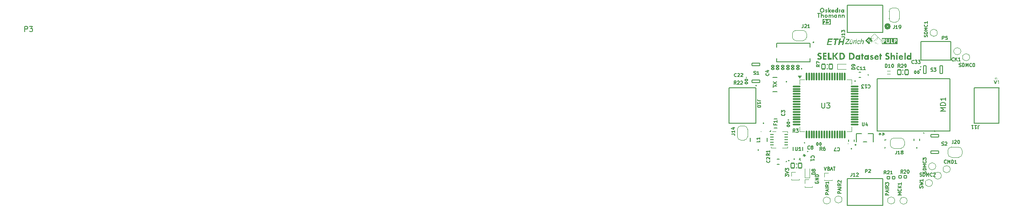
<source format=gto>
%TF.GenerationSoftware,KiCad,Pcbnew,9.0.5*%
%TF.CreationDate,2025-12-11T12:43:01+01:00*%
%TF.ProjectId,MemShield,4d656d53-6869-4656-9c64-2e6b69636164,rev?*%
%TF.SameCoordinates,Original*%
%TF.FileFunction,Legend,Top*%
%TF.FilePolarity,Positive*%
%FSLAX46Y46*%
G04 Gerber Fmt 4.6, Leading zero omitted, Abs format (unit mm)*
G04 Created by KiCad (PCBNEW 9.0.5) date 2025-12-11 12:43:01*
%MOMM*%
%LPD*%
G01*
G04 APERTURE LIST*
G04 Aperture macros list*
%AMRoundRect*
0 Rectangle with rounded corners*
0 $1 Rounding radius*
0 $2 $3 $4 $5 $6 $7 $8 $9 X,Y pos of 4 corners*
0 Add a 4 corners polygon primitive as box body*
4,1,4,$2,$3,$4,$5,$6,$7,$8,$9,$2,$3,0*
0 Add four circle primitives for the rounded corners*
1,1,$1+$1,$2,$3*
1,1,$1+$1,$4,$5*
1,1,$1+$1,$6,$7*
1,1,$1+$1,$8,$9*
0 Add four rect primitives between the rounded corners*
20,1,$1+$1,$2,$3,$4,$5,0*
20,1,$1+$1,$4,$5,$6,$7,0*
20,1,$1+$1,$6,$7,$8,$9,0*
20,1,$1+$1,$8,$9,$2,$3,0*%
%AMFreePoly0*
4,1,23,0.500000,-0.750000,0.000000,-0.750000,0.000000,-0.745722,-0.065263,-0.745722,-0.191342,-0.711940,-0.304381,-0.646677,-0.396677,-0.554381,-0.461940,-0.441342,-0.495722,-0.315263,-0.495722,-0.250000,-0.500000,-0.250000,-0.500000,0.250000,-0.495722,0.250000,-0.495722,0.315263,-0.461940,0.441342,-0.396677,0.554381,-0.304381,0.646677,-0.191342,0.711940,-0.065263,0.745722,0.000000,0.745722,
0.000000,0.750000,0.500000,0.750000,0.500000,-0.750000,0.500000,-0.750000,$1*%
%AMFreePoly1*
4,1,23,0.000000,0.745722,0.065263,0.745722,0.191342,0.711940,0.304381,0.646677,0.396677,0.554381,0.461940,0.441342,0.495722,0.315263,0.495722,0.250000,0.500000,0.250000,0.500000,-0.250000,0.495722,-0.250000,0.495722,-0.315263,0.461940,-0.441342,0.396677,-0.554381,0.304381,-0.646677,0.191342,-0.711940,0.065263,-0.745722,0.000000,-0.745722,0.000000,-0.750000,-0.500000,-0.750000,
-0.500000,0.750000,0.000000,0.750000,0.000000,0.745722,0.000000,0.745722,$1*%
%AMFreePoly2*
4,1,21,-0.125000,1.200000,0.125000,1.200000,0.125000,1.700000,0.375000,1.700000,0.375000,1.200000,0.825000,1.200000,0.825000,-1.200000,0.375000,-1.200000,0.375000,-1.700000,0.125000,-1.700000,0.125000,-1.200000,-0.125000,-1.200000,-0.125000,-1.700000,-0.375000,-1.700000,-0.375000,-1.200000,-0.825000,-1.200000,-0.825000,1.200000,-0.375000,1.200000,-0.375000,1.700000,-0.125000,1.700000,
-0.125000,1.200000,-0.125000,1.200000,$1*%
%AMFreePoly3*
4,1,33,0.181428,0.598088,0.294623,0.551201,0.396496,0.483132,0.483132,0.396496,0.551201,0.294623,0.598088,0.181428,0.621990,0.061261,0.621990,-0.061261,0.598088,-0.181428,0.551201,-0.294623,0.483132,-0.396496,0.396496,-0.483132,0.294623,-0.551201,0.181428,-0.598088,0.061261,-0.621990,-0.061261,-0.621990,-0.181428,-0.598088,-0.294623,-0.551201,-0.396496,-0.483132,-0.483132,-0.396496,
-0.551201,-0.294623,-0.598088,-0.181428,-0.621990,-0.061261,-0.621990,0.061261,-0.598088,0.181428,-0.551201,0.294623,-0.483132,0.396496,-0.396496,0.483132,-0.294623,0.551201,-0.181428,0.598088,-0.061261,0.621990,0.061261,0.621990,0.181428,0.598088,0.181428,0.598088,$1*%
G04 Aperture macros list end*
%ADD10C,0.000000*%
%ADD11C,0.250000*%
%ADD12C,0.254000*%
%ADD13C,0.236250*%
%ADD14C,0.190500*%
%ADD15C,0.150000*%
%ADD16C,0.153000*%
%ADD17C,0.120000*%
%ADD18C,0.152400*%
%ADD19C,0.127000*%
%ADD20C,0.508000*%
%ADD21C,0.200000*%
%ADD22R,0.850000X0.850000*%
%ADD23C,1.066800*%
%ADD24R,0.430000X0.329999*%
%ADD25R,0.800000X0.800000*%
%ADD26R,0.558800X0.504800*%
%ADD27RoundRect,0.102000X-0.325000X-0.450000X0.325000X-0.450000X0.325000X0.450000X-0.325000X0.450000X0*%
%ADD28R,0.558800X1.295400*%
%ADD29R,0.600000X0.500000*%
%ADD30R,0.504800X0.558800*%
%ADD31C,1.000000*%
%ADD32R,3.098800X0.889000*%
%ADD33R,0.650000X0.800000*%
%ADD34RoundRect,0.102000X-0.190000X-0.200000X0.190000X-0.200000X0.190000X0.200000X-0.190000X0.200000X0*%
%ADD35R,0.800000X0.650000*%
%ADD36FreePoly0,0.000000*%
%ADD37FreePoly1,0.000000*%
%ADD38RoundRect,0.102000X-0.200000X0.190000X-0.200000X-0.190000X0.200000X-0.190000X0.200000X0.190000X0*%
%ADD39R,0.558800X0.711200*%
%ADD40R,0.939800X0.708000*%
%ADD41R,0.600000X0.800000*%
%ADD42FreePoly0,180.000000*%
%ADD43FreePoly1,180.000000*%
%ADD44RoundRect,0.102000X-0.237500X-0.250000X0.237500X-0.250000X0.237500X0.250000X-0.237500X0.250000X0*%
%ADD45R,0.749999X0.799998*%
%ADD46RoundRect,0.102000X-0.275000X-0.750000X0.275000X-0.750000X0.275000X0.750000X-0.275000X0.750000X0*%
%ADD47C,1.254000*%
%ADD48RoundRect,0.102000X0.200000X-0.190000X0.200000X0.190000X-0.200000X0.190000X-0.200000X-0.190000X0*%
%ADD49FreePoly0,270.000000*%
%ADD50FreePoly1,270.000000*%
%ADD51RoundRect,0.102000X0.237500X0.250000X-0.237500X0.250000X-0.237500X-0.250000X0.237500X-0.250000X0*%
%ADD52C,1.016000*%
%ADD53FreePoly0,90.000000*%
%ADD54FreePoly1,90.000000*%
%ADD55RoundRect,0.102000X-0.750000X0.275000X-0.750000X-0.275000X0.750000X-0.275000X0.750000X0.275000X0*%
%ADD56RoundRect,0.102000X0.325000X0.450000X-0.325000X0.450000X-0.325000X-0.450000X0.325000X-0.450000X0*%
%ADD57R,0.701040X1.150620*%
%ADD58R,1.150620X0.701040*%
%ADD59R,0.701040X0.701040*%
%ADD60RoundRect,0.075000X-0.700000X-0.075000X0.700000X-0.075000X0.700000X0.075000X-0.700000X0.075000X0*%
%ADD61RoundRect,0.075000X-0.075000X-0.700000X0.075000X-0.700000X0.075000X0.700000X-0.075000X0.700000X0*%
%ADD62R,0.708000X0.939800*%
%ADD63RoundRect,0.060000X-0.240000X-0.060000X0.240000X-0.060000X0.240000X0.060000X-0.240000X0.060000X0*%
%ADD64FreePoly2,0.000000*%
%ADD65R,1.290599X0.839000*%
%ADD66R,0.508000X0.304800*%
%ADD67RoundRect,0.102000X0.750000X-0.275000X0.750000X0.275000X-0.750000X0.275000X-0.750000X-0.275000X0*%
%ADD68R,0.990600X1.498600*%
%ADD69FreePoly3,270.000000*%
%ADD70R,1.050000X1.050000*%
%ADD71C,1.050000*%
%ADD72FreePoly3,30.000000*%
%ADD73FreePoly3,210.000000*%
%ADD74FreePoly3,330.000000*%
%ADD75FreePoly3,90.000000*%
%ADD76FreePoly3,150.000000*%
G04 APERTURE END LIST*
D10*
G36*
X146247230Y-93656790D02*
G01*
X146255820Y-93656790D01*
X146255820Y-93658220D01*
X146262980Y-93658220D01*
X146262980Y-93659660D01*
X146264410Y-93659660D01*
X146264410Y-93661090D01*
X146271570Y-93661090D01*
X146271570Y-93662520D01*
X146274440Y-93662520D01*
X146274440Y-93663950D01*
X146275870Y-93663950D01*
X146275870Y-93665380D01*
X146280160Y-93665380D01*
X146280160Y-93666820D01*
X146283030Y-93666820D01*
X146283030Y-93668250D01*
X146285900Y-93668250D01*
X146285900Y-93669680D01*
X146287330Y-93669680D01*
X146287330Y-93671110D01*
X146291620Y-93671110D01*
X146291620Y-93672540D01*
X146294490Y-93672540D01*
X146294490Y-93675410D01*
X146295920Y-93675410D01*
X146295920Y-93676840D01*
X146297350Y-93676840D01*
X146297350Y-93678270D01*
X146300220Y-93678270D01*
X146300220Y-93679700D01*
X146303080Y-93679700D01*
X146303080Y-93681140D01*
X146304510Y-93681140D01*
X146304510Y-93682570D01*
X146305940Y-93682570D01*
X146305940Y-93684000D01*
X146307380Y-93684000D01*
X146307380Y-93685430D01*
X146308810Y-93685430D01*
X146308810Y-93688300D01*
X146311670Y-93688300D01*
X146311670Y-93689730D01*
X146313100Y-93689730D01*
X146313100Y-93691160D01*
X146314540Y-93691160D01*
X146314540Y-93692590D01*
X146315970Y-93692590D01*
X146315970Y-93694030D01*
X146317400Y-93694030D01*
X146317400Y-93695460D01*
X146318830Y-93695460D01*
X146318830Y-93698320D01*
X146320260Y-93698320D01*
X146320260Y-93699750D01*
X146323130Y-93699750D01*
X146323130Y-93701190D01*
X146324560Y-93701190D01*
X146324560Y-93702620D01*
X146325990Y-93702620D01*
X146325990Y-93704050D01*
X146327430Y-93704050D01*
X146327430Y-93705480D01*
X146328860Y-93705480D01*
X146328860Y-93706910D01*
X146330290Y-93706910D01*
X146330290Y-93708350D01*
X146331720Y-93708350D01*
X146331720Y-93709780D01*
X146333150Y-93709780D01*
X146333150Y-93711210D01*
X146334590Y-93711210D01*
X146334590Y-93712640D01*
X146336020Y-93712640D01*
X146336020Y-93714070D01*
X146337450Y-93714070D01*
X146337450Y-93715510D01*
X146338880Y-93715510D01*
X146338880Y-93716940D01*
X146340310Y-93716940D01*
X146340310Y-93718370D01*
X146341750Y-93718370D01*
X146341750Y-93719800D01*
X146343180Y-93719800D01*
X146343180Y-93721230D01*
X146344610Y-93721230D01*
X146344610Y-93722670D01*
X146346040Y-93722670D01*
X146346040Y-93724100D01*
X146347470Y-93724100D01*
X146347470Y-93725530D01*
X146348910Y-93725530D01*
X146348910Y-93726970D01*
X146350340Y-93726970D01*
X146350340Y-93728400D01*
X146351770Y-93728400D01*
X146351770Y-93729830D01*
X146353200Y-93729830D01*
X146353200Y-93731260D01*
X146354640Y-93731260D01*
X146354640Y-93732690D01*
X146356070Y-93732690D01*
X146356070Y-93734130D01*
X146357500Y-93734130D01*
X146357500Y-93735560D01*
X146358930Y-93735560D01*
X146358930Y-93736990D01*
X146360360Y-93736990D01*
X146360360Y-93738420D01*
X146361800Y-93738420D01*
X146361800Y-93741290D01*
X146364660Y-93741290D01*
X146364660Y-93742720D01*
X146366090Y-93742720D01*
X146366090Y-93744150D01*
X146367530Y-93744150D01*
X146367530Y-93745580D01*
X146368960Y-93745580D01*
X146368960Y-93748450D01*
X146371820Y-93748450D01*
X146371820Y-93751310D01*
X146374690Y-93751310D01*
X146374690Y-93752740D01*
X146376120Y-93752740D01*
X146376120Y-93754170D01*
X146377550Y-93754170D01*
X146377550Y-93755610D01*
X146378980Y-93755610D01*
X146378980Y-93757040D01*
X146380410Y-93757040D01*
X146380410Y-93758470D01*
X146381850Y-93758470D01*
X146381850Y-93759900D01*
X146383280Y-93759900D01*
X146383280Y-93761330D01*
X146384710Y-93761330D01*
X146384710Y-93762770D01*
X146386140Y-93762770D01*
X146386140Y-93764200D01*
X146387570Y-93764200D01*
X146387570Y-93765630D01*
X146389010Y-93765630D01*
X146389010Y-93767060D01*
X146390440Y-93767060D01*
X146390440Y-93768500D01*
X146391870Y-93768500D01*
X146391870Y-93769930D01*
X146393300Y-93769930D01*
X146393300Y-93771360D01*
X146394730Y-93771360D01*
X146394730Y-93772790D01*
X146396170Y-93772790D01*
X146396170Y-93774220D01*
X146397600Y-93774220D01*
X146397600Y-93775660D01*
X146399030Y-93775660D01*
X146399030Y-93777090D01*
X146400460Y-93777090D01*
X146400460Y-93779950D01*
X146401890Y-93779950D01*
X146401890Y-93781380D01*
X146403330Y-93781380D01*
X146403330Y-93782820D01*
X146406190Y-93782820D01*
X146406190Y-93784250D01*
X146407620Y-93784250D01*
X146407620Y-93785680D01*
X146409050Y-93785680D01*
X146409050Y-93787110D01*
X146410490Y-93787110D01*
X146410490Y-93789980D01*
X146411920Y-93789980D01*
X146411920Y-93791410D01*
X146413350Y-93791410D01*
X146413350Y-93792840D01*
X146416220Y-93792840D01*
X146416220Y-93794270D01*
X146417650Y-93794270D01*
X146417650Y-93795710D01*
X146419080Y-93795710D01*
X146419080Y-93797140D01*
X146420510Y-93797140D01*
X146420510Y-93798570D01*
X146421950Y-93798570D01*
X146421950Y-93800000D01*
X146423380Y-93800000D01*
X146423380Y-93801430D01*
X146424810Y-93801430D01*
X146424810Y-93802870D01*
X146426240Y-93802870D01*
X146426240Y-93804300D01*
X146427670Y-93804300D01*
X146427670Y-93805730D01*
X146429110Y-93805730D01*
X146429110Y-93807160D01*
X146430540Y-93807160D01*
X146430540Y-93808600D01*
X146431970Y-93808600D01*
X146431970Y-93810030D01*
X146433400Y-93810030D01*
X146433400Y-93811460D01*
X146434830Y-93811460D01*
X146434830Y-93812890D01*
X146436270Y-93812890D01*
X146436270Y-93814320D01*
X146437700Y-93814320D01*
X146437700Y-93815760D01*
X146439130Y-93815760D01*
X146439130Y-93817190D01*
X146440560Y-93817190D01*
X146440560Y-93818620D01*
X146441990Y-93818620D01*
X146441990Y-93821480D01*
X146443430Y-93821480D01*
X146443430Y-93822920D01*
X146444860Y-93822920D01*
X146444860Y-93824350D01*
X146447720Y-93824350D01*
X146447720Y-93825780D01*
X146449160Y-93825780D01*
X146449160Y-93827210D01*
X146450590Y-93827210D01*
X146450590Y-93828640D01*
X146452020Y-93828640D01*
X146452020Y-93831510D01*
X146453450Y-93831510D01*
X146453450Y-93832940D01*
X146454880Y-93832940D01*
X146454880Y-93834370D01*
X146457750Y-93834370D01*
X146457750Y-93835800D01*
X146459180Y-93835800D01*
X146459180Y-93838670D01*
X146460610Y-93838670D01*
X146460610Y-93840100D01*
X146462040Y-93840100D01*
X146462040Y-93841530D01*
X146463480Y-93841530D01*
X146463480Y-93842960D01*
X146464910Y-93842960D01*
X146464910Y-93844400D01*
X146466340Y-93844400D01*
X146466340Y-93845830D01*
X146467770Y-93845830D01*
X146467770Y-93848690D01*
X146470640Y-93848690D01*
X146470640Y-93850130D01*
X146472070Y-93850130D01*
X146472070Y-93851560D01*
X146473500Y-93851560D01*
X146473500Y-93852990D01*
X146474930Y-93852990D01*
X146474930Y-93854420D01*
X146476360Y-93854420D01*
X146476360Y-93855850D01*
X146477800Y-93855850D01*
X146477800Y-93857290D01*
X146479230Y-93857290D01*
X146479230Y-93858720D01*
X146480660Y-93858720D01*
X146480660Y-93860150D01*
X146482090Y-93860150D01*
X146482090Y-93861580D01*
X146483520Y-93861580D01*
X146483520Y-93863020D01*
X146487820Y-93863020D01*
X146487820Y-93860150D01*
X146489260Y-93860150D01*
X146489260Y-93858720D01*
X146490690Y-93858720D01*
X146490690Y-93857290D01*
X146492120Y-93857290D01*
X146492120Y-93854420D01*
X146493550Y-93854420D01*
X146493550Y-93851560D01*
X146494980Y-93851560D01*
X146494980Y-93850130D01*
X146496420Y-93850130D01*
X146496420Y-93848690D01*
X146497850Y-93848690D01*
X146497850Y-93845830D01*
X146499280Y-93845830D01*
X146499280Y-93844400D01*
X146500710Y-93844400D01*
X146500710Y-93841530D01*
X146502140Y-93841530D01*
X146502140Y-93838670D01*
X146503580Y-93838670D01*
X146503580Y-93837240D01*
X146505010Y-93837240D01*
X146505010Y-93835800D01*
X146506440Y-93835800D01*
X146506440Y-93834370D01*
X146507870Y-93834370D01*
X146507870Y-93830080D01*
X146509300Y-93830080D01*
X146509300Y-93828640D01*
X146512170Y-93828640D01*
X146512170Y-93827210D01*
X146513600Y-93827210D01*
X146513600Y-93825780D01*
X146515030Y-93825780D01*
X146515030Y-93822920D01*
X146516460Y-93822920D01*
X146516460Y-93818620D01*
X146519330Y-93818620D01*
X146519330Y-93817190D01*
X146520760Y-93817190D01*
X146520760Y-93815760D01*
X146522190Y-93815760D01*
X146522190Y-93814320D01*
X146523620Y-93814320D01*
X146523620Y-93811460D01*
X146525060Y-93811460D01*
X146525060Y-93808600D01*
X146526490Y-93808600D01*
X146526490Y-93807160D01*
X146527920Y-93807160D01*
X146527920Y-93805730D01*
X146529350Y-93805730D01*
X146529350Y-93804300D01*
X146530790Y-93804300D01*
X146530790Y-93802870D01*
X146532220Y-93802870D01*
X146532220Y-93801430D01*
X146533650Y-93801430D01*
X146533650Y-93800000D01*
X146535080Y-93800000D01*
X146535080Y-93798570D01*
X146536510Y-93798570D01*
X146536510Y-93797140D01*
X146537950Y-93797140D01*
X146537950Y-93795710D01*
X146539380Y-93795710D01*
X146539380Y-93794270D01*
X146542240Y-93794270D01*
X146542240Y-93792840D01*
X146543670Y-93792840D01*
X146543670Y-93789980D01*
X146545110Y-93789980D01*
X146545110Y-93788540D01*
X146546540Y-93788540D01*
X146546540Y-93787110D01*
X146547970Y-93787110D01*
X146547970Y-93785680D01*
X146550830Y-93785680D01*
X146550830Y-93784250D01*
X146552270Y-93784250D01*
X146552270Y-93782820D01*
X146553700Y-93782820D01*
X146553700Y-93781380D01*
X146555130Y-93781380D01*
X146555130Y-93779950D01*
X146558000Y-93779950D01*
X146558000Y-93777090D01*
X146560860Y-93777090D01*
X146560860Y-93775660D01*
X146562290Y-93775660D01*
X146562290Y-93774220D01*
X146565160Y-93774220D01*
X146565160Y-93772790D01*
X146568020Y-93772790D01*
X146568020Y-93769930D01*
X146572320Y-93769930D01*
X146572320Y-93768500D01*
X146573750Y-93768500D01*
X146573750Y-93767060D01*
X146575180Y-93767060D01*
X146575180Y-93765630D01*
X146578050Y-93765630D01*
X146578050Y-93764200D01*
X146580910Y-93764200D01*
X146580910Y-93762770D01*
X146585210Y-93762770D01*
X146585210Y-93761330D01*
X146588070Y-93761330D01*
X146588070Y-93759900D01*
X146593800Y-93759900D01*
X146593800Y-93758470D01*
X146599530Y-93758470D01*
X146599530Y-93757040D01*
X146632470Y-93757040D01*
X146632470Y-93758470D01*
X146635330Y-93758470D01*
X146635330Y-93759900D01*
X146645350Y-93759900D01*
X146645350Y-93761330D01*
X146651080Y-93761330D01*
X146651080Y-93762770D01*
X146656810Y-93762770D01*
X146656810Y-93764200D01*
X146659680Y-93764200D01*
X146659680Y-93765630D01*
X146665400Y-93765630D01*
X146665400Y-93767060D01*
X146671130Y-93767060D01*
X146671130Y-93768500D01*
X146672560Y-93768500D01*
X146672560Y-93769930D01*
X146676860Y-93769930D01*
X146676860Y-93771360D01*
X146678290Y-93771360D01*
X146678290Y-93772790D01*
X146681160Y-93772790D01*
X146681160Y-93774220D01*
X146684020Y-93774220D01*
X146684020Y-93775660D01*
X146686880Y-93775660D01*
X146686880Y-93777090D01*
X146689750Y-93777090D01*
X146689750Y-93778520D01*
X146692620Y-93778520D01*
X146692620Y-93779950D01*
X146696910Y-93779950D01*
X146696910Y-93781380D01*
X146698340Y-93781380D01*
X146698340Y-93782820D01*
X146699780Y-93782820D01*
X146699780Y-93784250D01*
X146701210Y-93784250D01*
X146701210Y-93785680D01*
X146704070Y-93785680D01*
X146704070Y-93787110D01*
X146706940Y-93787110D01*
X146706940Y-93788540D01*
X146708370Y-93788540D01*
X146708370Y-93789980D01*
X146711230Y-93789980D01*
X146711230Y-93791410D01*
X146712660Y-93791410D01*
X146712660Y-93792840D01*
X146714100Y-93792840D01*
X146714100Y-93794270D01*
X146716960Y-93794270D01*
X146716960Y-93795710D01*
X146719820Y-93795710D01*
X146719820Y-93797140D01*
X146722690Y-93797140D01*
X146722690Y-93798570D01*
X146725550Y-93798570D01*
X146725550Y-93800000D01*
X146726980Y-93800000D01*
X146726980Y-93802870D01*
X146728420Y-93802870D01*
X146728420Y-93804300D01*
X146729850Y-93804300D01*
X146729850Y-93805730D01*
X146731280Y-93805730D01*
X146731280Y-93807160D01*
X146732710Y-93807160D01*
X146732710Y-93808600D01*
X146737010Y-93808600D01*
X146737010Y-93810030D01*
X146738440Y-93810030D01*
X146738440Y-93811460D01*
X146739870Y-93811460D01*
X146739870Y-93812890D01*
X146741310Y-93812890D01*
X146741310Y-93814320D01*
X146742740Y-93814320D01*
X146742740Y-93815760D01*
X146744170Y-93815760D01*
X146744170Y-93817190D01*
X146745600Y-93817190D01*
X146745600Y-93818620D01*
X146747030Y-93818620D01*
X146747030Y-93820050D01*
X146748470Y-93820050D01*
X146748470Y-93821480D01*
X146749900Y-93821480D01*
X146749900Y-93822920D01*
X146751330Y-93822920D01*
X146751330Y-93824350D01*
X146752760Y-93824350D01*
X146752760Y-93825780D01*
X146754190Y-93825780D01*
X146754190Y-93827210D01*
X146755630Y-93827210D01*
X146755630Y-93828640D01*
X146757060Y-93828640D01*
X146757060Y-93830080D01*
X146758490Y-93830080D01*
X146758490Y-93832940D01*
X146759920Y-93832940D01*
X146759920Y-93835800D01*
X146761360Y-93835800D01*
X146761360Y-93837240D01*
X146762790Y-93837240D01*
X146762790Y-93838670D01*
X146764220Y-93838670D01*
X146764220Y-93840100D01*
X146767080Y-93840100D01*
X146767080Y-93842960D01*
X146768520Y-93842960D01*
X146768520Y-93845830D01*
X146769950Y-93845830D01*
X146769950Y-93847260D01*
X146771380Y-93847260D01*
X146771380Y-93848690D01*
X146772810Y-93848690D01*
X146772810Y-93851560D01*
X146774250Y-93851560D01*
X146774250Y-93854420D01*
X146775680Y-93854420D01*
X146775680Y-93855850D01*
X146777110Y-93855850D01*
X146777110Y-93858720D01*
X146778540Y-93858720D01*
X146778540Y-93860150D01*
X146779970Y-93860150D01*
X146779970Y-93861580D01*
X146781410Y-93861580D01*
X146781410Y-93864450D01*
X146782840Y-93864450D01*
X146782840Y-93868740D01*
X146784270Y-93868740D01*
X146784270Y-93870180D01*
X146785700Y-93870180D01*
X146785700Y-93873040D01*
X146787130Y-93873040D01*
X146787130Y-93875900D01*
X146788570Y-93875900D01*
X146788570Y-93878770D01*
X146790000Y-93878770D01*
X146790000Y-93881630D01*
X146791430Y-93881630D01*
X146791430Y-93884500D01*
X146792860Y-93884500D01*
X146792860Y-93890230D01*
X146794290Y-93890230D01*
X146794290Y-93893090D01*
X146795730Y-93893090D01*
X146795730Y-93897390D01*
X146797160Y-93897390D01*
X146797160Y-93901680D01*
X146798590Y-93901680D01*
X146798590Y-93905980D01*
X146800020Y-93905980D01*
X146800020Y-93913140D01*
X146801450Y-93913140D01*
X146801450Y-93930330D01*
X146802890Y-93930330D01*
X146802890Y-93931760D01*
X146804320Y-93931760D01*
X146804320Y-93936050D01*
X146802890Y-93936050D01*
X146802890Y-93937490D01*
X146801450Y-93937490D01*
X146801450Y-93940350D01*
X146800020Y-93940350D01*
X146800020Y-93941780D01*
X146801450Y-93941780D01*
X146801450Y-93953240D01*
X146800020Y-93953240D01*
X146800020Y-93957530D01*
X146798590Y-93957530D01*
X146798590Y-93960400D01*
X146797160Y-93960400D01*
X146797160Y-93966130D01*
X146795730Y-93966130D01*
X146795730Y-93967560D01*
X146794290Y-93967560D01*
X146794290Y-93974720D01*
X146792860Y-93974720D01*
X146792860Y-93977580D01*
X146791430Y-93977580D01*
X146791430Y-93979020D01*
X146790000Y-93979020D01*
X146790000Y-93981880D01*
X146788570Y-93981880D01*
X146788570Y-93983310D01*
X146787130Y-93983310D01*
X146787130Y-93987610D01*
X146785700Y-93987610D01*
X146785700Y-93989040D01*
X146784270Y-93989040D01*
X146784270Y-93990470D01*
X146782840Y-93990470D01*
X146782840Y-93994770D01*
X146779970Y-93994770D01*
X146779970Y-93997630D01*
X146778540Y-93997630D01*
X146778540Y-93999070D01*
X146777110Y-93999070D01*
X146777110Y-94001930D01*
X146775680Y-94001930D01*
X146775680Y-94003360D01*
X146774250Y-94003360D01*
X146774250Y-94004790D01*
X146772810Y-94004790D01*
X146772810Y-94006230D01*
X146771380Y-94006230D01*
X146771380Y-94009090D01*
X146769950Y-94009090D01*
X146769950Y-94010520D01*
X146768520Y-94010520D01*
X146768520Y-94011960D01*
X146767080Y-94011960D01*
X146767080Y-94013390D01*
X146765650Y-94013390D01*
X146765650Y-94016250D01*
X146762790Y-94016250D01*
X146762790Y-94019120D01*
X146761360Y-94019120D01*
X146761360Y-94020550D01*
X146758490Y-94020550D01*
X146758490Y-94023410D01*
X146755630Y-94023410D01*
X146755630Y-94026280D01*
X146752760Y-94026280D01*
X146752760Y-94029140D01*
X146751330Y-94029140D01*
X146751330Y-94030570D01*
X146748470Y-94030570D01*
X146748470Y-94032000D01*
X146747030Y-94032000D01*
X146747030Y-94033440D01*
X146745600Y-94033440D01*
X146745600Y-94036300D01*
X146742740Y-94036300D01*
X146742740Y-94037730D01*
X146741310Y-94037730D01*
X146741310Y-94039160D01*
X146739870Y-94039160D01*
X146739870Y-94040600D01*
X146737010Y-94040600D01*
X146737010Y-94042030D01*
X146735580Y-94042030D01*
X146735580Y-94043460D01*
X146734150Y-94043460D01*
X146734150Y-94044890D01*
X146732710Y-94044890D01*
X146732710Y-94046320D01*
X146731280Y-94046320D01*
X146731280Y-94047760D01*
X146729850Y-94047760D01*
X146729850Y-94049190D01*
X146726980Y-94049190D01*
X146726980Y-94050620D01*
X146724120Y-94050620D01*
X146724120Y-94052050D01*
X146722690Y-94052050D01*
X146722690Y-94053490D01*
X146721260Y-94053490D01*
X146721260Y-94054920D01*
X146719820Y-94054920D01*
X146719820Y-94057780D01*
X146716960Y-94057780D01*
X146716960Y-94059210D01*
X146714100Y-94059210D01*
X146714100Y-94060650D01*
X146712660Y-94060650D01*
X146712660Y-94062080D01*
X146711230Y-94062080D01*
X146711230Y-94063510D01*
X146709800Y-94063510D01*
X146709800Y-94064940D01*
X146705500Y-94064940D01*
X146705500Y-94066380D01*
X146704070Y-94066380D01*
X146704070Y-94067810D01*
X146702640Y-94067810D01*
X146702640Y-94069240D01*
X146701210Y-94069240D01*
X146701210Y-94070670D01*
X146698340Y-94070670D01*
X146698340Y-94072100D01*
X146696910Y-94072100D01*
X146696910Y-94073540D01*
X146695480Y-94073540D01*
X146695480Y-94074970D01*
X146696910Y-94074970D01*
X146696910Y-94077830D01*
X146699780Y-94077830D01*
X146699780Y-94079260D01*
X146701210Y-94079260D01*
X146701210Y-94080700D01*
X146702640Y-94080700D01*
X146702640Y-94082130D01*
X146704070Y-94082130D01*
X146704070Y-94083560D01*
X146705500Y-94083560D01*
X146705500Y-94084990D01*
X146706940Y-94084990D01*
X146706940Y-94086420D01*
X146708370Y-94086420D01*
X146708370Y-94087860D01*
X146709800Y-94087860D01*
X146709800Y-94089290D01*
X146711230Y-94089290D01*
X146711230Y-94090720D01*
X146712660Y-94090720D01*
X146712660Y-94092150D01*
X146714100Y-94092150D01*
X146714100Y-94095020D01*
X146716960Y-94095020D01*
X146716960Y-94096450D01*
X146718390Y-94096450D01*
X146718390Y-94097880D01*
X146719820Y-94097880D01*
X146719820Y-94099310D01*
X146721260Y-94099310D01*
X146721260Y-94100750D01*
X146722690Y-94100750D01*
X146722690Y-94102180D01*
X146724120Y-94102180D01*
X146724120Y-94103610D01*
X146725550Y-94103610D01*
X146725550Y-94105040D01*
X146726980Y-94105040D01*
X146726980Y-94106470D01*
X146728420Y-94106470D01*
X146728420Y-94107910D01*
X146729850Y-94107910D01*
X146729850Y-94109340D01*
X146731280Y-94109340D01*
X146731280Y-94110770D01*
X146732710Y-94110770D01*
X146732710Y-94112200D01*
X146734150Y-94112200D01*
X146734150Y-94113630D01*
X146735580Y-94113630D01*
X146735580Y-94115070D01*
X146737010Y-94115070D01*
X146737010Y-94116500D01*
X146738440Y-94116500D01*
X146738440Y-94119360D01*
X146741310Y-94119360D01*
X146741310Y-94120790D01*
X146742740Y-94120790D01*
X146742740Y-94122230D01*
X146744170Y-94122230D01*
X146744170Y-94123660D01*
X146745600Y-94123660D01*
X146745600Y-94125090D01*
X146747030Y-94125090D01*
X146747030Y-94126520D01*
X146748470Y-94126520D01*
X146748470Y-94127950D01*
X146749900Y-94127950D01*
X146749900Y-94129390D01*
X146751330Y-94129390D01*
X146751330Y-94130820D01*
X146752760Y-94130820D01*
X146752760Y-94132250D01*
X146754190Y-94132250D01*
X146754190Y-94133690D01*
X146755630Y-94133690D01*
X146755630Y-94135120D01*
X146757060Y-94135120D01*
X146757060Y-94136550D01*
X146758490Y-94136550D01*
X146758490Y-94137980D01*
X146759920Y-94137980D01*
X146759920Y-94139410D01*
X146761360Y-94139410D01*
X146761360Y-94140850D01*
X146762790Y-94140850D01*
X146762790Y-94142280D01*
X146764220Y-94142280D01*
X146764220Y-94143710D01*
X146765650Y-94143710D01*
X146765650Y-94145140D01*
X146767080Y-94145140D01*
X146767080Y-94146570D01*
X146768520Y-94146570D01*
X146768520Y-94148010D01*
X146769950Y-94148010D01*
X146769950Y-94149440D01*
X146771380Y-94149440D01*
X146771380Y-94150870D01*
X146772810Y-94150870D01*
X146772810Y-94152300D01*
X146774250Y-94152300D01*
X146774250Y-94153730D01*
X146775680Y-94153730D01*
X146775680Y-94155170D01*
X146777110Y-94155170D01*
X146777110Y-94156600D01*
X146778540Y-94156600D01*
X146778540Y-94158030D01*
X146779970Y-94158030D01*
X146779970Y-94160890D01*
X146782840Y-94160890D01*
X146782840Y-94162330D01*
X146784270Y-94162330D01*
X146784270Y-94163760D01*
X146785700Y-94163760D01*
X146785700Y-94165190D01*
X146787130Y-94165190D01*
X146787130Y-94166620D01*
X146788570Y-94166620D01*
X146788570Y-94168050D01*
X146790000Y-94168050D01*
X146790000Y-94169490D01*
X146791430Y-94169490D01*
X146791430Y-94170920D01*
X146792860Y-94170920D01*
X146792860Y-94172350D01*
X146794290Y-94172350D01*
X146794290Y-94173780D01*
X146795730Y-94173780D01*
X146795730Y-94175220D01*
X146797160Y-94175220D01*
X146797160Y-94178080D01*
X146800020Y-94178080D01*
X146800020Y-94179510D01*
X146801450Y-94179510D01*
X146801450Y-94180940D01*
X146802890Y-94180940D01*
X146802890Y-94182380D01*
X146804320Y-94182380D01*
X146804320Y-94183810D01*
X146805750Y-94183810D01*
X146805750Y-94185240D01*
X146807180Y-94185240D01*
X146807180Y-94188100D01*
X146810050Y-94188100D01*
X146810050Y-94189540D01*
X146811480Y-94189540D01*
X146811480Y-94190970D01*
X146812910Y-94190970D01*
X146812910Y-94192400D01*
X146814340Y-94192400D01*
X146814340Y-94193830D01*
X146815780Y-94193830D01*
X146815780Y-94195260D01*
X146817210Y-94195260D01*
X146817210Y-94196700D01*
X146818640Y-94196700D01*
X146818640Y-94198130D01*
X146820070Y-94198130D01*
X146820070Y-94199560D01*
X146821500Y-94199560D01*
X146821500Y-94200990D01*
X146822940Y-94200990D01*
X146822940Y-94202430D01*
X146824370Y-94202430D01*
X146824370Y-94203860D01*
X146825800Y-94203860D01*
X146825800Y-94205290D01*
X146827230Y-94205290D01*
X146827230Y-94206720D01*
X146828670Y-94206720D01*
X146828670Y-94208150D01*
X146830100Y-94208150D01*
X146830100Y-94209590D01*
X146831530Y-94209590D01*
X146831530Y-94211020D01*
X146832960Y-94211020D01*
X146832960Y-94212450D01*
X146834390Y-94212450D01*
X146834390Y-94213880D01*
X146835830Y-94213880D01*
X146835830Y-94215320D01*
X146837260Y-94215320D01*
X146837260Y-94216750D01*
X146838690Y-94216750D01*
X146838690Y-94218180D01*
X146840120Y-94218180D01*
X146840120Y-94219610D01*
X146841550Y-94219610D01*
X146841550Y-94221040D01*
X146842990Y-94221040D01*
X146842990Y-94222480D01*
X146844420Y-94222480D01*
X146844420Y-94223910D01*
X146845850Y-94223910D01*
X146845850Y-94225340D01*
X146847280Y-94225340D01*
X146847280Y-94226770D01*
X146848710Y-94226770D01*
X146848710Y-94228200D01*
X146850150Y-94228200D01*
X146850150Y-94229640D01*
X146851580Y-94229640D01*
X146851580Y-94231070D01*
X146853010Y-94231070D01*
X146853010Y-94232500D01*
X146854440Y-94232500D01*
X146854440Y-94233930D01*
X146855880Y-94233930D01*
X146855880Y-94235360D01*
X146857310Y-94235360D01*
X146857310Y-94236800D01*
X146858740Y-94236800D01*
X146858740Y-94238230D01*
X146860170Y-94238230D01*
X146860170Y-94239660D01*
X146861600Y-94239660D01*
X146861600Y-94241090D01*
X146863040Y-94241090D01*
X146863040Y-94242520D01*
X146864470Y-94242520D01*
X146864470Y-94243960D01*
X146865900Y-94243960D01*
X146865900Y-94245390D01*
X146867330Y-94245390D01*
X146867330Y-94249680D01*
X146868760Y-94249680D01*
X146868760Y-94251120D01*
X146870200Y-94251120D01*
X146870200Y-94252550D01*
X146873060Y-94252550D01*
X146873060Y-94255410D01*
X146874490Y-94255410D01*
X146874490Y-94256850D01*
X146875920Y-94256850D01*
X146875920Y-94259710D01*
X146877360Y-94259710D01*
X146877360Y-94262570D01*
X146880220Y-94262570D01*
X146880220Y-94266870D01*
X146881650Y-94266870D01*
X146881650Y-94268300D01*
X146883080Y-94268300D01*
X146883080Y-94272600D01*
X146884520Y-94272600D01*
X146884520Y-94275460D01*
X146885950Y-94275460D01*
X146885950Y-94276900D01*
X146887380Y-94276900D01*
X146887380Y-94281190D01*
X146888810Y-94281190D01*
X146888810Y-94285490D01*
X146890240Y-94285490D01*
X146890240Y-94288350D01*
X146891680Y-94288350D01*
X146891680Y-94294080D01*
X146893110Y-94294080D01*
X146893110Y-94295510D01*
X146894540Y-94295510D01*
X146894540Y-94305540D01*
X146895980Y-94305540D01*
X146895980Y-94309830D01*
X146894540Y-94309830D01*
X146894540Y-94315560D01*
X146895980Y-94315560D01*
X146895980Y-94321290D01*
X146894540Y-94321290D01*
X146894540Y-94327020D01*
X146895980Y-94327020D01*
X146895980Y-94331310D01*
X146894540Y-94331310D01*
X146894540Y-94337050D01*
X146895980Y-94337050D01*
X146895980Y-94341340D01*
X146894540Y-94341340D01*
X146894540Y-94344210D01*
X146893110Y-94344210D01*
X146893110Y-94347070D01*
X146894540Y-94347070D01*
X146894540Y-94351370D01*
X146893110Y-94351370D01*
X146893110Y-94354230D01*
X146891680Y-94354230D01*
X146891680Y-94359960D01*
X146890240Y-94359960D01*
X146890240Y-94362820D01*
X146888810Y-94362820D01*
X146888810Y-94364250D01*
X146887380Y-94364250D01*
X146887380Y-94371410D01*
X146885950Y-94371410D01*
X146885950Y-94372850D01*
X146884520Y-94372850D01*
X146884520Y-94375710D01*
X146883080Y-94375710D01*
X146883080Y-94380010D01*
X146881650Y-94380010D01*
X146881650Y-94381440D01*
X146880220Y-94381440D01*
X146880220Y-94382870D01*
X146878790Y-94382870D01*
X146878790Y-94384300D01*
X146877360Y-94384300D01*
X146877360Y-94387170D01*
X146875920Y-94387170D01*
X146875920Y-94388600D01*
X146874490Y-94388600D01*
X146874490Y-94391460D01*
X146873060Y-94391460D01*
X146873060Y-94394330D01*
X146871630Y-94394330D01*
X146871630Y-94395760D01*
X146870200Y-94395760D01*
X146870200Y-94397190D01*
X146868760Y-94397190D01*
X146868760Y-94398620D01*
X146867330Y-94398620D01*
X146867330Y-94400060D01*
X146865900Y-94400060D01*
X146865900Y-94401490D01*
X146864470Y-94401490D01*
X146864470Y-94402920D01*
X146863040Y-94402920D01*
X146863040Y-94404350D01*
X146861600Y-94404350D01*
X146861600Y-94405790D01*
X146860170Y-94405790D01*
X146860170Y-94407220D01*
X146858740Y-94407220D01*
X146858740Y-94408650D01*
X146857310Y-94408650D01*
X146857310Y-94410080D01*
X146855880Y-94410080D01*
X146855880Y-94411510D01*
X146854440Y-94411510D01*
X146854440Y-94412950D01*
X146853010Y-94412950D01*
X146853010Y-94414380D01*
X146851580Y-94414380D01*
X146851580Y-94415810D01*
X146850150Y-94415810D01*
X146850150Y-94417240D01*
X146848710Y-94417240D01*
X146848710Y-94418680D01*
X146847280Y-94418680D01*
X146847280Y-94420110D01*
X146845850Y-94420110D01*
X146845850Y-94421540D01*
X146844420Y-94421540D01*
X146844420Y-94422970D01*
X146842990Y-94422970D01*
X146842990Y-94424400D01*
X146841550Y-94424400D01*
X146841550Y-94425840D01*
X146840120Y-94425840D01*
X146840120Y-94427270D01*
X146838690Y-94427270D01*
X146838690Y-94428700D01*
X146837260Y-94428700D01*
X146837260Y-94430130D01*
X146835830Y-94430130D01*
X146835830Y-94431560D01*
X146834390Y-94431560D01*
X146834390Y-94433000D01*
X146832960Y-94433000D01*
X146832960Y-94434430D01*
X146831530Y-94434430D01*
X146831530Y-94435860D01*
X146830100Y-94435860D01*
X146830100Y-94437290D01*
X146828670Y-94437290D01*
X146828670Y-94438720D01*
X146827230Y-94438720D01*
X146827230Y-94440160D01*
X146825800Y-94440160D01*
X146825800Y-94441590D01*
X146824370Y-94441590D01*
X146824370Y-94443020D01*
X146822940Y-94443020D01*
X146822940Y-94444450D01*
X146821500Y-94444450D01*
X146821500Y-94445880D01*
X146820070Y-94445880D01*
X146820070Y-94447320D01*
X146818640Y-94447320D01*
X146818640Y-94448750D01*
X146817210Y-94448750D01*
X146817210Y-94450180D01*
X146815780Y-94450180D01*
X146815780Y-94451610D01*
X146814340Y-94451610D01*
X146814340Y-94453040D01*
X146812910Y-94453040D01*
X146812910Y-94454480D01*
X146811480Y-94454480D01*
X146811480Y-94455910D01*
X146810050Y-94455910D01*
X146810050Y-94457340D01*
X146808610Y-94457340D01*
X146808610Y-94458770D01*
X146807180Y-94458770D01*
X146807180Y-94460210D01*
X146805750Y-94460210D01*
X146805750Y-94461640D01*
X146804320Y-94461640D01*
X146804320Y-94463070D01*
X146802890Y-94463070D01*
X146802890Y-94464500D01*
X146801450Y-94464500D01*
X146801450Y-94465930D01*
X146800020Y-94465930D01*
X146800020Y-94467370D01*
X146798590Y-94467370D01*
X146798590Y-94468800D01*
X146797160Y-94468800D01*
X146797160Y-94470230D01*
X146795730Y-94470230D01*
X146795730Y-94471660D01*
X146794290Y-94471660D01*
X146794290Y-94473100D01*
X146792860Y-94473100D01*
X146792860Y-94474530D01*
X146791430Y-94474530D01*
X146791430Y-94475960D01*
X146790000Y-94475960D01*
X146790000Y-94477390D01*
X146788570Y-94477390D01*
X146788570Y-94478820D01*
X146787130Y-94478820D01*
X146787130Y-94480260D01*
X146785700Y-94480260D01*
X146785700Y-94481690D01*
X146784270Y-94481690D01*
X146784270Y-94483120D01*
X146782840Y-94483120D01*
X146782840Y-94484550D01*
X146781410Y-94484550D01*
X146781410Y-94485980D01*
X146779970Y-94485980D01*
X146779970Y-94487420D01*
X146778540Y-94487420D01*
X146778540Y-94488850D01*
X146777110Y-94488850D01*
X146777110Y-94490280D01*
X146775680Y-94490280D01*
X146775680Y-94491710D01*
X146774250Y-94491710D01*
X146774250Y-94493140D01*
X146772810Y-94493140D01*
X146772810Y-94494580D01*
X146771380Y-94494580D01*
X146771380Y-94496010D01*
X146769950Y-94496010D01*
X146769950Y-94497440D01*
X146768520Y-94497440D01*
X146768520Y-94498870D01*
X146767080Y-94498870D01*
X146767080Y-94500310D01*
X146765650Y-94500310D01*
X146765650Y-94501740D01*
X146764220Y-94501740D01*
X146764220Y-94503170D01*
X146762790Y-94503170D01*
X146762790Y-94504600D01*
X146761360Y-94504600D01*
X146761360Y-94506030D01*
X146759920Y-94506030D01*
X146759920Y-94507470D01*
X146758490Y-94507470D01*
X146758490Y-94508900D01*
X146757060Y-94508900D01*
X146757060Y-94510330D01*
X146755630Y-94510330D01*
X146755630Y-94511760D01*
X146754190Y-94511760D01*
X146754190Y-94513190D01*
X146752760Y-94513190D01*
X146752760Y-94514630D01*
X146751330Y-94514630D01*
X146751330Y-94516060D01*
X146749900Y-94516060D01*
X146749900Y-94517490D01*
X146748470Y-94517490D01*
X146748470Y-94518920D01*
X146747030Y-94518920D01*
X146747030Y-94520350D01*
X146745600Y-94520350D01*
X146745600Y-94521790D01*
X146744170Y-94521790D01*
X146744170Y-94523220D01*
X146742740Y-94523220D01*
X146742740Y-94524650D01*
X146741310Y-94524650D01*
X146741310Y-94526080D01*
X146739870Y-94526080D01*
X146739870Y-94527510D01*
X146738440Y-94527510D01*
X146738440Y-94528950D01*
X146737010Y-94528950D01*
X146737010Y-94530380D01*
X146735580Y-94530380D01*
X146735580Y-94531810D01*
X146734150Y-94531810D01*
X146734150Y-94533240D01*
X146732710Y-94533240D01*
X146732710Y-94534670D01*
X146731280Y-94534670D01*
X146731280Y-94536110D01*
X146729850Y-94536110D01*
X146729850Y-94537540D01*
X146728420Y-94537540D01*
X146728420Y-94538970D01*
X146726980Y-94538970D01*
X146726980Y-94540410D01*
X146725550Y-94540410D01*
X146725550Y-94541840D01*
X146724120Y-94541840D01*
X146724120Y-94543270D01*
X146722690Y-94543270D01*
X146722690Y-94544700D01*
X146721260Y-94544700D01*
X146721260Y-94546130D01*
X146719820Y-94546130D01*
X146719820Y-94547570D01*
X146718390Y-94547570D01*
X146718390Y-94549000D01*
X146716960Y-94549000D01*
X146716960Y-94550430D01*
X146715530Y-94550430D01*
X146715530Y-94551860D01*
X146714100Y-94551860D01*
X146714100Y-94553290D01*
X146712660Y-94553290D01*
X146712660Y-94554730D01*
X146711230Y-94554730D01*
X146711230Y-94556160D01*
X146709800Y-94556160D01*
X146709800Y-94557590D01*
X146708370Y-94557590D01*
X146708370Y-94559020D01*
X146706940Y-94559020D01*
X146706940Y-94560450D01*
X146705500Y-94560450D01*
X146705500Y-94561890D01*
X146704070Y-94561890D01*
X146704070Y-94563320D01*
X146702640Y-94563320D01*
X146702640Y-94564750D01*
X146701210Y-94564750D01*
X146701210Y-94566180D01*
X146699780Y-94566180D01*
X146699780Y-94567610D01*
X146698340Y-94567610D01*
X146698340Y-94569050D01*
X146696910Y-94569050D01*
X146696910Y-94570480D01*
X146695480Y-94570480D01*
X146695480Y-94571910D01*
X146692620Y-94571910D01*
X146692620Y-94573340D01*
X146691180Y-94573340D01*
X146691180Y-94574770D01*
X146676860Y-94574770D01*
X146676860Y-94573340D01*
X146675430Y-94573340D01*
X146675430Y-94571910D01*
X146674000Y-94571910D01*
X146674000Y-94570480D01*
X146672560Y-94570480D01*
X146672560Y-94567610D01*
X146671130Y-94567610D01*
X146671130Y-94566180D01*
X146669700Y-94566180D01*
X146669700Y-94563320D01*
X146668270Y-94563320D01*
X146668270Y-94559020D01*
X146665400Y-94559020D01*
X146665400Y-94557590D01*
X146663970Y-94557590D01*
X146663970Y-94556160D01*
X146662540Y-94556160D01*
X146662540Y-94551860D01*
X146661110Y-94551860D01*
X146661110Y-94550430D01*
X146659680Y-94550430D01*
X146659680Y-94549000D01*
X146658240Y-94549000D01*
X146658240Y-94546130D01*
X146656810Y-94546130D01*
X146656810Y-94544700D01*
X146655380Y-94544700D01*
X146655380Y-94543270D01*
X146653950Y-94543270D01*
X146653950Y-94540410D01*
X146652520Y-94540410D01*
X146652520Y-94538970D01*
X146651080Y-94538970D01*
X146651080Y-94537540D01*
X146649650Y-94537540D01*
X146649650Y-94534670D01*
X146648220Y-94534670D01*
X146648220Y-94533240D01*
X146646790Y-94533240D01*
X146646790Y-94531810D01*
X146645350Y-94531810D01*
X146645350Y-94530380D01*
X146643920Y-94530380D01*
X146643920Y-94528950D01*
X146642490Y-94528950D01*
X146642490Y-94527510D01*
X146641060Y-94527510D01*
X146641060Y-94524650D01*
X146639630Y-94524650D01*
X146639630Y-94523220D01*
X146638190Y-94523220D01*
X146638190Y-94520350D01*
X146636760Y-94520350D01*
X146636760Y-94518920D01*
X146633900Y-94518920D01*
X146633900Y-94517490D01*
X146632470Y-94517490D01*
X146632470Y-94516060D01*
X146631030Y-94516060D01*
X146631030Y-94513190D01*
X146629600Y-94513190D01*
X146629600Y-94510330D01*
X146628170Y-94510330D01*
X146628170Y-94508900D01*
X146626740Y-94508900D01*
X146626740Y-94507470D01*
X146625310Y-94507470D01*
X146625310Y-94506030D01*
X146622440Y-94506030D01*
X146622440Y-94504600D01*
X146621010Y-94504600D01*
X146621010Y-94501740D01*
X146619580Y-94501740D01*
X146619580Y-94500310D01*
X146618140Y-94500310D01*
X146618140Y-94498870D01*
X146616710Y-94498870D01*
X146616710Y-94497440D01*
X146615280Y-94497440D01*
X146615280Y-94496010D01*
X146613850Y-94496010D01*
X146613850Y-94494580D01*
X146612420Y-94494580D01*
X146612420Y-94493140D01*
X146609550Y-94493140D01*
X146609550Y-94491710D01*
X146606690Y-94491710D01*
X146606690Y-94488850D01*
X146603820Y-94488850D01*
X146603820Y-94487420D01*
X146602390Y-94487420D01*
X146602390Y-94485980D01*
X146600960Y-94485980D01*
X146600960Y-94484550D01*
X146599530Y-94484550D01*
X146599530Y-94483120D01*
X146598090Y-94483120D01*
X146598090Y-94481690D01*
X146595230Y-94481690D01*
X146595230Y-94480260D01*
X146593800Y-94480260D01*
X146593800Y-94478820D01*
X146592370Y-94478820D01*
X146592370Y-94477390D01*
X146589500Y-94477390D01*
X146589500Y-94475960D01*
X146586640Y-94475960D01*
X146586640Y-94474530D01*
X146585210Y-94474530D01*
X146585210Y-94473100D01*
X146583770Y-94473100D01*
X146583770Y-94471660D01*
X146579480Y-94471660D01*
X146579480Y-94470230D01*
X146576610Y-94470230D01*
X146576610Y-94468800D01*
X146575180Y-94468800D01*
X146575180Y-94467370D01*
X146570890Y-94467370D01*
X146570890Y-94465930D01*
X146566590Y-94465930D01*
X146566590Y-94464500D01*
X146560860Y-94464500D01*
X146560860Y-94463070D01*
X146558000Y-94463070D01*
X146558000Y-94461640D01*
X146530790Y-94461640D01*
X146530790Y-94463070D01*
X146529350Y-94463070D01*
X146529350Y-94464500D01*
X146520760Y-94464500D01*
X146520760Y-94465930D01*
X146516460Y-94465930D01*
X146516460Y-94467370D01*
X146510740Y-94467370D01*
X146510740Y-94468800D01*
X146507870Y-94468800D01*
X146507870Y-94470230D01*
X146502140Y-94470230D01*
X146502140Y-94471660D01*
X146499280Y-94471660D01*
X146499280Y-94473100D01*
X146497850Y-94473100D01*
X146497850Y-94474530D01*
X146493550Y-94474530D01*
X146493550Y-94475960D01*
X146492120Y-94475960D01*
X146492120Y-94477390D01*
X146490690Y-94477390D01*
X146490690Y-94478820D01*
X146487820Y-94478820D01*
X146487820Y-94480260D01*
X146484960Y-94480260D01*
X146484960Y-94481690D01*
X146482090Y-94481690D01*
X146482090Y-94483120D01*
X146480660Y-94483120D01*
X146480660Y-94484550D01*
X146479230Y-94484550D01*
X146479230Y-94485980D01*
X146476360Y-94485980D01*
X146476360Y-94487420D01*
X146474930Y-94487420D01*
X146474930Y-94488850D01*
X146472070Y-94488850D01*
X146472070Y-94490280D01*
X146470640Y-94490280D01*
X146470640Y-94491710D01*
X146467770Y-94491710D01*
X146467770Y-94493140D01*
X146466340Y-94493140D01*
X146466340Y-94494580D01*
X146464910Y-94494580D01*
X146464910Y-94496010D01*
X146463480Y-94496010D01*
X146463480Y-94497440D01*
X146462040Y-94497440D01*
X146462040Y-94498870D01*
X146460610Y-94498870D01*
X146460610Y-94500310D01*
X146459180Y-94500310D01*
X146459180Y-94501740D01*
X146457750Y-94501740D01*
X146457750Y-94503170D01*
X146456320Y-94503170D01*
X146456320Y-94504600D01*
X146454880Y-94504600D01*
X146454880Y-94506030D01*
X146453450Y-94506030D01*
X146453450Y-94507470D01*
X146452020Y-94507470D01*
X146452020Y-94508900D01*
X146450590Y-94508900D01*
X146450590Y-94510330D01*
X146449160Y-94510330D01*
X146449160Y-94511760D01*
X146447720Y-94511760D01*
X146447720Y-94513190D01*
X146446290Y-94513190D01*
X146446290Y-94514630D01*
X146444860Y-94514630D01*
X146444860Y-94516060D01*
X146443430Y-94516060D01*
X146443430Y-94517490D01*
X146441990Y-94517490D01*
X146441990Y-94518920D01*
X146440560Y-94518920D01*
X146440560Y-94520350D01*
X146439130Y-94520350D01*
X146439130Y-94521790D01*
X146437700Y-94521790D01*
X146437700Y-94523220D01*
X146436270Y-94523220D01*
X146436270Y-94524650D01*
X146434830Y-94524650D01*
X146434830Y-94527510D01*
X146433400Y-94527510D01*
X146433400Y-94528950D01*
X146431970Y-94528950D01*
X146431970Y-94530380D01*
X146430540Y-94530380D01*
X146430540Y-94531810D01*
X146429110Y-94531810D01*
X146429110Y-94534670D01*
X146427670Y-94534670D01*
X146427670Y-94536110D01*
X146426240Y-94536110D01*
X146426240Y-94538970D01*
X146424810Y-94538970D01*
X146424810Y-94540410D01*
X146423380Y-94540410D01*
X146423380Y-94541840D01*
X146421950Y-94541840D01*
X146421950Y-94546130D01*
X146420510Y-94546130D01*
X146420510Y-94547570D01*
X146419080Y-94547570D01*
X146419080Y-94550430D01*
X146417650Y-94550430D01*
X146417650Y-94551860D01*
X146416220Y-94551860D01*
X146416220Y-94553290D01*
X146414780Y-94553290D01*
X146414780Y-94557590D01*
X146413350Y-94557590D01*
X146413350Y-94559020D01*
X146411920Y-94559020D01*
X146411920Y-94560450D01*
X146410490Y-94560450D01*
X146410490Y-94563320D01*
X146409050Y-94563320D01*
X146409050Y-94567610D01*
X146407620Y-94567610D01*
X146407620Y-94570480D01*
X146406190Y-94570480D01*
X146406190Y-94571910D01*
X146404760Y-94571910D01*
X146404760Y-94579070D01*
X146403330Y-94579070D01*
X146403330Y-94580500D01*
X146401890Y-94580500D01*
X146401890Y-94583370D01*
X146400460Y-94583370D01*
X146400460Y-94589100D01*
X146399030Y-94589100D01*
X146399030Y-94590530D01*
X146397600Y-94590530D01*
X146397600Y-94600550D01*
X146396170Y-94600550D01*
X146396170Y-94606280D01*
X146394730Y-94606280D01*
X146394730Y-94622040D01*
X146393300Y-94622040D01*
X146393300Y-94626330D01*
X146394730Y-94626330D01*
X146394730Y-94634920D01*
X146393300Y-94634920D01*
X146393300Y-94636360D01*
X146394730Y-94636360D01*
X146394730Y-94637790D01*
X146396170Y-94637790D01*
X146396170Y-94639220D01*
X146397600Y-94639220D01*
X146397600Y-94647810D01*
X146400460Y-94647810D01*
X146400460Y-94649240D01*
X146401890Y-94649240D01*
X146401890Y-94652110D01*
X146403330Y-94652110D01*
X146403330Y-94654970D01*
X146404760Y-94654970D01*
X146404760Y-94656400D01*
X146406190Y-94656400D01*
X146406190Y-94657840D01*
X146407620Y-94657840D01*
X146407620Y-94660700D01*
X146409050Y-94660700D01*
X146409050Y-94662130D01*
X146410490Y-94662130D01*
X146410490Y-94663570D01*
X146411920Y-94663570D01*
X146411920Y-94666430D01*
X146413350Y-94666430D01*
X146413350Y-94667860D01*
X146414780Y-94667860D01*
X146414780Y-94669290D01*
X146416220Y-94669290D01*
X146416220Y-94672160D01*
X146417650Y-94672160D01*
X146417650Y-94673590D01*
X146419080Y-94673590D01*
X146419080Y-94675020D01*
X146420510Y-94675020D01*
X146420510Y-94676460D01*
X146421950Y-94676460D01*
X146421950Y-94677890D01*
X146423380Y-94677890D01*
X146423380Y-94679320D01*
X146424810Y-94679320D01*
X146424810Y-94680750D01*
X146426240Y-94680750D01*
X146426240Y-94682180D01*
X146427670Y-94682180D01*
X146427670Y-94683620D01*
X146429110Y-94683620D01*
X146429110Y-94685050D01*
X146430540Y-94685050D01*
X146430540Y-94686480D01*
X146431970Y-94686480D01*
X146431970Y-94687910D01*
X146433400Y-94687910D01*
X146433400Y-94689340D01*
X146436270Y-94689340D01*
X146436270Y-94690780D01*
X146439130Y-94690780D01*
X146439130Y-94692210D01*
X146440560Y-94692210D01*
X146440560Y-94693640D01*
X146441990Y-94693640D01*
X146441990Y-94695070D01*
X146443430Y-94695070D01*
X146443430Y-94697940D01*
X146446290Y-94697940D01*
X146446290Y-94699370D01*
X146447720Y-94699370D01*
X146447720Y-94700800D01*
X146450590Y-94700800D01*
X146450590Y-94702230D01*
X146452020Y-94702230D01*
X146452020Y-94703670D01*
X146453450Y-94703670D01*
X146453450Y-94705100D01*
X146454880Y-94705100D01*
X146454880Y-94706530D01*
X146457750Y-94706530D01*
X146457750Y-94707960D01*
X146460610Y-94707960D01*
X146460610Y-94710830D01*
X146463480Y-94710830D01*
X146463480Y-94712260D01*
X146464910Y-94712260D01*
X146464910Y-94713690D01*
X146467770Y-94713690D01*
X146467770Y-94715120D01*
X146470640Y-94715120D01*
X146470640Y-94717990D01*
X146473500Y-94717990D01*
X146473500Y-94719420D01*
X146474930Y-94719420D01*
X146474930Y-94720850D01*
X146477800Y-94720850D01*
X146477800Y-94722280D01*
X146480660Y-94722280D01*
X146480660Y-94723710D01*
X146482090Y-94723710D01*
X146482090Y-94725150D01*
X146484960Y-94725150D01*
X146484960Y-94726580D01*
X146486390Y-94726580D01*
X146486390Y-94728010D01*
X146487820Y-94728010D01*
X146487820Y-94729440D01*
X146490690Y-94729440D01*
X146490690Y-94730870D01*
X146493550Y-94730870D01*
X146493550Y-94732310D01*
X146496420Y-94732310D01*
X146496420Y-94735170D01*
X146502140Y-94735170D01*
X146502140Y-94736600D01*
X146503580Y-94736600D01*
X146503580Y-94738030D01*
X146505010Y-94738030D01*
X146505010Y-94739470D01*
X146506440Y-94739470D01*
X146506440Y-94740900D01*
X146507870Y-94740900D01*
X146507870Y-94742330D01*
X146509300Y-94742330D01*
X146509300Y-94743770D01*
X146510740Y-94743770D01*
X146510740Y-94745200D01*
X146509300Y-94745200D01*
X146509300Y-94756650D01*
X146506440Y-94756650D01*
X146506440Y-94758090D01*
X146505010Y-94758090D01*
X146505010Y-94759520D01*
X146503580Y-94759520D01*
X146503580Y-94760950D01*
X146502140Y-94760950D01*
X146502140Y-94763810D01*
X146500710Y-94763810D01*
X146500710Y-94765250D01*
X146499280Y-94765250D01*
X146499280Y-94766680D01*
X146496420Y-94766680D01*
X146496420Y-94768110D01*
X146494980Y-94768110D01*
X146494980Y-94769540D01*
X146493550Y-94769540D01*
X146493550Y-94770970D01*
X146492120Y-94770970D01*
X146492120Y-94773840D01*
X146490690Y-94773840D01*
X146490690Y-94775270D01*
X146489260Y-94775270D01*
X146489260Y-94776700D01*
X146487820Y-94776700D01*
X146487820Y-94778130D01*
X146484960Y-94778130D01*
X146484960Y-94779570D01*
X146483520Y-94779570D01*
X146483520Y-94782430D01*
X146482090Y-94782430D01*
X146482090Y-94783860D01*
X146479230Y-94783860D01*
X146479230Y-94785300D01*
X146477800Y-94785300D01*
X146477800Y-94788160D01*
X146474930Y-94788160D01*
X146474930Y-94789590D01*
X146473500Y-94789590D01*
X146473500Y-94791020D01*
X146472070Y-94791020D01*
X146472070Y-94792460D01*
X146470640Y-94792460D01*
X146470640Y-94795320D01*
X146469200Y-94795320D01*
X146469200Y-94796750D01*
X146467770Y-94796750D01*
X146467770Y-94798180D01*
X146464910Y-94798180D01*
X146464910Y-94799620D01*
X146463480Y-94799620D01*
X146463480Y-94801050D01*
X146462040Y-94801050D01*
X146462040Y-94802480D01*
X146460610Y-94802480D01*
X146460610Y-94805340D01*
X146459180Y-94805340D01*
X146459180Y-94806780D01*
X146457750Y-94806780D01*
X146457750Y-94808210D01*
X146454880Y-94808210D01*
X146454880Y-94809640D01*
X146453450Y-94809640D01*
X146453450Y-94811070D01*
X146452020Y-94811070D01*
X146452020Y-94812510D01*
X146450590Y-94812510D01*
X146450590Y-94813940D01*
X146449160Y-94813940D01*
X146449160Y-94815370D01*
X146447720Y-94815370D01*
X146447720Y-94818240D01*
X146446290Y-94818240D01*
X146446290Y-94819670D01*
X146443430Y-94819670D01*
X146443430Y-94821100D01*
X146441990Y-94821100D01*
X146441990Y-94822530D01*
X146440560Y-94822530D01*
X146440560Y-94826830D01*
X146439130Y-94826830D01*
X146439130Y-94828260D01*
X146437700Y-94828260D01*
X146437700Y-94829690D01*
X146436270Y-94829690D01*
X146436270Y-94831120D01*
X146433400Y-94831120D01*
X146433400Y-94833990D01*
X146431970Y-94833990D01*
X146431970Y-94835420D01*
X146430540Y-94835420D01*
X146430540Y-94836850D01*
X146429110Y-94836850D01*
X146429110Y-94838280D01*
X146427670Y-94838280D01*
X146427670Y-94839720D01*
X146426240Y-94839720D01*
X146426240Y-94841150D01*
X146424810Y-94841150D01*
X146424810Y-94842580D01*
X146423380Y-94842580D01*
X146423380Y-94844010D01*
X146421950Y-94844010D01*
X146421950Y-94845440D01*
X146420510Y-94845440D01*
X146420510Y-94846880D01*
X146419080Y-94846880D01*
X146419080Y-94848310D01*
X146417650Y-94848310D01*
X146417650Y-94849740D01*
X146416220Y-94849740D01*
X146416220Y-94851170D01*
X146414780Y-94851170D01*
X146414780Y-94852600D01*
X146413350Y-94852600D01*
X146413350Y-94854040D01*
X146411920Y-94854040D01*
X146411920Y-94855470D01*
X146410490Y-94855470D01*
X146410490Y-94856900D01*
X146409050Y-94856900D01*
X146409050Y-94858330D01*
X146407620Y-94858330D01*
X146407620Y-94859760D01*
X146406190Y-94859760D01*
X146406190Y-94861200D01*
X146404760Y-94861200D01*
X146404760Y-94862630D01*
X146403330Y-94862630D01*
X146403330Y-94864060D01*
X146401890Y-94864060D01*
X146401890Y-94865490D01*
X146400460Y-94865490D01*
X146400460Y-94866930D01*
X146399030Y-94866930D01*
X146399030Y-94868360D01*
X146397600Y-94868360D01*
X146397600Y-94869790D01*
X146396170Y-94869790D01*
X146396170Y-94871220D01*
X146394730Y-94871220D01*
X146394730Y-94872650D01*
X146391870Y-94872650D01*
X146391870Y-94875520D01*
X146390440Y-94875520D01*
X146390440Y-94876950D01*
X146389010Y-94876950D01*
X146389010Y-94878380D01*
X146387570Y-94878380D01*
X146387570Y-94879820D01*
X146386140Y-94879820D01*
X146386140Y-94881250D01*
X146384710Y-94881250D01*
X146384710Y-94882680D01*
X146383280Y-94882680D01*
X146383280Y-94884110D01*
X146381850Y-94884110D01*
X146381850Y-94885540D01*
X146380410Y-94885540D01*
X146380410Y-94886980D01*
X146378980Y-94886980D01*
X146378980Y-94888410D01*
X146377550Y-94888410D01*
X146377550Y-94889840D01*
X146376120Y-94889840D01*
X146376120Y-94891270D01*
X146374690Y-94891270D01*
X146374690Y-94892700D01*
X146373250Y-94892700D01*
X146373250Y-94894140D01*
X146371820Y-94894140D01*
X146371820Y-94895570D01*
X146370390Y-94895570D01*
X146370390Y-94897000D01*
X146368960Y-94897000D01*
X146368960Y-94898430D01*
X146367530Y-94898430D01*
X146367530Y-94899860D01*
X146366090Y-94899860D01*
X146366090Y-94901300D01*
X146364660Y-94901300D01*
X146364660Y-94902730D01*
X146363230Y-94902730D01*
X146363230Y-94904160D01*
X146361800Y-94904160D01*
X146361800Y-94905590D01*
X146360360Y-94905590D01*
X146360360Y-94907030D01*
X146358930Y-94907030D01*
X146358930Y-94908460D01*
X146357500Y-94908460D01*
X146357500Y-94909890D01*
X146356070Y-94909890D01*
X146356070Y-94911320D01*
X146354640Y-94911320D01*
X146354640Y-94912750D01*
X146353200Y-94912750D01*
X146353200Y-94914190D01*
X146351770Y-94914190D01*
X146351770Y-94915620D01*
X146350340Y-94915620D01*
X146350340Y-94917050D01*
X146348910Y-94917050D01*
X146348910Y-94918480D01*
X146347470Y-94918480D01*
X146347470Y-94919910D01*
X146346040Y-94919910D01*
X146346040Y-94921350D01*
X146344610Y-94921350D01*
X146344610Y-94922780D01*
X146343180Y-94922780D01*
X146343180Y-94924210D01*
X146341750Y-94924210D01*
X146341750Y-94925640D01*
X146338880Y-94925640D01*
X146338880Y-94928510D01*
X146337450Y-94928510D01*
X146337450Y-94929940D01*
X146336020Y-94929940D01*
X146336020Y-94931370D01*
X146334590Y-94931370D01*
X146334590Y-94932800D01*
X146333150Y-94932800D01*
X146333150Y-94934230D01*
X146331720Y-94934230D01*
X146331720Y-94935670D01*
X146330290Y-94935670D01*
X146330290Y-94937100D01*
X146328860Y-94937100D01*
X146328860Y-94938530D01*
X146327430Y-94938530D01*
X146327430Y-94939960D01*
X146324560Y-94939960D01*
X146324560Y-94941390D01*
X146323130Y-94941390D01*
X146323130Y-94942830D01*
X146321700Y-94942830D01*
X146321700Y-94944260D01*
X146318830Y-94944260D01*
X146318830Y-94945690D01*
X146317400Y-94945690D01*
X146317400Y-94947130D01*
X146315970Y-94947130D01*
X146315970Y-94948560D01*
X146313100Y-94948560D01*
X146313100Y-94949990D01*
X146311670Y-94949990D01*
X146311670Y-94951420D01*
X146308810Y-94951420D01*
X146308810Y-94952850D01*
X146307380Y-94952850D01*
X146307380Y-94954290D01*
X146303080Y-94954290D01*
X146303080Y-94955720D01*
X146300220Y-94955720D01*
X146300220Y-94957150D01*
X146297350Y-94957150D01*
X146297350Y-94958580D01*
X146294490Y-94958580D01*
X146294490Y-94960010D01*
X146290190Y-94960010D01*
X146290190Y-94961450D01*
X146287330Y-94961450D01*
X146287330Y-94962880D01*
X146280160Y-94962880D01*
X146280160Y-94964310D01*
X146270140Y-94964310D01*
X146270140Y-94965740D01*
X146265840Y-94965740D01*
X146265840Y-94967170D01*
X146231470Y-94967170D01*
X146231470Y-94965740D01*
X146227180Y-94965740D01*
X146227180Y-94964310D01*
X146224310Y-94964310D01*
X146224310Y-94965740D01*
X146222880Y-94965740D01*
X146222880Y-94964310D01*
X146217150Y-94964310D01*
X146217150Y-94962880D01*
X146214290Y-94962880D01*
X146214290Y-94961450D01*
X146207130Y-94961450D01*
X146207130Y-94960010D01*
X146204260Y-94960010D01*
X146204260Y-94958580D01*
X146202830Y-94958580D01*
X146202830Y-94957150D01*
X146198530Y-94957150D01*
X146198530Y-94955720D01*
X146195670Y-94955720D01*
X146195670Y-94954290D01*
X146192810Y-94954290D01*
X146192810Y-94952850D01*
X146191370Y-94952850D01*
X146191370Y-94951420D01*
X146187080Y-94951420D01*
X146187080Y-94949990D01*
X146184210Y-94949990D01*
X146184210Y-94947130D01*
X146182780Y-94947130D01*
X146182780Y-94945690D01*
X146181350Y-94945690D01*
X146181350Y-94944260D01*
X146178490Y-94944260D01*
X146178490Y-94942830D01*
X146175620Y-94942830D01*
X146175620Y-94941390D01*
X146174190Y-94941390D01*
X146174190Y-94939960D01*
X146172760Y-94939960D01*
X146172760Y-94938530D01*
X146171330Y-94938530D01*
X146171330Y-94937100D01*
X146169890Y-94937100D01*
X146169890Y-94935670D01*
X146168460Y-94935670D01*
X146168460Y-94934230D01*
X146167030Y-94934230D01*
X146167030Y-94932800D01*
X146165600Y-94932800D01*
X146165600Y-94931370D01*
X146164170Y-94931370D01*
X146164170Y-94929940D01*
X146162730Y-94929940D01*
X146162730Y-94928510D01*
X146161300Y-94928510D01*
X146161300Y-94927070D01*
X146159870Y-94927070D01*
X146159870Y-94925640D01*
X146158440Y-94925640D01*
X146158440Y-94922780D01*
X146155570Y-94922780D01*
X146155570Y-94921350D01*
X146154140Y-94921350D01*
X146154140Y-94919910D01*
X146152710Y-94919910D01*
X146152710Y-94918480D01*
X146151280Y-94918480D01*
X146151280Y-94917050D01*
X146149840Y-94917050D01*
X146149840Y-94915620D01*
X146148410Y-94915620D01*
X146148410Y-94914190D01*
X146146980Y-94914190D01*
X146146980Y-94912750D01*
X146145550Y-94912750D01*
X146145550Y-94911320D01*
X146144110Y-94911320D01*
X146144110Y-94909890D01*
X146142680Y-94909890D01*
X146142680Y-94908460D01*
X146141250Y-94908460D01*
X146141250Y-94907030D01*
X146139820Y-94907030D01*
X146139820Y-94905590D01*
X146138390Y-94905590D01*
X146138390Y-94904160D01*
X146136950Y-94904160D01*
X146136950Y-94902730D01*
X146135520Y-94902730D01*
X146135520Y-94901300D01*
X146134090Y-94901300D01*
X146134090Y-94899860D01*
X146132660Y-94899860D01*
X146132660Y-94898430D01*
X146131230Y-94898430D01*
X146131230Y-94897000D01*
X146129790Y-94897000D01*
X146129790Y-94895570D01*
X146128360Y-94895570D01*
X146128360Y-94894140D01*
X146126930Y-94894140D01*
X146126930Y-94892700D01*
X146125500Y-94892700D01*
X146125500Y-94891270D01*
X146124070Y-94891270D01*
X146124070Y-94889840D01*
X146122630Y-94889840D01*
X146122630Y-94888410D01*
X146121200Y-94888410D01*
X146121200Y-94886980D01*
X146119770Y-94886980D01*
X146119770Y-94885540D01*
X146118340Y-94885540D01*
X146118340Y-94884110D01*
X146116900Y-94884110D01*
X146116900Y-94881250D01*
X146114040Y-94881250D01*
X146114040Y-94879820D01*
X146112610Y-94879820D01*
X146112610Y-94878380D01*
X146111180Y-94878380D01*
X146111180Y-94876950D01*
X146109740Y-94876950D01*
X146109740Y-94875520D01*
X146108310Y-94875520D01*
X146108310Y-94874090D01*
X146106880Y-94874090D01*
X146106880Y-94871220D01*
X146104020Y-94871220D01*
X146104020Y-94869790D01*
X146102580Y-94869790D01*
X146102580Y-94868360D01*
X146101150Y-94868360D01*
X146101150Y-94866930D01*
X146099720Y-94866930D01*
X146099720Y-94865490D01*
X146098290Y-94865490D01*
X146098290Y-94864060D01*
X146096860Y-94864060D01*
X146096860Y-94862630D01*
X146095420Y-94862630D01*
X146095420Y-94861200D01*
X146093990Y-94861200D01*
X146093990Y-94859760D01*
X146092560Y-94859760D01*
X146092560Y-94858330D01*
X146091130Y-94858330D01*
X146091130Y-94856900D01*
X146089700Y-94856900D01*
X146089700Y-94855470D01*
X146088260Y-94855470D01*
X146088260Y-94854040D01*
X146086830Y-94854040D01*
X146086830Y-94852600D01*
X146085400Y-94852600D01*
X146085400Y-94851170D01*
X146083970Y-94851170D01*
X146083970Y-94849740D01*
X146082540Y-94849740D01*
X146082540Y-94848310D01*
X146081100Y-94848310D01*
X146081100Y-94846880D01*
X146079670Y-94846880D01*
X146079670Y-94845440D01*
X146078240Y-94845440D01*
X146078240Y-94842580D01*
X146075370Y-94842580D01*
X146075370Y-94839720D01*
X146072510Y-94839720D01*
X146072510Y-94838280D01*
X146071080Y-94838280D01*
X146071080Y-94836850D01*
X146069640Y-94836850D01*
X146069640Y-94835420D01*
X146068210Y-94835420D01*
X146068210Y-94833990D01*
X146066780Y-94833990D01*
X146066780Y-94832560D01*
X146065350Y-94832560D01*
X146065350Y-94829690D01*
X146062480Y-94829690D01*
X146062480Y-94828260D01*
X146061050Y-94828260D01*
X146061050Y-94826830D01*
X146059620Y-94826830D01*
X146059620Y-94825400D01*
X146058190Y-94825400D01*
X146058190Y-94823960D01*
X146056760Y-94823960D01*
X146056760Y-94822530D01*
X146055320Y-94822530D01*
X146055320Y-94821100D01*
X146053890Y-94821100D01*
X146053890Y-94819670D01*
X146052460Y-94819670D01*
X146052460Y-94818240D01*
X146051030Y-94818240D01*
X146051030Y-94816800D01*
X146049600Y-94816800D01*
X146049600Y-94815370D01*
X146048160Y-94815370D01*
X146048160Y-94813940D01*
X146046730Y-94813940D01*
X146046730Y-94812510D01*
X146045300Y-94812510D01*
X146045300Y-94811070D01*
X146043870Y-94811070D01*
X146043870Y-94809640D01*
X146042440Y-94809640D01*
X146042440Y-94808210D01*
X146041000Y-94808210D01*
X146041000Y-94806780D01*
X146039570Y-94806780D01*
X146039570Y-94805340D01*
X146038140Y-94805340D01*
X146038140Y-94803910D01*
X146036710Y-94803910D01*
X146036710Y-94801050D01*
X146033840Y-94801050D01*
X146033840Y-94798180D01*
X146030980Y-94798180D01*
X146030980Y-94796750D01*
X146029550Y-94796750D01*
X146029550Y-94795320D01*
X146028110Y-94795320D01*
X146028110Y-94793890D01*
X146026680Y-94793890D01*
X146026680Y-94792460D01*
X146025250Y-94792460D01*
X146025250Y-94791020D01*
X146023820Y-94791020D01*
X146023820Y-94789590D01*
X146022390Y-94789590D01*
X146022390Y-94788160D01*
X146020950Y-94788160D01*
X146020950Y-94786730D01*
X146019520Y-94786730D01*
X146019520Y-94785300D01*
X146018090Y-94785300D01*
X146018090Y-94783860D01*
X146016660Y-94783860D01*
X146016660Y-94782430D01*
X146015230Y-94782430D01*
X146015230Y-94781000D01*
X146013790Y-94781000D01*
X146013790Y-94779570D01*
X146012360Y-94779570D01*
X146012360Y-94778130D01*
X146010930Y-94778130D01*
X146010930Y-94776700D01*
X146009500Y-94776700D01*
X146009500Y-94775270D01*
X146008060Y-94775270D01*
X146008060Y-94773840D01*
X146006630Y-94773840D01*
X146006630Y-94772410D01*
X146005200Y-94772410D01*
X146005200Y-94770970D01*
X146003770Y-94770970D01*
X146003770Y-94769540D01*
X146002330Y-94769540D01*
X146002330Y-94768110D01*
X146000900Y-94768110D01*
X146000900Y-94766680D01*
X145999470Y-94766680D01*
X145999470Y-94765250D01*
X145998040Y-94765250D01*
X145998040Y-94763810D01*
X145996610Y-94763810D01*
X145996610Y-94762380D01*
X145995170Y-94762380D01*
X145995170Y-94760950D01*
X145993740Y-94760950D01*
X145993740Y-94759520D01*
X145992310Y-94759520D01*
X145992310Y-94758090D01*
X145990880Y-94758090D01*
X145990880Y-94756650D01*
X145989450Y-94756650D01*
X145989450Y-94755220D01*
X145988010Y-94755220D01*
X145988010Y-94753790D01*
X145986580Y-94753790D01*
X145986580Y-94752360D01*
X145985150Y-94752360D01*
X145985150Y-94750930D01*
X145983720Y-94750930D01*
X145983720Y-94749490D01*
X145982290Y-94749490D01*
X145982290Y-94748060D01*
X145980850Y-94748060D01*
X145980850Y-94746630D01*
X145979420Y-94746630D01*
X145979420Y-94745200D01*
X145977990Y-94745200D01*
X145977990Y-94743770D01*
X145976560Y-94743770D01*
X145976560Y-94742330D01*
X145975130Y-94742330D01*
X145975130Y-94740900D01*
X145973690Y-94740900D01*
X145973690Y-94739470D01*
X145972260Y-94739470D01*
X145972260Y-94738030D01*
X145970830Y-94738030D01*
X145970830Y-94736600D01*
X145969400Y-94736600D01*
X145969400Y-94735170D01*
X145967970Y-94735170D01*
X145967970Y-94733740D01*
X145966530Y-94733740D01*
X145966530Y-94732310D01*
X145965100Y-94732310D01*
X145965100Y-94730870D01*
X145963670Y-94730870D01*
X145963670Y-94729440D01*
X145962240Y-94729440D01*
X145962240Y-94728010D01*
X145960810Y-94728010D01*
X145960810Y-94726580D01*
X145959370Y-94726580D01*
X145959370Y-94725150D01*
X145957940Y-94725150D01*
X145957940Y-94723710D01*
X145956510Y-94723710D01*
X145956510Y-94722280D01*
X145955080Y-94722280D01*
X145955080Y-94720850D01*
X145953640Y-94720850D01*
X145953640Y-94719420D01*
X145952210Y-94719420D01*
X145952210Y-94717990D01*
X145950780Y-94717990D01*
X145950780Y-94716550D01*
X145949350Y-94716550D01*
X145949350Y-94715120D01*
X145947920Y-94715120D01*
X145947920Y-94713690D01*
X145946480Y-94713690D01*
X145946480Y-94712260D01*
X145945050Y-94712260D01*
X145945050Y-94710830D01*
X145943620Y-94710830D01*
X145943620Y-94709390D01*
X145942190Y-94709390D01*
X145942190Y-94707960D01*
X145940750Y-94707960D01*
X145940750Y-94706530D01*
X145939320Y-94706530D01*
X145939320Y-94705100D01*
X145937890Y-94705100D01*
X145937890Y-94703670D01*
X145936460Y-94703670D01*
X145936460Y-94702230D01*
X145935030Y-94702230D01*
X145935030Y-94700800D01*
X145933590Y-94700800D01*
X145933590Y-94699370D01*
X145932160Y-94699370D01*
X145932160Y-94697940D01*
X145930730Y-94697940D01*
X145930730Y-94696500D01*
X145929300Y-94696500D01*
X145929300Y-94695070D01*
X145927870Y-94695070D01*
X145927870Y-94693640D01*
X145926430Y-94693640D01*
X145926430Y-94692210D01*
X145925000Y-94692210D01*
X145925000Y-94690780D01*
X145923570Y-94690780D01*
X145923570Y-94689340D01*
X145922140Y-94689340D01*
X145922140Y-94687910D01*
X145920710Y-94687910D01*
X145920710Y-94686480D01*
X145919270Y-94686480D01*
X145919270Y-94685050D01*
X145917840Y-94685050D01*
X145917840Y-94683620D01*
X145916410Y-94683620D01*
X145916410Y-94682180D01*
X145914980Y-94682180D01*
X145914980Y-94680750D01*
X145913540Y-94680750D01*
X145913540Y-94679320D01*
X145912110Y-94679320D01*
X145912110Y-94677890D01*
X145910680Y-94677890D01*
X145910680Y-94676460D01*
X145909250Y-94676460D01*
X145909250Y-94675020D01*
X145907820Y-94675020D01*
X145907820Y-94673590D01*
X145906380Y-94673590D01*
X145906380Y-94672160D01*
X145904950Y-94672160D01*
X145904950Y-94670730D01*
X145903520Y-94670730D01*
X145903520Y-94669290D01*
X145902090Y-94669290D01*
X145902090Y-94667860D01*
X145900660Y-94667860D01*
X145900660Y-94665000D01*
X145897790Y-94665000D01*
X145897790Y-94663570D01*
X145896360Y-94663570D01*
X145896360Y-94662130D01*
X145894930Y-94662130D01*
X145894930Y-94660700D01*
X145893500Y-94660700D01*
X145893500Y-94659270D01*
X145892060Y-94659270D01*
X145892060Y-94657840D01*
X145890630Y-94657840D01*
X145890630Y-94654970D01*
X145887770Y-94654970D01*
X145887770Y-94653540D01*
X145886340Y-94653540D01*
X145886340Y-94652110D01*
X145884900Y-94652110D01*
X145884900Y-94650680D01*
X145883470Y-94650680D01*
X145883470Y-94649240D01*
X145882040Y-94649240D01*
X145882040Y-94647810D01*
X145880610Y-94647810D01*
X145880610Y-94644950D01*
X145877740Y-94644950D01*
X145877740Y-94643520D01*
X145876310Y-94643520D01*
X145876310Y-94642080D01*
X145874880Y-94642080D01*
X145874880Y-94640650D01*
X145873440Y-94640650D01*
X145873440Y-94639220D01*
X145872010Y-94639220D01*
X145872010Y-94637790D01*
X145870580Y-94637790D01*
X145870580Y-94636360D01*
X145869150Y-94636360D01*
X145869150Y-94634920D01*
X145867720Y-94634920D01*
X145867720Y-94633490D01*
X145866280Y-94633490D01*
X145866280Y-94632060D01*
X145864850Y-94632060D01*
X145864850Y-94630630D01*
X145863420Y-94630630D01*
X145863420Y-94629200D01*
X145861990Y-94629200D01*
X145861990Y-94627760D01*
X145860560Y-94627760D01*
X145860560Y-94626330D01*
X145859120Y-94626330D01*
X145859120Y-94624900D01*
X145857690Y-94624900D01*
X145857690Y-94623470D01*
X145856260Y-94623470D01*
X145856260Y-94622040D01*
X145854830Y-94622040D01*
X145854830Y-94620600D01*
X145853400Y-94620600D01*
X145853400Y-94619170D01*
X145851960Y-94619170D01*
X145851960Y-94617740D01*
X145850530Y-94617740D01*
X145850530Y-94616310D01*
X145849100Y-94616310D01*
X145849100Y-94614870D01*
X145847670Y-94614870D01*
X145847670Y-94613440D01*
X145846240Y-94613440D01*
X145846240Y-94612010D01*
X145844800Y-94612010D01*
X145844800Y-94610580D01*
X145843370Y-94610580D01*
X145843370Y-94609150D01*
X145841940Y-94609150D01*
X145841940Y-94607710D01*
X145840510Y-94607710D01*
X145840510Y-94606280D01*
X145839080Y-94606280D01*
X145839080Y-94604850D01*
X145837640Y-94604850D01*
X145837640Y-94603420D01*
X145836210Y-94603420D01*
X145836210Y-94601980D01*
X145834780Y-94601980D01*
X145834780Y-94600550D01*
X145833350Y-94600550D01*
X145833350Y-94599120D01*
X145831910Y-94599120D01*
X145831910Y-94597690D01*
X145830480Y-94597690D01*
X145830480Y-94596260D01*
X145829050Y-94596260D01*
X145829050Y-94594820D01*
X145827620Y-94594820D01*
X145827620Y-94593390D01*
X145826190Y-94593390D01*
X145826190Y-94591960D01*
X145824750Y-94591960D01*
X145824750Y-94590530D01*
X145823320Y-94590530D01*
X145823320Y-94589100D01*
X145821890Y-94589100D01*
X145821890Y-94587660D01*
X145820460Y-94587660D01*
X145820460Y-94586230D01*
X145819030Y-94586230D01*
X145819030Y-94583370D01*
X145817590Y-94583370D01*
X145817590Y-94581940D01*
X145814730Y-94581940D01*
X145814730Y-94580500D01*
X145813300Y-94580500D01*
X145813300Y-94579070D01*
X145811870Y-94579070D01*
X145811870Y-94577640D01*
X145810430Y-94577640D01*
X145810430Y-94576210D01*
X145809000Y-94576210D01*
X145809000Y-94574770D01*
X145807570Y-94574770D01*
X145807570Y-94571910D01*
X145804700Y-94571910D01*
X145804700Y-94570480D01*
X145803270Y-94570480D01*
X145803270Y-94569050D01*
X145801840Y-94569050D01*
X145801840Y-94567610D01*
X145800410Y-94567610D01*
X145800410Y-94566180D01*
X145798970Y-94566180D01*
X145798970Y-94564750D01*
X145797540Y-94564750D01*
X145797540Y-94561890D01*
X145794680Y-94561890D01*
X145794680Y-94560450D01*
X145793250Y-94560450D01*
X145793250Y-94559020D01*
X145791810Y-94559020D01*
X145791810Y-94557590D01*
X145790380Y-94557590D01*
X145790380Y-94556160D01*
X145788950Y-94556160D01*
X145788950Y-94554730D01*
X145787520Y-94554730D01*
X145787520Y-94553290D01*
X145786090Y-94553290D01*
X145786090Y-94551860D01*
X145784650Y-94551860D01*
X145784650Y-94550430D01*
X145783220Y-94550430D01*
X145783220Y-94549000D01*
X145781790Y-94549000D01*
X145781790Y-94547570D01*
X145780360Y-94547570D01*
X145780360Y-94546130D01*
X145778930Y-94546130D01*
X145778930Y-94544700D01*
X145777490Y-94544700D01*
X145777490Y-94543270D01*
X145776060Y-94543270D01*
X145776060Y-94540410D01*
X145773200Y-94540410D01*
X145773200Y-94538970D01*
X145771770Y-94538970D01*
X145771770Y-94537540D01*
X145770330Y-94537540D01*
X145770330Y-94536110D01*
X145768900Y-94536110D01*
X145768900Y-94534670D01*
X145767470Y-94534670D01*
X145767470Y-94533240D01*
X145766040Y-94533240D01*
X145766040Y-94530380D01*
X145763170Y-94530380D01*
X145763170Y-94528950D01*
X145761740Y-94528950D01*
X145761740Y-94527510D01*
X145760310Y-94527510D01*
X145760310Y-94526080D01*
X145758880Y-94526080D01*
X145758880Y-94524650D01*
X145757450Y-94524650D01*
X145757450Y-94523220D01*
X145756010Y-94523220D01*
X145756010Y-94521790D01*
X145754580Y-94521790D01*
X145754580Y-94520350D01*
X145753150Y-94520350D01*
X145753150Y-94518920D01*
X145751720Y-94518920D01*
X145751720Y-94517490D01*
X145750280Y-94517490D01*
X145750280Y-94516060D01*
X145748850Y-94516060D01*
X145748850Y-94514630D01*
X145747420Y-94514630D01*
X145747420Y-94513190D01*
X145745990Y-94513190D01*
X145745990Y-94511760D01*
X145744560Y-94511760D01*
X145744560Y-94510330D01*
X145743120Y-94510330D01*
X145743120Y-94508900D01*
X145741690Y-94508900D01*
X145741690Y-94507470D01*
X145740260Y-94507470D01*
X145740260Y-94506030D01*
X145738830Y-94506030D01*
X145738830Y-94504600D01*
X145737390Y-94504600D01*
X145737390Y-94503170D01*
X145735960Y-94503170D01*
X145735960Y-94501740D01*
X145734530Y-94501740D01*
X145734530Y-94500310D01*
X145733100Y-94500310D01*
X145733100Y-94498870D01*
X145731670Y-94498870D01*
X145731670Y-94497440D01*
X145730230Y-94497440D01*
X145730230Y-94496010D01*
X145728800Y-94496010D01*
X145728800Y-94494580D01*
X145727370Y-94494580D01*
X145727370Y-94493140D01*
X146098290Y-94493140D01*
X146099720Y-94493140D01*
X146099720Y-94496010D01*
X146098290Y-94496010D01*
X146098290Y-94501740D01*
X146099720Y-94501740D01*
X146099720Y-94504600D01*
X146101150Y-94504600D01*
X146101150Y-94507470D01*
X146102580Y-94507470D01*
X146102580Y-94510330D01*
X146105450Y-94510330D01*
X146105450Y-94511760D01*
X146106880Y-94511760D01*
X146106880Y-94513190D01*
X146108310Y-94513190D01*
X146108310Y-94514630D01*
X146109740Y-94514630D01*
X146109740Y-94516060D01*
X146111180Y-94516060D01*
X146111180Y-94517490D01*
X146112610Y-94517490D01*
X146112610Y-94520350D01*
X146114040Y-94520350D01*
X146114040Y-94521790D01*
X146116900Y-94521790D01*
X146116900Y-94523220D01*
X146118340Y-94523220D01*
X146118340Y-94524650D01*
X146119770Y-94524650D01*
X146119770Y-94526080D01*
X146121200Y-94526080D01*
X146121200Y-94527520D01*
X146122630Y-94527520D01*
X146122630Y-94530380D01*
X146125500Y-94530380D01*
X146125500Y-94531810D01*
X146126930Y-94531810D01*
X146126930Y-94533240D01*
X146128360Y-94533240D01*
X146128360Y-94534680D01*
X146129790Y-94534680D01*
X146129790Y-94536110D01*
X146131230Y-94536110D01*
X146131230Y-94537540D01*
X146132660Y-94537540D01*
X146132660Y-94538970D01*
X146134090Y-94538970D01*
X146134090Y-94541840D01*
X146135520Y-94541840D01*
X146135520Y-94543270D01*
X146138390Y-94543270D01*
X146138390Y-94544700D01*
X146139820Y-94544700D01*
X146139820Y-94546130D01*
X146141250Y-94546130D01*
X146141250Y-94547560D01*
X146142680Y-94547560D01*
X146142680Y-94549000D01*
X146144120Y-94549000D01*
X146144120Y-94550430D01*
X146145550Y-94550430D01*
X146145550Y-94551860D01*
X146146980Y-94551860D01*
X146146980Y-94553290D01*
X146148410Y-94553290D01*
X146148410Y-94554730D01*
X146149840Y-94554730D01*
X146149840Y-94556160D01*
X146151280Y-94556160D01*
X146151280Y-94557590D01*
X146152710Y-94557590D01*
X146152710Y-94559020D01*
X146154140Y-94559020D01*
X146154140Y-94561890D01*
X146155570Y-94561890D01*
X146155570Y-94563320D01*
X146157000Y-94563320D01*
X146157000Y-94564750D01*
X146159870Y-94564750D01*
X146159870Y-94566180D01*
X146161300Y-94566180D01*
X146161300Y-94567610D01*
X146162730Y-94567610D01*
X146162730Y-94569050D01*
X146164160Y-94569050D01*
X146164160Y-94570480D01*
X146165600Y-94570480D01*
X146165600Y-94573340D01*
X146168460Y-94573340D01*
X146168460Y-94574780D01*
X146169890Y-94574780D01*
X146169890Y-94576210D01*
X146171330Y-94576210D01*
X146171330Y-94577640D01*
X146172760Y-94577640D01*
X146172760Y-94579070D01*
X146174190Y-94579070D01*
X146174190Y-94580500D01*
X146175620Y-94580500D01*
X146175620Y-94583370D01*
X146177050Y-94583370D01*
X146177050Y-94584800D01*
X146179920Y-94584800D01*
X146179920Y-94586230D01*
X146181350Y-94586230D01*
X146181350Y-94587660D01*
X146182780Y-94587660D01*
X146182780Y-94589100D01*
X146184210Y-94589100D01*
X146184210Y-94590530D01*
X146185650Y-94590530D01*
X146185650Y-94593390D01*
X146187080Y-94593390D01*
X146187080Y-94594820D01*
X146188510Y-94594820D01*
X146188510Y-94596260D01*
X146191370Y-94596260D01*
X146191370Y-94597690D01*
X146192810Y-94597690D01*
X146192810Y-94599120D01*
X146194240Y-94599120D01*
X146194240Y-94600550D01*
X146195670Y-94600550D01*
X146195670Y-94601990D01*
X146197100Y-94601990D01*
X146197100Y-94603420D01*
X146198540Y-94603420D01*
X146198540Y-94604850D01*
X146199970Y-94604850D01*
X146199970Y-94606280D01*
X146201400Y-94606280D01*
X146201400Y-94607710D01*
X146202830Y-94607710D01*
X146202830Y-94609150D01*
X146204260Y-94609150D01*
X146204260Y-94610580D01*
X146205700Y-94610580D01*
X146205700Y-94613440D01*
X146207130Y-94613440D01*
X146207130Y-94614870D01*
X146209990Y-94614870D01*
X146209990Y-94616310D01*
X146211420Y-94616310D01*
X146211420Y-94617740D01*
X146212860Y-94617740D01*
X146212860Y-94619170D01*
X146214290Y-94619170D01*
X146214290Y-94620600D01*
X146215720Y-94620600D01*
X146215720Y-94622030D01*
X146217150Y-94622030D01*
X146217150Y-94624900D01*
X146220020Y-94624900D01*
X146220020Y-94626330D01*
X146222880Y-94626330D01*
X146222880Y-94627760D01*
X146240070Y-94627760D01*
X146240070Y-94626330D01*
X146241500Y-94626330D01*
X146241500Y-94624900D01*
X146244360Y-94624900D01*
X146244360Y-94623470D01*
X146245800Y-94623470D01*
X146245800Y-94622030D01*
X146247230Y-94622030D01*
X146247230Y-94620600D01*
X146248660Y-94620600D01*
X146248660Y-94619170D01*
X146250090Y-94619170D01*
X146250090Y-94617740D01*
X146251520Y-94617740D01*
X146251520Y-94616310D01*
X146254390Y-94616310D01*
X146254390Y-94614870D01*
X146255820Y-94614870D01*
X146255820Y-94613440D01*
X146257250Y-94613440D01*
X146257250Y-94612010D01*
X146258680Y-94612010D01*
X146258680Y-94609150D01*
X146260120Y-94609150D01*
X146260120Y-94607710D01*
X146261550Y-94607710D01*
X146261550Y-94606280D01*
X146264410Y-94606280D01*
X146264410Y-94604850D01*
X146265840Y-94604850D01*
X146265840Y-94603420D01*
X146267280Y-94603420D01*
X146267280Y-94600550D01*
X146268710Y-94600550D01*
X146268710Y-94599120D01*
X146270140Y-94599120D01*
X146270140Y-94597690D01*
X146271570Y-94597690D01*
X146271570Y-94596260D01*
X146273010Y-94596260D01*
X146273010Y-94594820D01*
X146275870Y-94594820D01*
X146275870Y-94593390D01*
X146277300Y-94593390D01*
X146277300Y-94590530D01*
X146278730Y-94590530D01*
X146278730Y-94589100D01*
X146280170Y-94589100D01*
X146280170Y-94587660D01*
X146281600Y-94587660D01*
X146281600Y-94586230D01*
X146283030Y-94586230D01*
X146283030Y-94584800D01*
X146285890Y-94584800D01*
X146285890Y-94583370D01*
X146287330Y-94583370D01*
X146287330Y-94581940D01*
X146288760Y-94581940D01*
X146288760Y-94580500D01*
X146290190Y-94580500D01*
X146290190Y-94577640D01*
X146291620Y-94577640D01*
X146291620Y-94576210D01*
X146293050Y-94576210D01*
X146293050Y-94574780D01*
X146294490Y-94574780D01*
X146294490Y-94573340D01*
X146297350Y-94573340D01*
X146297350Y-94571910D01*
X146298780Y-94571910D01*
X146298780Y-94570480D01*
X146300220Y-94570480D01*
X146300220Y-94567610D01*
X146301650Y-94567610D01*
X146301650Y-94566180D01*
X146303080Y-94566180D01*
X146303080Y-94564750D01*
X146305940Y-94564750D01*
X146305940Y-94563320D01*
X146307380Y-94563320D01*
X146307380Y-94561890D01*
X146308810Y-94561890D01*
X146308810Y-94559020D01*
X146310240Y-94559020D01*
X146310240Y-94557590D01*
X146311670Y-94557590D01*
X146311670Y-94556160D01*
X146313100Y-94556160D01*
X146313100Y-94554730D01*
X146315970Y-94554730D01*
X146315970Y-94553290D01*
X146317400Y-94553290D01*
X146317400Y-94551860D01*
X146318830Y-94551860D01*
X146318830Y-94549000D01*
X146320260Y-94549000D01*
X146320260Y-94547560D01*
X146321700Y-94547560D01*
X146321700Y-94546130D01*
X146323130Y-94546130D01*
X146323130Y-94544700D01*
X146324560Y-94544700D01*
X146324560Y-94543270D01*
X146325990Y-94543270D01*
X146325990Y-94541840D01*
X146328860Y-94541840D01*
X146328860Y-94538970D01*
X146330290Y-94538970D01*
X146330290Y-94537540D01*
X146331720Y-94537540D01*
X146331720Y-94536110D01*
X146333150Y-94536110D01*
X146333150Y-94534680D01*
X146334590Y-94534680D01*
X146334590Y-94533240D01*
X146336020Y-94533240D01*
X146336020Y-94531810D01*
X146338880Y-94531810D01*
X146338880Y-94530380D01*
X146340310Y-94530380D01*
X146340310Y-94528950D01*
X146341750Y-94528950D01*
X146341750Y-94526080D01*
X146343180Y-94526080D01*
X146343180Y-94524650D01*
X146344610Y-94524650D01*
X146344610Y-94523220D01*
X146347480Y-94523220D01*
X146347480Y-94521790D01*
X146348910Y-94521790D01*
X146348910Y-94520350D01*
X146350340Y-94520350D01*
X146350340Y-94517490D01*
X146351770Y-94517490D01*
X146351770Y-94514630D01*
X146353200Y-94514630D01*
X146353200Y-94511760D01*
X146354640Y-94511760D01*
X146354640Y-94510330D01*
X146356070Y-94510330D01*
X146356070Y-94496010D01*
X146354640Y-94496010D01*
X146354640Y-94494580D01*
X146353200Y-94494580D01*
X146353200Y-94491710D01*
X146351770Y-94491710D01*
X146351770Y-94490280D01*
X146350340Y-94490280D01*
X146350340Y-94487420D01*
X146348910Y-94487420D01*
X146348910Y-94485980D01*
X146347480Y-94485980D01*
X146347480Y-94484550D01*
X146346040Y-94484550D01*
X146346040Y-94483120D01*
X146344610Y-94483120D01*
X146344610Y-94481690D01*
X146343180Y-94481690D01*
X146343180Y-94480260D01*
X146341750Y-94480260D01*
X146341750Y-94478820D01*
X146340310Y-94478820D01*
X146340310Y-94477390D01*
X146338880Y-94477390D01*
X146338880Y-94475960D01*
X146337450Y-94475960D01*
X146337450Y-94474530D01*
X146336020Y-94474530D01*
X146336020Y-94473100D01*
X146334590Y-94473100D01*
X146334590Y-94471660D01*
X146333150Y-94471660D01*
X146333150Y-94470230D01*
X146331720Y-94470230D01*
X146331720Y-94468800D01*
X146330290Y-94468800D01*
X146330290Y-94467370D01*
X146328860Y-94467370D01*
X146328860Y-94465930D01*
X146327430Y-94465930D01*
X146327430Y-94464500D01*
X146325990Y-94464500D01*
X146325990Y-94463070D01*
X146324560Y-94463070D01*
X146324560Y-94461640D01*
X146323130Y-94461640D01*
X146323130Y-94460210D01*
X146321700Y-94460210D01*
X146321700Y-94458770D01*
X146320260Y-94458770D01*
X146320260Y-94457340D01*
X146318830Y-94457340D01*
X146318830Y-94455910D01*
X146317400Y-94455910D01*
X146317400Y-94454480D01*
X146315970Y-94454480D01*
X146315970Y-94453050D01*
X146314540Y-94453050D01*
X146314540Y-94451610D01*
X146313100Y-94451610D01*
X146313100Y-94450180D01*
X146311670Y-94450180D01*
X146311670Y-94448750D01*
X146310240Y-94448750D01*
X146310240Y-94447320D01*
X146308810Y-94447320D01*
X146308810Y-94445880D01*
X146307380Y-94445880D01*
X146307380Y-94444450D01*
X146305940Y-94444450D01*
X146305940Y-94443020D01*
X146304510Y-94443020D01*
X146304510Y-94441590D01*
X146303080Y-94441590D01*
X146303080Y-94440160D01*
X146301650Y-94440160D01*
X146301650Y-94438720D01*
X146300220Y-94438720D01*
X146300220Y-94437290D01*
X146298780Y-94437290D01*
X146298780Y-94435860D01*
X146297350Y-94435860D01*
X146297350Y-94434430D01*
X146295920Y-94434430D01*
X146295920Y-94433000D01*
X146294490Y-94433000D01*
X146294490Y-94431560D01*
X146293050Y-94431560D01*
X146293050Y-94430130D01*
X146291620Y-94430130D01*
X146291620Y-94428700D01*
X146290190Y-94428700D01*
X146290190Y-94427270D01*
X146288760Y-94427270D01*
X146288760Y-94425840D01*
X146287330Y-94425840D01*
X146287330Y-94424400D01*
X146285890Y-94424400D01*
X146285890Y-94422970D01*
X146284460Y-94422970D01*
X146284460Y-94421540D01*
X146283030Y-94421540D01*
X146283030Y-94420110D01*
X146281600Y-94420110D01*
X146281600Y-94418670D01*
X146280170Y-94418670D01*
X146280170Y-94417240D01*
X146278730Y-94417240D01*
X146278730Y-94415810D01*
X146277300Y-94415810D01*
X146277300Y-94414380D01*
X146275870Y-94414380D01*
X146275870Y-94412950D01*
X146274440Y-94412950D01*
X146274440Y-94411510D01*
X146273010Y-94411510D01*
X146273010Y-94410080D01*
X146271570Y-94410080D01*
X146271570Y-94408650D01*
X146270140Y-94408650D01*
X146270140Y-94407220D01*
X146268710Y-94407220D01*
X146268710Y-94405790D01*
X146267280Y-94405790D01*
X146267280Y-94404350D01*
X146265840Y-94404350D01*
X146265840Y-94402920D01*
X146264410Y-94402920D01*
X146264410Y-94401490D01*
X146262980Y-94401490D01*
X146262980Y-94400060D01*
X146261550Y-94400060D01*
X146261550Y-94398630D01*
X146260120Y-94398630D01*
X146260120Y-94397190D01*
X146258680Y-94397190D01*
X146258680Y-94395760D01*
X146257250Y-94395760D01*
X146257250Y-94394330D01*
X146255820Y-94394330D01*
X146255820Y-94392900D01*
X146254390Y-94392900D01*
X146254390Y-94391460D01*
X146252960Y-94391460D01*
X146252960Y-94390030D01*
X146251520Y-94390030D01*
X146251520Y-94388600D01*
X146250090Y-94388600D01*
X146250090Y-94387170D01*
X146248660Y-94387170D01*
X146248660Y-94385740D01*
X146247230Y-94385740D01*
X146247230Y-94384300D01*
X146245800Y-94384300D01*
X146245800Y-94382870D01*
X146244360Y-94382870D01*
X146244360Y-94381440D01*
X146242930Y-94381440D01*
X146242930Y-94380010D01*
X146241500Y-94380010D01*
X146241500Y-94378580D01*
X146240070Y-94378580D01*
X146240070Y-94377140D01*
X146238630Y-94377140D01*
X146238630Y-94375710D01*
X146237200Y-94375710D01*
X146237200Y-94374280D01*
X146234340Y-94374280D01*
X146234340Y-94372850D01*
X146231470Y-94372850D01*
X146231470Y-94371420D01*
X146230040Y-94371420D01*
X146230040Y-94369980D01*
X146217150Y-94369980D01*
X146217150Y-94371420D01*
X146214290Y-94371420D01*
X146214290Y-94372850D01*
X146211420Y-94372850D01*
X146211420Y-94374280D01*
X146208560Y-94374280D01*
X146208560Y-94375710D01*
X146207130Y-94375710D01*
X146207130Y-94377140D01*
X146205700Y-94377140D01*
X146205700Y-94378580D01*
X146204260Y-94378580D01*
X146204260Y-94380010D01*
X146202830Y-94380010D01*
X146202830Y-94381440D01*
X146201400Y-94381440D01*
X146201400Y-94382870D01*
X146199970Y-94382870D01*
X146199970Y-94384300D01*
X146198540Y-94384300D01*
X146198540Y-94385740D01*
X146197100Y-94385740D01*
X146197100Y-94387170D01*
X146195670Y-94387170D01*
X146195670Y-94388600D01*
X146194240Y-94388600D01*
X146194240Y-94390030D01*
X146192810Y-94390030D01*
X146192810Y-94391460D01*
X146191370Y-94391460D01*
X146191370Y-94392900D01*
X146189940Y-94392900D01*
X146189940Y-94394330D01*
X146188510Y-94394330D01*
X146188510Y-94395760D01*
X146187080Y-94395760D01*
X146187080Y-94397190D01*
X146185650Y-94397190D01*
X146185650Y-94398630D01*
X146184210Y-94398630D01*
X146184210Y-94400060D01*
X146182780Y-94400060D01*
X146182780Y-94401490D01*
X146181350Y-94401490D01*
X146181350Y-94402920D01*
X146179920Y-94402920D01*
X146179920Y-94404350D01*
X146178490Y-94404350D01*
X146178490Y-94405790D01*
X146177050Y-94405790D01*
X146177050Y-94407220D01*
X146175620Y-94407220D01*
X146175620Y-94408650D01*
X146174190Y-94408650D01*
X146174190Y-94410080D01*
X146172760Y-94410080D01*
X146172760Y-94411510D01*
X146171330Y-94411510D01*
X146171330Y-94412950D01*
X146169890Y-94412950D01*
X146169890Y-94414380D01*
X146168460Y-94414380D01*
X146168460Y-94415810D01*
X146167030Y-94415810D01*
X146167030Y-94417240D01*
X146165600Y-94417240D01*
X146165600Y-94418670D01*
X146164160Y-94418670D01*
X146164160Y-94420110D01*
X146162730Y-94420110D01*
X146162730Y-94421540D01*
X146161300Y-94421540D01*
X146161300Y-94422970D01*
X146159870Y-94422970D01*
X146159870Y-94424400D01*
X146158440Y-94424400D01*
X146158440Y-94425840D01*
X146157000Y-94425840D01*
X146157000Y-94427270D01*
X146155570Y-94427270D01*
X146155570Y-94428700D01*
X146154140Y-94428700D01*
X146154140Y-94430130D01*
X146152710Y-94430130D01*
X146152710Y-94431560D01*
X146151280Y-94431560D01*
X146151280Y-94433000D01*
X146149840Y-94433000D01*
X146149840Y-94434430D01*
X146148410Y-94434430D01*
X146148410Y-94435860D01*
X146146980Y-94435860D01*
X146146980Y-94437290D01*
X146145550Y-94437290D01*
X146145550Y-94438720D01*
X146144120Y-94438720D01*
X146144120Y-94440160D01*
X146142680Y-94440160D01*
X146142680Y-94441590D01*
X146141250Y-94441590D01*
X146141250Y-94443020D01*
X146139820Y-94443020D01*
X146139820Y-94444450D01*
X146138390Y-94444450D01*
X146138390Y-94445880D01*
X146136950Y-94445880D01*
X146136950Y-94447320D01*
X146135520Y-94447320D01*
X146135520Y-94448750D01*
X146134090Y-94448750D01*
X146134090Y-94450180D01*
X146132660Y-94450180D01*
X146132660Y-94451610D01*
X146131230Y-94451610D01*
X146131230Y-94453050D01*
X146129790Y-94453050D01*
X146129790Y-94454480D01*
X146128360Y-94454480D01*
X146128360Y-94455910D01*
X146126930Y-94455910D01*
X146126930Y-94457340D01*
X146125500Y-94457340D01*
X146125500Y-94458770D01*
X146124070Y-94458770D01*
X146124070Y-94460210D01*
X146122630Y-94460210D01*
X146122630Y-94461640D01*
X146121200Y-94461640D01*
X146121200Y-94463070D01*
X146119770Y-94463070D01*
X146119770Y-94464500D01*
X146118340Y-94464500D01*
X146118340Y-94465930D01*
X146116900Y-94465930D01*
X146116900Y-94467370D01*
X146115470Y-94467370D01*
X146115470Y-94468800D01*
X146114040Y-94468800D01*
X146114040Y-94470230D01*
X146112610Y-94470230D01*
X146112610Y-94471660D01*
X146111180Y-94471660D01*
X146111180Y-94473100D01*
X146109740Y-94473100D01*
X146109740Y-94474530D01*
X146108310Y-94474530D01*
X146108310Y-94475960D01*
X146106880Y-94475960D01*
X146106880Y-94477390D01*
X146105450Y-94477390D01*
X146105450Y-94478820D01*
X146104020Y-94478820D01*
X146104020Y-94480260D01*
X146102580Y-94480260D01*
X146102580Y-94484550D01*
X146101150Y-94484550D01*
X146101150Y-94485980D01*
X146099720Y-94485980D01*
X146099720Y-94487420D01*
X146098290Y-94487420D01*
X146098290Y-94493140D01*
X145727370Y-94493140D01*
X145725940Y-94493140D01*
X145725940Y-94491710D01*
X145724510Y-94491710D01*
X145724510Y-94488850D01*
X145721640Y-94488850D01*
X145721640Y-94487420D01*
X145720210Y-94487420D01*
X145720210Y-94485980D01*
X145718780Y-94485980D01*
X145718780Y-94484550D01*
X145717350Y-94484550D01*
X145717350Y-94483120D01*
X145715910Y-94483120D01*
X145715910Y-94481690D01*
X145714480Y-94481690D01*
X145714480Y-94480260D01*
X145713050Y-94480260D01*
X145713050Y-94478820D01*
X145711620Y-94478820D01*
X145711620Y-94477390D01*
X145710180Y-94477390D01*
X145710180Y-94475960D01*
X145708750Y-94475960D01*
X145708750Y-94474530D01*
X145707320Y-94474530D01*
X145707320Y-94473100D01*
X145705890Y-94473100D01*
X145705890Y-94471660D01*
X145704460Y-94471660D01*
X145704460Y-94470230D01*
X145703020Y-94470230D01*
X145703020Y-94468800D01*
X145701590Y-94468800D01*
X145701590Y-94467370D01*
X145700160Y-94467370D01*
X145700160Y-94465930D01*
X145698730Y-94465930D01*
X145698730Y-94464500D01*
X145697300Y-94464500D01*
X145697300Y-94463070D01*
X145695860Y-94463070D01*
X145695860Y-94461640D01*
X145694430Y-94461640D01*
X145694430Y-94460210D01*
X145693000Y-94460210D01*
X145693000Y-94457340D01*
X145690140Y-94457340D01*
X145690140Y-94455910D01*
X145688700Y-94455910D01*
X145688700Y-94454480D01*
X145687270Y-94454480D01*
X145687270Y-94453040D01*
X145685840Y-94453040D01*
X145685840Y-94451610D01*
X145684410Y-94451610D01*
X145684410Y-94450180D01*
X145682980Y-94450180D01*
X145682980Y-94447320D01*
X145680110Y-94447320D01*
X145680110Y-94445880D01*
X145678680Y-94445880D01*
X145678680Y-94444450D01*
X145677250Y-94444450D01*
X145677250Y-94443020D01*
X145675820Y-94443020D01*
X145675820Y-94441590D01*
X145674380Y-94441590D01*
X145674380Y-94440160D01*
X145672950Y-94440160D01*
X145672950Y-94438720D01*
X145671520Y-94438720D01*
X145671520Y-94437290D01*
X145670080Y-94437290D01*
X145670080Y-94435860D01*
X145668650Y-94435860D01*
X145668650Y-94434430D01*
X145667220Y-94434430D01*
X145667220Y-94433000D01*
X145665790Y-94433000D01*
X145665790Y-94431560D01*
X145664360Y-94431560D01*
X145664360Y-94430130D01*
X145662920Y-94430130D01*
X145662920Y-94428700D01*
X145661490Y-94428700D01*
X145661490Y-94427270D01*
X145660060Y-94427270D01*
X145660060Y-94425840D01*
X145658630Y-94425840D01*
X145658630Y-94424400D01*
X145657200Y-94424400D01*
X145657200Y-94422970D01*
X145655760Y-94422970D01*
X145655760Y-94421540D01*
X145654330Y-94421540D01*
X145654330Y-94420110D01*
X145652900Y-94420110D01*
X145652900Y-94418680D01*
X145651470Y-94418680D01*
X145651470Y-94417240D01*
X145650040Y-94417240D01*
X145650040Y-94415810D01*
X145648600Y-94415810D01*
X145648600Y-94414380D01*
X145647170Y-94414380D01*
X145647170Y-94412950D01*
X145645740Y-94412950D01*
X145645740Y-94411510D01*
X145644310Y-94411510D01*
X145644310Y-94410080D01*
X145642880Y-94410080D01*
X145642880Y-94408650D01*
X145641440Y-94408650D01*
X145641440Y-94405790D01*
X145638580Y-94405790D01*
X145638580Y-94404350D01*
X145637150Y-94404350D01*
X145637150Y-94402920D01*
X145635720Y-94402920D01*
X145635720Y-94401490D01*
X145634280Y-94401490D01*
X145634280Y-94400060D01*
X145632850Y-94400060D01*
X145632850Y-94398620D01*
X145631420Y-94398620D01*
X145631420Y-94397190D01*
X145629990Y-94397190D01*
X145629990Y-94395760D01*
X145628550Y-94395760D01*
X145628550Y-94394330D01*
X145627120Y-94394330D01*
X145627120Y-94392900D01*
X145625690Y-94392900D01*
X145625690Y-94391460D01*
X145624260Y-94391460D01*
X145624260Y-94390030D01*
X145622830Y-94390030D01*
X145622830Y-94388600D01*
X145621390Y-94388600D01*
X145621390Y-94387170D01*
X145619960Y-94387170D01*
X145619960Y-94385740D01*
X145618530Y-94385740D01*
X145618530Y-94384300D01*
X145617100Y-94384300D01*
X145617100Y-94382870D01*
X145615670Y-94382870D01*
X145615670Y-94381440D01*
X145614230Y-94381440D01*
X145614230Y-94380010D01*
X145612800Y-94380010D01*
X145612800Y-94378580D01*
X145611370Y-94378580D01*
X145611370Y-94377140D01*
X145609940Y-94377140D01*
X145609940Y-94375710D01*
X145608510Y-94375710D01*
X145608510Y-94374280D01*
X145607070Y-94374280D01*
X145607070Y-94371410D01*
X145605640Y-94371410D01*
X145605640Y-94369980D01*
X145604210Y-94369980D01*
X145604210Y-94367120D01*
X145602780Y-94367120D01*
X145602780Y-94364250D01*
X145601340Y-94364250D01*
X145601340Y-94362820D01*
X145599910Y-94362820D01*
X145599910Y-94359960D01*
X145598480Y-94359960D01*
X145598480Y-94358530D01*
X145597050Y-94358530D01*
X145597050Y-94355660D01*
X145595610Y-94355660D01*
X145595610Y-94352800D01*
X145594180Y-94352800D01*
X145594180Y-94349930D01*
X145592750Y-94349930D01*
X145592750Y-94345640D01*
X145591320Y-94345640D01*
X145591320Y-94342770D01*
X145589890Y-94342770D01*
X145589890Y-94341340D01*
X145588450Y-94341340D01*
X145588450Y-94334180D01*
X145587020Y-94334180D01*
X145587020Y-94329880D01*
X145585590Y-94329880D01*
X145585590Y-94319860D01*
X145584160Y-94319860D01*
X145584160Y-94318430D01*
X145582730Y-94318430D01*
X145582730Y-94305540D01*
X145904950Y-94305540D01*
X145906380Y-94305540D01*
X145906380Y-94308400D01*
X145904950Y-94308400D01*
X145904950Y-94314130D01*
X145906380Y-94314130D01*
X145906380Y-94316990D01*
X145907820Y-94316990D01*
X145907820Y-94321290D01*
X145909250Y-94321290D01*
X145909250Y-94322720D01*
X145910680Y-94322720D01*
X145910680Y-94324160D01*
X145912110Y-94324160D01*
X145912110Y-94325590D01*
X145913540Y-94325590D01*
X145913540Y-94327020D01*
X145914980Y-94327020D01*
X145914980Y-94328450D01*
X145917840Y-94328450D01*
X145917840Y-94331320D01*
X145919270Y-94331320D01*
X145919270Y-94332750D01*
X145920710Y-94332750D01*
X145920710Y-94334180D01*
X145922140Y-94334180D01*
X145922140Y-94335610D01*
X145923570Y-94335610D01*
X145923570Y-94337040D01*
X145925000Y-94337040D01*
X145925000Y-94338480D01*
X145926430Y-94338480D01*
X145926430Y-94339910D01*
X145929300Y-94339910D01*
X145929300Y-94342770D01*
X145930730Y-94342770D01*
X145930730Y-94344200D01*
X145932160Y-94344200D01*
X145932160Y-94345640D01*
X145933590Y-94345640D01*
X145933590Y-94347070D01*
X145935030Y-94347070D01*
X145935030Y-94348500D01*
X145936460Y-94348500D01*
X145936460Y-94349930D01*
X145937890Y-94349930D01*
X145937890Y-94351370D01*
X145939320Y-94351370D01*
X145939320Y-94352800D01*
X145940760Y-94352800D01*
X145940760Y-94354230D01*
X145942190Y-94354230D01*
X145942190Y-94355660D01*
X145943620Y-94355660D01*
X145943620Y-94357090D01*
X145945050Y-94357090D01*
X145945050Y-94358530D01*
X145946480Y-94358530D01*
X145946480Y-94359960D01*
X145949350Y-94359960D01*
X145949350Y-94362820D01*
X145950780Y-94362820D01*
X145950780Y-94364250D01*
X145952210Y-94364250D01*
X145952210Y-94365690D01*
X145953640Y-94365690D01*
X145953640Y-94367120D01*
X145955080Y-94367120D01*
X145955080Y-94368550D01*
X145956510Y-94368550D01*
X145956510Y-94369980D01*
X145957940Y-94369980D01*
X145957940Y-94371420D01*
X145960800Y-94371420D01*
X145960800Y-94374280D01*
X145962240Y-94374280D01*
X145962240Y-94375710D01*
X145963670Y-94375710D01*
X145963670Y-94377140D01*
X145965100Y-94377140D01*
X145965100Y-94378580D01*
X145966530Y-94378580D01*
X145966530Y-94380010D01*
X145967970Y-94380010D01*
X145967970Y-94381440D01*
X145970830Y-94381440D01*
X145970830Y-94384300D01*
X145972260Y-94384300D01*
X145972260Y-94385740D01*
X145973690Y-94385740D01*
X145973690Y-94387170D01*
X145975130Y-94387170D01*
X145975130Y-94388600D01*
X145976560Y-94388600D01*
X145976560Y-94390030D01*
X145977990Y-94390030D01*
X145977990Y-94391460D01*
X145979420Y-94391460D01*
X145979420Y-94392900D01*
X145980850Y-94392900D01*
X145980850Y-94394330D01*
X145982290Y-94394330D01*
X145982290Y-94395760D01*
X145983720Y-94395760D01*
X145983720Y-94397190D01*
X145985150Y-94397190D01*
X145985150Y-94398630D01*
X145986580Y-94398630D01*
X145986580Y-94400060D01*
X145988010Y-94400060D01*
X145988010Y-94401490D01*
X145989450Y-94401490D01*
X145989450Y-94402920D01*
X145990880Y-94402920D01*
X145990880Y-94404350D01*
X145992310Y-94404350D01*
X145992310Y-94405790D01*
X145993740Y-94405790D01*
X145993740Y-94407220D01*
X145995180Y-94407220D01*
X145995180Y-94408650D01*
X145996610Y-94408650D01*
X145996610Y-94410080D01*
X145998040Y-94410080D01*
X145998040Y-94411510D01*
X145999470Y-94411510D01*
X145999470Y-94412950D01*
X146002340Y-94412950D01*
X146002340Y-94415810D01*
X146003770Y-94415810D01*
X146003770Y-94417240D01*
X146005200Y-94417240D01*
X146005200Y-94418670D01*
X146006630Y-94418670D01*
X146006630Y-94420110D01*
X146008060Y-94420110D01*
X146008060Y-94421540D01*
X146009500Y-94421540D01*
X146009500Y-94422970D01*
X146012360Y-94422970D01*
X146012360Y-94425840D01*
X146013790Y-94425840D01*
X146013790Y-94427270D01*
X146015220Y-94427270D01*
X146015220Y-94428700D01*
X146016660Y-94428700D01*
X146016660Y-94430130D01*
X146018090Y-94430130D01*
X146018090Y-94431560D01*
X146019520Y-94431560D01*
X146019520Y-94433000D01*
X146020950Y-94433000D01*
X146020950Y-94434430D01*
X146022390Y-94434430D01*
X146022390Y-94435860D01*
X146023820Y-94435860D01*
X146023820Y-94437290D01*
X146025250Y-94437290D01*
X146025250Y-94438720D01*
X146028110Y-94438720D01*
X146028110Y-94440160D01*
X146032410Y-94440160D01*
X146032410Y-94441590D01*
X146033840Y-94441590D01*
X146033840Y-94443020D01*
X146039570Y-94443020D01*
X146039570Y-94441590D01*
X146042440Y-94441590D01*
X146042440Y-94440160D01*
X146046730Y-94440160D01*
X146046730Y-94438720D01*
X146049600Y-94438720D01*
X146049600Y-94437290D01*
X146051030Y-94437290D01*
X146051030Y-94435860D01*
X146052460Y-94435860D01*
X146052460Y-94434430D01*
X146053890Y-94434430D01*
X146053890Y-94433000D01*
X146056760Y-94433000D01*
X146056760Y-94430130D01*
X146058190Y-94430130D01*
X146058190Y-94428700D01*
X146061050Y-94428700D01*
X146061050Y-94425840D01*
X146062480Y-94425840D01*
X146062480Y-94424400D01*
X146063920Y-94424400D01*
X146063920Y-94422970D01*
X146065350Y-94422970D01*
X146065350Y-94421540D01*
X146066780Y-94421540D01*
X146066780Y-94420110D01*
X146068210Y-94420110D01*
X146068210Y-94418670D01*
X146071080Y-94418670D01*
X146071080Y-94417240D01*
X146072510Y-94417240D01*
X146072510Y-94415810D01*
X146073940Y-94415810D01*
X146073940Y-94412950D01*
X146075370Y-94412950D01*
X146075370Y-94411510D01*
X146076810Y-94411510D01*
X146076810Y-94410080D01*
X146078240Y-94410080D01*
X146078240Y-94408650D01*
X146081100Y-94408650D01*
X146081100Y-94407220D01*
X146082530Y-94407220D01*
X146082530Y-94405790D01*
X146083970Y-94405790D01*
X146083970Y-94404350D01*
X146085400Y-94404350D01*
X146085400Y-94401490D01*
X146086830Y-94401490D01*
X146086830Y-94400060D01*
X146088260Y-94400060D01*
X146088260Y-94398630D01*
X146089690Y-94398630D01*
X146089690Y-94397190D01*
X146092560Y-94397190D01*
X146092560Y-94395760D01*
X146093990Y-94395760D01*
X146093990Y-94392900D01*
X146095420Y-94392900D01*
X146095420Y-94391460D01*
X146098290Y-94391460D01*
X146098290Y-94388600D01*
X146099720Y-94388600D01*
X146099720Y-94387170D01*
X146102580Y-94387170D01*
X146102580Y-94384300D01*
X146104020Y-94384300D01*
X146104020Y-94382870D01*
X146105450Y-94382870D01*
X146105450Y-94381440D01*
X146106880Y-94381440D01*
X146106880Y-94380010D01*
X146109740Y-94380010D01*
X146109740Y-94377140D01*
X146112610Y-94377140D01*
X146112610Y-94375710D01*
X146114040Y-94375710D01*
X146114040Y-94374280D01*
X146115470Y-94374280D01*
X146115470Y-94371420D01*
X146116900Y-94371420D01*
X146116900Y-94369980D01*
X146118340Y-94369980D01*
X146118340Y-94368550D01*
X146119770Y-94368550D01*
X146119770Y-94367120D01*
X146122630Y-94367120D01*
X146122630Y-94365690D01*
X146124070Y-94365690D01*
X146124070Y-94364250D01*
X146125500Y-94364250D01*
X146125500Y-94362820D01*
X146126930Y-94362820D01*
X146126930Y-94359960D01*
X146128360Y-94359960D01*
X146128360Y-94358530D01*
X146129790Y-94358530D01*
X146129790Y-94357090D01*
X146131230Y-94357090D01*
X146131230Y-94355660D01*
X146134090Y-94355660D01*
X146134090Y-94352800D01*
X146135520Y-94352800D01*
X146135520Y-94351370D01*
X146136950Y-94351370D01*
X146136950Y-94349930D01*
X146138390Y-94349930D01*
X146138390Y-94348500D01*
X146139820Y-94348500D01*
X146139820Y-94347070D01*
X146141250Y-94347070D01*
X146141250Y-94345640D01*
X146144120Y-94345640D01*
X146144120Y-94342770D01*
X146145550Y-94342770D01*
X146145550Y-94341340D01*
X146146980Y-94341340D01*
X146146980Y-94339910D01*
X146148410Y-94339910D01*
X146148410Y-94338480D01*
X146151280Y-94338480D01*
X146151280Y-94335610D01*
X146154140Y-94335610D01*
X146154140Y-94334180D01*
X146155570Y-94334180D01*
X146155570Y-94331320D01*
X146157000Y-94331320D01*
X146157000Y-94329880D01*
X146158440Y-94329880D01*
X146158440Y-94328450D01*
X146159870Y-94328450D01*
X146159870Y-94327020D01*
X146161300Y-94327020D01*
X146161300Y-94322720D01*
X146162730Y-94322720D01*
X146162730Y-94312700D01*
X146287330Y-94312700D01*
X146288760Y-94312700D01*
X146288760Y-94315560D01*
X146290190Y-94315560D01*
X146290190Y-94318430D01*
X146293050Y-94318430D01*
X146293050Y-94321290D01*
X146294490Y-94321290D01*
X146294490Y-94322720D01*
X146295920Y-94322720D01*
X146295920Y-94324160D01*
X146297350Y-94324160D01*
X146297350Y-94325590D01*
X146298780Y-94325590D01*
X146298780Y-94327020D01*
X146300220Y-94327020D01*
X146300220Y-94328450D01*
X146303080Y-94328450D01*
X146303080Y-94329880D01*
X146304510Y-94329880D01*
X146304510Y-94332750D01*
X146305940Y-94332750D01*
X146305940Y-94334180D01*
X146307380Y-94334180D01*
X146307380Y-94335610D01*
X146308810Y-94335610D01*
X146308810Y-94337040D01*
X146310240Y-94337040D01*
X146310240Y-94338480D01*
X146311670Y-94338480D01*
X146311670Y-94339910D01*
X146314540Y-94339910D01*
X146314540Y-94342770D01*
X146315970Y-94342770D01*
X146315970Y-94344200D01*
X146317400Y-94344200D01*
X146317400Y-94345640D01*
X146318830Y-94345640D01*
X146318830Y-94347070D01*
X146320260Y-94347070D01*
X146320260Y-94348500D01*
X146321700Y-94348500D01*
X146321700Y-94349930D01*
X146324560Y-94349930D01*
X146324560Y-94352800D01*
X146325990Y-94352800D01*
X146325990Y-94354230D01*
X146327430Y-94354230D01*
X146327430Y-94355660D01*
X146328860Y-94355660D01*
X146328860Y-94357090D01*
X146330290Y-94357090D01*
X146330290Y-94358530D01*
X146331720Y-94358530D01*
X146331720Y-94359960D01*
X146334590Y-94359960D01*
X146334590Y-94362820D01*
X146336020Y-94362820D01*
X146336020Y-94364250D01*
X146337450Y-94364250D01*
X146337450Y-94365690D01*
X146338880Y-94365690D01*
X146338880Y-94367120D01*
X146340310Y-94367120D01*
X146340310Y-94368550D01*
X146341750Y-94368550D01*
X146341750Y-94369980D01*
X146343180Y-94369980D01*
X146343180Y-94371420D01*
X146346040Y-94371420D01*
X146346040Y-94374280D01*
X146347480Y-94374280D01*
X146347480Y-94375710D01*
X146348910Y-94375710D01*
X146348910Y-94377140D01*
X146350340Y-94377140D01*
X146350340Y-94378580D01*
X146351770Y-94378580D01*
X146351770Y-94380010D01*
X146353200Y-94380010D01*
X146353200Y-94381440D01*
X146356070Y-94381440D01*
X146356070Y-94384300D01*
X146357500Y-94384300D01*
X146357500Y-94385740D01*
X146358930Y-94385740D01*
X146358930Y-94387170D01*
X146360360Y-94387170D01*
X146360360Y-94388600D01*
X146361800Y-94388600D01*
X146361800Y-94390030D01*
X146363230Y-94390030D01*
X146363230Y-94391460D01*
X146366090Y-94391460D01*
X146366090Y-94394330D01*
X146367520Y-94394330D01*
X146367520Y-94395760D01*
X146368960Y-94395760D01*
X146368960Y-94397190D01*
X146370390Y-94397190D01*
X146370390Y-94398630D01*
X146371820Y-94398630D01*
X146371820Y-94400060D01*
X146373250Y-94400060D01*
X146373250Y-94401490D01*
X146374690Y-94401490D01*
X146374690Y-94402920D01*
X146376120Y-94402920D01*
X146376120Y-94404350D01*
X146377550Y-94404350D01*
X146377550Y-94405790D01*
X146378980Y-94405790D01*
X146378980Y-94407220D01*
X146380410Y-94407220D01*
X146380410Y-94408650D01*
X146381850Y-94408650D01*
X146381850Y-94410080D01*
X146383280Y-94410080D01*
X146383280Y-94411510D01*
X146384710Y-94411510D01*
X146384710Y-94412950D01*
X146387570Y-94412950D01*
X146387570Y-94415810D01*
X146389010Y-94415810D01*
X146389010Y-94417240D01*
X146390440Y-94417240D01*
X146390440Y-94418670D01*
X146391870Y-94418670D01*
X146391870Y-94420110D01*
X146393300Y-94420110D01*
X146393300Y-94421540D01*
X146394730Y-94421540D01*
X146394730Y-94422970D01*
X146397600Y-94422970D01*
X146397600Y-94425840D01*
X146399030Y-94425840D01*
X146399030Y-94427270D01*
X146400460Y-94427270D01*
X146400460Y-94428700D01*
X146401900Y-94428700D01*
X146401900Y-94430130D01*
X146403330Y-94430130D01*
X146403330Y-94431560D01*
X146404760Y-94431560D01*
X146404760Y-94433000D01*
X146407620Y-94433000D01*
X146407620Y-94435860D01*
X146409060Y-94435860D01*
X146409060Y-94437290D01*
X146410490Y-94437290D01*
X146410490Y-94438720D01*
X146414780Y-94438720D01*
X146414780Y-94440160D01*
X146427670Y-94440160D01*
X146427670Y-94438720D01*
X146430540Y-94438720D01*
X146430540Y-94437290D01*
X146433400Y-94437290D01*
X146433400Y-94434430D01*
X146434830Y-94434430D01*
X146434830Y-94433000D01*
X146436270Y-94433000D01*
X146436270Y-94431560D01*
X146437700Y-94431560D01*
X146437700Y-94430130D01*
X146439130Y-94430130D01*
X146439130Y-94428700D01*
X146440560Y-94428700D01*
X146440560Y-94427270D01*
X146443430Y-94427270D01*
X146443430Y-94424400D01*
X146444860Y-94424400D01*
X146444860Y-94422970D01*
X146446290Y-94422970D01*
X146446290Y-94421540D01*
X146449160Y-94421540D01*
X146449160Y-94420110D01*
X146450590Y-94420110D01*
X146450590Y-94417240D01*
X146453450Y-94417240D01*
X146453450Y-94415810D01*
X146454880Y-94415810D01*
X146454880Y-94412950D01*
X146456320Y-94412950D01*
X146456320Y-94411510D01*
X146457750Y-94411510D01*
X146457750Y-94410080D01*
X146459180Y-94410080D01*
X146459180Y-94408650D01*
X146460610Y-94408650D01*
X146460610Y-94407220D01*
X146463480Y-94407220D01*
X146463480Y-94405790D01*
X146464910Y-94405790D01*
X146464910Y-94404350D01*
X146466340Y-94404350D01*
X146466340Y-94401490D01*
X146467770Y-94401490D01*
X146467770Y-94400060D01*
X146469200Y-94400060D01*
X146469200Y-94398630D01*
X146470640Y-94398630D01*
X146470640Y-94397190D01*
X146473500Y-94397190D01*
X146473500Y-94395760D01*
X146474930Y-94395760D01*
X146474930Y-94392900D01*
X146476370Y-94392900D01*
X146476370Y-94391460D01*
X146477800Y-94391460D01*
X146477800Y-94390030D01*
X146479230Y-94390030D01*
X146479230Y-94388600D01*
X146480660Y-94388600D01*
X146480660Y-94387170D01*
X146483530Y-94387170D01*
X146483530Y-94385740D01*
X146484960Y-94385740D01*
X146484960Y-94382870D01*
X146486390Y-94382870D01*
X146486390Y-94381440D01*
X146487820Y-94381440D01*
X146487820Y-94380010D01*
X146490690Y-94380010D01*
X146490690Y-94378580D01*
X146492120Y-94378580D01*
X146492120Y-94377140D01*
X146493550Y-94377140D01*
X146493550Y-94375710D01*
X146494980Y-94375710D01*
X146494980Y-94372850D01*
X146496410Y-94372850D01*
X146496410Y-94371420D01*
X146497850Y-94371420D01*
X146497850Y-94369980D01*
X146499280Y-94369980D01*
X146499280Y-94368550D01*
X146500710Y-94368550D01*
X146500710Y-94367120D01*
X146502140Y-94367120D01*
X146502140Y-94365690D01*
X146505010Y-94365690D01*
X146505010Y-94364250D01*
X146506440Y-94364250D01*
X146506440Y-94362820D01*
X146507870Y-94362820D01*
X146507870Y-94359960D01*
X146509300Y-94359960D01*
X146509300Y-94358530D01*
X146510740Y-94358530D01*
X146510740Y-94357090D01*
X146512170Y-94357090D01*
X146512170Y-94355660D01*
X146515030Y-94355660D01*
X146515030Y-94354230D01*
X146516460Y-94354230D01*
X146516460Y-94351370D01*
X146517900Y-94351370D01*
X146517900Y-94349930D01*
X146519330Y-94349930D01*
X146519330Y-94348500D01*
X146520760Y-94348500D01*
X146520760Y-94347070D01*
X146522190Y-94347070D01*
X146522190Y-94345640D01*
X146523620Y-94345640D01*
X146523620Y-94344200D01*
X146526490Y-94344200D01*
X146526490Y-94341340D01*
X146527920Y-94341340D01*
X146527920Y-94339910D01*
X146529350Y-94339910D01*
X146529350Y-94338480D01*
X146530790Y-94338480D01*
X146530790Y-94337040D01*
X146532220Y-94337040D01*
X146532220Y-94335610D01*
X146535080Y-94335610D01*
X146535080Y-94334180D01*
X146536510Y-94334180D01*
X146536510Y-94332750D01*
X146537950Y-94332750D01*
X146537950Y-94329880D01*
X146539380Y-94329880D01*
X146539380Y-94328450D01*
X146540810Y-94328450D01*
X146540810Y-94327020D01*
X146542240Y-94327020D01*
X146542240Y-94324160D01*
X146543670Y-94324160D01*
X146543670Y-94319860D01*
X146545110Y-94319860D01*
X146545110Y-94318430D01*
X146546540Y-94318430D01*
X146546540Y-94311270D01*
X146545110Y-94311270D01*
X146545110Y-94309830D01*
X146543670Y-94309830D01*
X146543670Y-94304110D01*
X146542240Y-94304110D01*
X146542240Y-94302670D01*
X146540810Y-94302670D01*
X146540810Y-94301240D01*
X146539380Y-94301240D01*
X146539380Y-94299810D01*
X146537950Y-94299810D01*
X146537950Y-94298380D01*
X146536510Y-94298380D01*
X146536510Y-94296950D01*
X146535080Y-94296950D01*
X146535080Y-94295510D01*
X146533650Y-94295510D01*
X146533650Y-94294080D01*
X146532220Y-94294080D01*
X146532220Y-94292650D01*
X146530790Y-94292650D01*
X146530790Y-94291220D01*
X146529350Y-94291220D01*
X146529350Y-94289780D01*
X146527920Y-94289780D01*
X146527920Y-94288350D01*
X146526490Y-94288350D01*
X146526490Y-94286920D01*
X146525060Y-94286920D01*
X146525060Y-94285490D01*
X146523620Y-94285490D01*
X146523620Y-94284060D01*
X146522190Y-94284060D01*
X146522190Y-94282620D01*
X146520760Y-94282620D01*
X146520760Y-94281190D01*
X146519330Y-94281190D01*
X146519330Y-94279760D01*
X146517900Y-94279760D01*
X146517900Y-94278330D01*
X146516460Y-94278330D01*
X146516460Y-94276900D01*
X146515030Y-94276900D01*
X146515030Y-94275460D01*
X146513600Y-94275460D01*
X146513600Y-94274030D01*
X146512170Y-94274030D01*
X146512170Y-94272600D01*
X146510740Y-94272600D01*
X146510740Y-94271170D01*
X146509300Y-94271170D01*
X146509300Y-94269730D01*
X146507870Y-94269730D01*
X146507870Y-94268300D01*
X146506440Y-94268300D01*
X146506440Y-94266870D01*
X146505010Y-94266870D01*
X146505010Y-94265440D01*
X146503580Y-94265440D01*
X146503580Y-94264010D01*
X146502140Y-94264010D01*
X146502140Y-94262570D01*
X146500710Y-94262570D01*
X146500710Y-94261140D01*
X146499280Y-94261140D01*
X146499280Y-94259710D01*
X146497850Y-94259710D01*
X146497850Y-94258280D01*
X146496410Y-94258280D01*
X146496410Y-94256850D01*
X146494980Y-94256850D01*
X146494980Y-94255410D01*
X146493550Y-94255410D01*
X146493550Y-94253980D01*
X146492120Y-94253980D01*
X146492120Y-94252550D01*
X146490690Y-94252550D01*
X146490690Y-94251120D01*
X146489250Y-94251120D01*
X146489250Y-94249690D01*
X146487820Y-94249690D01*
X146487820Y-94248250D01*
X146486390Y-94248250D01*
X146486390Y-94246820D01*
X146484960Y-94246820D01*
X146484960Y-94245390D01*
X146483530Y-94245390D01*
X146483530Y-94243960D01*
X146482090Y-94243960D01*
X146482090Y-94242520D01*
X146480660Y-94242520D01*
X146480660Y-94241090D01*
X146479230Y-94241090D01*
X146479230Y-94239660D01*
X146477800Y-94239660D01*
X146477800Y-94238230D01*
X146476370Y-94238230D01*
X146476370Y-94236800D01*
X146474930Y-94236800D01*
X146474930Y-94235360D01*
X146473500Y-94235360D01*
X146473500Y-94233930D01*
X146472070Y-94233930D01*
X146472070Y-94232500D01*
X146470640Y-94232500D01*
X146470640Y-94231070D01*
X146469200Y-94231070D01*
X146469200Y-94229640D01*
X146467770Y-94229640D01*
X146467770Y-94228200D01*
X146466340Y-94228200D01*
X146466340Y-94226770D01*
X146464910Y-94226770D01*
X146464910Y-94225340D01*
X146463480Y-94225340D01*
X146463480Y-94223910D01*
X146462040Y-94223910D01*
X146462040Y-94222480D01*
X146460610Y-94222480D01*
X146460610Y-94221040D01*
X146459180Y-94221040D01*
X146459180Y-94219610D01*
X146457750Y-94219610D01*
X146457750Y-94218180D01*
X146456320Y-94218180D01*
X146456320Y-94216750D01*
X146454880Y-94216750D01*
X146454880Y-94215310D01*
X146453450Y-94215310D01*
X146453450Y-94213880D01*
X146452020Y-94213880D01*
X146452020Y-94212450D01*
X146450590Y-94212450D01*
X146450590Y-94211020D01*
X146449160Y-94211020D01*
X146449160Y-94209590D01*
X146447720Y-94209590D01*
X146447720Y-94208150D01*
X146446290Y-94208150D01*
X146446290Y-94206720D01*
X146444860Y-94206720D01*
X146444860Y-94205290D01*
X146443430Y-94205290D01*
X146443430Y-94203860D01*
X146441990Y-94203860D01*
X146441990Y-94202430D01*
X146440560Y-94202430D01*
X146440560Y-94200990D01*
X146439130Y-94200990D01*
X146439130Y-94199560D01*
X146437700Y-94199560D01*
X146437700Y-94198130D01*
X146436270Y-94198130D01*
X146436270Y-94196700D01*
X146434830Y-94196700D01*
X146434830Y-94195270D01*
X146433400Y-94195270D01*
X146433400Y-94193830D01*
X146431970Y-94193830D01*
X146431970Y-94192400D01*
X146430540Y-94192400D01*
X146430540Y-94190970D01*
X146429110Y-94190970D01*
X146429110Y-94189540D01*
X146427670Y-94189540D01*
X146427670Y-94188100D01*
X146426240Y-94188100D01*
X146426240Y-94186670D01*
X146424810Y-94186670D01*
X146424810Y-94185240D01*
X146423380Y-94185240D01*
X146423380Y-94183810D01*
X146421940Y-94183810D01*
X146421940Y-94182380D01*
X146404760Y-94182380D01*
X146404760Y-94183810D01*
X146401900Y-94183810D01*
X146401900Y-94185240D01*
X146399030Y-94185240D01*
X146399030Y-94186670D01*
X146397600Y-94186670D01*
X146397600Y-94188100D01*
X146396170Y-94188100D01*
X146396170Y-94189540D01*
X146394730Y-94189540D01*
X146394730Y-94190970D01*
X146393300Y-94190970D01*
X146393300Y-94192400D01*
X146391870Y-94192400D01*
X146391870Y-94193830D01*
X146390440Y-94193830D01*
X146390440Y-94196700D01*
X146387570Y-94196700D01*
X146387570Y-94198130D01*
X146386140Y-94198130D01*
X146386140Y-94199560D01*
X146384710Y-94199560D01*
X146384710Y-94200990D01*
X146383280Y-94200990D01*
X146383280Y-94203860D01*
X146380410Y-94203860D01*
X146380410Y-94206720D01*
X146377550Y-94206720D01*
X146377550Y-94208150D01*
X146376120Y-94208150D01*
X146376120Y-94209590D01*
X146374690Y-94209590D01*
X146374690Y-94211020D01*
X146373250Y-94211020D01*
X146373250Y-94213880D01*
X146370390Y-94213880D01*
X146370390Y-94215310D01*
X146368960Y-94215310D01*
X146368960Y-94216750D01*
X146367520Y-94216750D01*
X146367520Y-94218180D01*
X146366090Y-94218180D01*
X146366090Y-94219610D01*
X146364660Y-94219610D01*
X146364660Y-94221040D01*
X146363230Y-94221040D01*
X146363230Y-94223910D01*
X146361800Y-94223910D01*
X146361800Y-94225340D01*
X146360360Y-94225340D01*
X146360360Y-94226770D01*
X146357500Y-94226770D01*
X146357500Y-94228200D01*
X146356070Y-94228200D01*
X146356070Y-94231070D01*
X146353200Y-94231070D01*
X146353200Y-94232500D01*
X146351770Y-94232500D01*
X146351770Y-94235360D01*
X146348910Y-94235360D01*
X146348910Y-94238230D01*
X146346040Y-94238230D01*
X146346040Y-94239660D01*
X146344610Y-94239660D01*
X146344610Y-94241090D01*
X146343180Y-94241090D01*
X146343180Y-94242520D01*
X146341750Y-94242520D01*
X146341750Y-94245390D01*
X146338880Y-94245390D01*
X146338880Y-94248250D01*
X146336020Y-94248250D01*
X146336020Y-94249690D01*
X146334590Y-94249690D01*
X146334590Y-94251120D01*
X146333150Y-94251120D01*
X146333150Y-94252550D01*
X146331720Y-94252550D01*
X146331720Y-94255410D01*
X146328860Y-94255410D01*
X146328860Y-94256850D01*
X146327430Y-94256850D01*
X146327430Y-94258280D01*
X146325990Y-94258280D01*
X146325990Y-94259710D01*
X146324560Y-94259710D01*
X146324560Y-94261140D01*
X146323130Y-94261140D01*
X146323130Y-94262570D01*
X146321700Y-94262570D01*
X146321700Y-94265440D01*
X146320260Y-94265440D01*
X146320260Y-94266870D01*
X146317400Y-94266870D01*
X146317400Y-94268300D01*
X146315970Y-94268300D01*
X146315970Y-94269730D01*
X146314540Y-94269730D01*
X146314540Y-94272600D01*
X146311670Y-94272600D01*
X146311670Y-94274030D01*
X146310240Y-94274030D01*
X146310240Y-94276900D01*
X146307380Y-94276900D01*
X146307380Y-94279760D01*
X146304510Y-94279760D01*
X146304510Y-94281190D01*
X146303080Y-94281190D01*
X146303080Y-94282620D01*
X146301650Y-94282620D01*
X146301650Y-94284060D01*
X146300220Y-94284060D01*
X146300220Y-94286920D01*
X146297350Y-94286920D01*
X146297350Y-94289780D01*
X146295920Y-94289780D01*
X146295920Y-94291220D01*
X146293050Y-94291220D01*
X146293050Y-94292650D01*
X146291620Y-94292650D01*
X146291620Y-94294080D01*
X146290190Y-94294080D01*
X146290190Y-94299810D01*
X146288760Y-94299810D01*
X146288760Y-94301240D01*
X146287330Y-94301240D01*
X146287330Y-94312700D01*
X146162730Y-94312700D01*
X146162730Y-94309830D01*
X146161300Y-94309830D01*
X146161300Y-94305540D01*
X146159870Y-94305540D01*
X146159870Y-94304110D01*
X146158440Y-94304110D01*
X146158440Y-94301240D01*
X146155570Y-94301240D01*
X146155570Y-94299810D01*
X146154140Y-94299810D01*
X146154140Y-94298380D01*
X146152710Y-94298380D01*
X146152710Y-94296950D01*
X146151280Y-94296950D01*
X146151280Y-94294080D01*
X146148410Y-94294080D01*
X146148410Y-94291220D01*
X146145550Y-94291220D01*
X146145550Y-94289780D01*
X146144120Y-94289780D01*
X146144120Y-94288350D01*
X146142680Y-94288350D01*
X146142680Y-94286920D01*
X146141250Y-94286920D01*
X146141250Y-94284060D01*
X146139820Y-94284060D01*
X146139820Y-94282620D01*
X146138390Y-94282620D01*
X146138390Y-94281190D01*
X146136950Y-94281190D01*
X146136950Y-94279760D01*
X146134090Y-94279760D01*
X146134090Y-94278330D01*
X146132660Y-94278330D01*
X146132660Y-94276900D01*
X146131230Y-94276900D01*
X146131230Y-94275460D01*
X146129790Y-94275460D01*
X146129790Y-94274030D01*
X146128360Y-94274030D01*
X146128360Y-94271170D01*
X146126930Y-94271170D01*
X146126930Y-94269730D01*
X146124070Y-94269730D01*
X146124070Y-94268300D01*
X146122630Y-94268300D01*
X146122630Y-94266870D01*
X146121200Y-94266870D01*
X146121200Y-94265440D01*
X146119770Y-94265440D01*
X146119770Y-94264010D01*
X146118340Y-94264010D01*
X146118340Y-94262570D01*
X146116900Y-94262570D01*
X146116900Y-94259710D01*
X146114040Y-94259710D01*
X146114040Y-94258280D01*
X146112610Y-94258280D01*
X146112610Y-94256850D01*
X146111180Y-94256850D01*
X146111180Y-94255410D01*
X146109740Y-94255410D01*
X146109740Y-94252550D01*
X146106880Y-94252550D01*
X146106880Y-94249690D01*
X146104020Y-94249690D01*
X146104020Y-94248250D01*
X146102580Y-94248250D01*
X146102580Y-94246820D01*
X146101150Y-94246820D01*
X146101150Y-94245390D01*
X146099720Y-94245390D01*
X146099720Y-94242520D01*
X146098290Y-94242520D01*
X146098290Y-94241090D01*
X146096860Y-94241090D01*
X146096860Y-94239660D01*
X146095420Y-94239660D01*
X146095420Y-94238230D01*
X146092560Y-94238230D01*
X146092560Y-94236800D01*
X146091130Y-94236800D01*
X146091130Y-94235360D01*
X146089690Y-94235360D01*
X146089690Y-94233930D01*
X146088260Y-94233930D01*
X146088260Y-94231070D01*
X146086830Y-94231070D01*
X146086830Y-94229640D01*
X146085400Y-94229640D01*
X146085400Y-94228200D01*
X146082530Y-94228200D01*
X146082530Y-94226770D01*
X146081100Y-94226770D01*
X146081100Y-94225340D01*
X146079670Y-94225340D01*
X146079670Y-94223910D01*
X146078240Y-94223910D01*
X146078240Y-94222480D01*
X146076810Y-94222480D01*
X146076810Y-94221040D01*
X146075370Y-94221040D01*
X146075370Y-94218180D01*
X146072510Y-94218180D01*
X146072510Y-94216750D01*
X146071080Y-94216750D01*
X146071080Y-94215310D01*
X146069650Y-94215310D01*
X146069650Y-94213880D01*
X146068210Y-94213880D01*
X146068210Y-94211020D01*
X146065350Y-94211020D01*
X146065350Y-94208150D01*
X146062480Y-94208150D01*
X146062480Y-94206720D01*
X146061050Y-94206720D01*
X146061050Y-94205290D01*
X146059620Y-94205290D01*
X146059620Y-94203860D01*
X146058190Y-94203860D01*
X146058190Y-94202430D01*
X146056760Y-94202430D01*
X146056760Y-94199560D01*
X146055320Y-94199560D01*
X146055320Y-94198130D01*
X146053890Y-94198130D01*
X146053890Y-94196700D01*
X146051030Y-94196700D01*
X146051030Y-94195270D01*
X146049600Y-94195270D01*
X146049600Y-94193830D01*
X146048160Y-94193830D01*
X146048160Y-94192400D01*
X146046730Y-94192400D01*
X146046730Y-94189540D01*
X146045300Y-94189540D01*
X146045300Y-94188100D01*
X146043870Y-94188100D01*
X146043870Y-94186670D01*
X146041000Y-94186670D01*
X146041000Y-94185240D01*
X146038140Y-94185240D01*
X146038140Y-94183810D01*
X146032410Y-94183810D01*
X146032410Y-94182380D01*
X146026680Y-94182380D01*
X146026680Y-94183810D01*
X146020950Y-94183810D01*
X146020950Y-94185240D01*
X146018090Y-94185240D01*
X146018090Y-94186670D01*
X146016660Y-94186670D01*
X146016660Y-94188100D01*
X146015220Y-94188100D01*
X146015220Y-94189540D01*
X146013790Y-94189540D01*
X146013790Y-94190970D01*
X146012360Y-94190970D01*
X146012360Y-94193830D01*
X146009500Y-94193830D01*
X146009500Y-94196700D01*
X146006630Y-94196700D01*
X146006630Y-94198130D01*
X146005200Y-94198130D01*
X146005200Y-94199560D01*
X146003770Y-94199560D01*
X146003770Y-94200990D01*
X146002340Y-94200990D01*
X146002340Y-94203860D01*
X145999470Y-94203860D01*
X145999470Y-94206720D01*
X145996610Y-94206720D01*
X145996610Y-94208150D01*
X145995180Y-94208150D01*
X145995180Y-94209590D01*
X145993740Y-94209590D01*
X145993740Y-94211020D01*
X145992310Y-94211020D01*
X145992310Y-94213880D01*
X145990880Y-94213880D01*
X145990880Y-94215310D01*
X145988010Y-94215310D01*
X145988010Y-94216750D01*
X145986580Y-94216750D01*
X145986580Y-94218180D01*
X145985150Y-94218180D01*
X145985150Y-94219610D01*
X145983720Y-94219610D01*
X145983720Y-94221040D01*
X145982290Y-94221040D01*
X145982290Y-94222480D01*
X145980850Y-94222480D01*
X145980850Y-94225340D01*
X145977990Y-94225340D01*
X145977990Y-94226770D01*
X145976560Y-94226770D01*
X145976560Y-94228200D01*
X145975130Y-94228200D01*
X145975130Y-94229640D01*
X145973690Y-94229640D01*
X145973690Y-94231070D01*
X145972260Y-94231070D01*
X145972260Y-94232500D01*
X145970830Y-94232500D01*
X145970830Y-94235360D01*
X145967970Y-94235360D01*
X145967970Y-94238230D01*
X145965100Y-94238230D01*
X145965100Y-94239660D01*
X145963670Y-94239660D01*
X145963670Y-94241090D01*
X145962240Y-94241090D01*
X145962240Y-94242520D01*
X145960800Y-94242520D01*
X145960800Y-94245390D01*
X145957940Y-94245390D01*
X145957940Y-94248250D01*
X145956510Y-94248250D01*
X145956510Y-94249690D01*
X145953640Y-94249690D01*
X145953640Y-94251120D01*
X145952210Y-94251120D01*
X145952210Y-94252550D01*
X145950780Y-94252550D01*
X145950780Y-94255410D01*
X145949350Y-94255410D01*
X145949350Y-94256850D01*
X145946480Y-94256850D01*
X145946480Y-94259710D01*
X145943620Y-94259710D01*
X145943620Y-94261140D01*
X145942190Y-94261140D01*
X145942190Y-94262570D01*
X145940760Y-94262570D01*
X145940760Y-94264010D01*
X145939320Y-94264010D01*
X145939320Y-94266870D01*
X145936460Y-94266870D01*
X145936460Y-94268300D01*
X145935030Y-94268300D01*
X145935030Y-94269730D01*
X145933590Y-94269730D01*
X145933590Y-94271170D01*
X145932160Y-94271170D01*
X145932160Y-94272600D01*
X145930730Y-94272600D01*
X145930730Y-94274030D01*
X145929300Y-94274030D01*
X145929300Y-94276900D01*
X145926430Y-94276900D01*
X145926430Y-94278330D01*
X145925000Y-94278330D01*
X145925000Y-94279760D01*
X145923570Y-94279760D01*
X145923570Y-94281190D01*
X145922140Y-94281190D01*
X145922140Y-94282620D01*
X145920710Y-94282620D01*
X145920710Y-94284060D01*
X145919270Y-94284060D01*
X145919270Y-94286920D01*
X145916410Y-94286920D01*
X145916410Y-94289780D01*
X145914980Y-94289780D01*
X145914980Y-94291220D01*
X145912110Y-94291220D01*
X145912110Y-94292650D01*
X145910680Y-94292650D01*
X145910680Y-94294080D01*
X145909250Y-94294080D01*
X145909250Y-94296950D01*
X145907820Y-94296950D01*
X145907820Y-94299810D01*
X145906380Y-94299810D01*
X145906380Y-94301240D01*
X145904950Y-94301240D01*
X145904950Y-94305540D01*
X145582730Y-94305540D01*
X145582730Y-94301240D01*
X145582730Y-94286920D01*
X145584160Y-94286920D01*
X145584160Y-94285490D01*
X145585590Y-94285490D01*
X145585590Y-94274030D01*
X145587020Y-94274030D01*
X145587020Y-94266870D01*
X145588450Y-94266870D01*
X145588450Y-94264010D01*
X145589890Y-94264010D01*
X145589890Y-94259710D01*
X145591320Y-94259710D01*
X145591320Y-94256850D01*
X145592750Y-94256850D01*
X145592750Y-94253980D01*
X145594180Y-94253980D01*
X145594180Y-94252550D01*
X145595610Y-94252550D01*
X145595610Y-94249680D01*
X145597050Y-94249680D01*
X145597050Y-94245390D01*
X145598480Y-94245390D01*
X145598480Y-94242520D01*
X145599910Y-94242520D01*
X145599910Y-94239660D01*
X145601340Y-94239660D01*
X145601340Y-94238230D01*
X145602780Y-94238230D01*
X145602780Y-94235360D01*
X145605640Y-94235360D01*
X145605640Y-94232500D01*
X145607070Y-94232500D01*
X145607070Y-94231070D01*
X145608510Y-94231070D01*
X145608510Y-94229640D01*
X145609940Y-94229640D01*
X145609940Y-94228200D01*
X145611370Y-94228200D01*
X145611370Y-94225340D01*
X145612800Y-94225340D01*
X145612800Y-94223910D01*
X145614230Y-94223910D01*
X145614230Y-94222480D01*
X145615670Y-94222480D01*
X145615670Y-94221040D01*
X145618530Y-94221040D01*
X145618530Y-94219610D01*
X145619960Y-94219610D01*
X145619960Y-94216750D01*
X145621390Y-94216750D01*
X145621390Y-94215320D01*
X145622830Y-94215320D01*
X145622830Y-94213880D01*
X145624260Y-94213880D01*
X145624260Y-94212450D01*
X145625690Y-94212450D01*
X145625690Y-94211020D01*
X145628550Y-94211020D01*
X145628550Y-94209590D01*
X145629990Y-94209590D01*
X145629990Y-94206720D01*
X145631420Y-94206720D01*
X145631420Y-94205290D01*
X145632850Y-94205290D01*
X145632850Y-94203860D01*
X145634280Y-94203860D01*
X145634280Y-94202430D01*
X145637150Y-94202430D01*
X145637150Y-94200990D01*
X145638580Y-94200990D01*
X145638580Y-94198130D01*
X145640010Y-94198130D01*
X145640010Y-94196700D01*
X145641440Y-94196700D01*
X145641440Y-94195260D01*
X145642880Y-94195260D01*
X145642880Y-94193830D01*
X145644310Y-94193830D01*
X145644310Y-94192400D01*
X145645740Y-94192400D01*
X145645740Y-94190970D01*
X145647170Y-94190970D01*
X145647170Y-94189540D01*
X145648600Y-94189540D01*
X145648600Y-94188100D01*
X145651470Y-94188100D01*
X145651470Y-94185240D01*
X145652900Y-94185240D01*
X145652900Y-94183810D01*
X145654330Y-94183810D01*
X145654330Y-94182380D01*
X145655760Y-94182380D01*
X145655760Y-94180940D01*
X145657200Y-94180940D01*
X145657200Y-94179510D01*
X145660060Y-94179510D01*
X145660060Y-94178080D01*
X145661490Y-94178080D01*
X145661490Y-94176650D01*
X145662920Y-94176650D01*
X145662920Y-94173780D01*
X145664360Y-94173780D01*
X145664360Y-94172350D01*
X145665790Y-94172350D01*
X145665790Y-94170920D01*
X145667220Y-94170920D01*
X145667220Y-94169490D01*
X145668650Y-94169490D01*
X145668650Y-94168050D01*
X145671520Y-94168050D01*
X145671520Y-94166620D01*
X145672950Y-94166620D01*
X145672950Y-94163760D01*
X145674380Y-94163760D01*
X145674380Y-94162330D01*
X145675820Y-94162330D01*
X145675820Y-94160890D01*
X145678680Y-94160890D01*
X145678680Y-94159460D01*
X145680110Y-94159460D01*
X145680110Y-94156600D01*
X145681540Y-94156600D01*
X145681540Y-94155170D01*
X145682980Y-94155170D01*
X145682980Y-94153730D01*
X145684410Y-94153730D01*
X145684410Y-94152300D01*
X145685840Y-94152300D01*
X145685840Y-94150870D01*
X145687270Y-94150870D01*
X145687270Y-94149440D01*
X145688700Y-94149440D01*
X145688700Y-94148010D01*
X145690140Y-94148010D01*
X145690140Y-94146570D01*
X145691570Y-94146570D01*
X145691570Y-94145140D01*
X145693000Y-94145140D01*
X145693000Y-94143710D01*
X145694430Y-94143710D01*
X145694430Y-94142280D01*
X145695860Y-94142280D01*
X145695860Y-94140850D01*
X145697300Y-94140850D01*
X145697300Y-94139410D01*
X145698730Y-94139410D01*
X145698730Y-94137980D01*
X145700160Y-94137980D01*
X145700160Y-94136550D01*
X145703020Y-94136550D01*
X145703020Y-94133690D01*
X145704460Y-94133690D01*
X145704460Y-94132250D01*
X145705890Y-94132250D01*
X145705890Y-94130820D01*
X145707320Y-94130820D01*
X145707320Y-94129390D01*
X145708750Y-94129390D01*
X145708750Y-94127950D01*
X145710180Y-94127950D01*
X145710180Y-94126520D01*
X145713050Y-94126520D01*
X145713050Y-94125090D01*
X145714480Y-94125090D01*
X145714480Y-94122230D01*
X145715910Y-94122230D01*
X145715910Y-94120800D01*
X146098290Y-94120800D01*
X146099720Y-94120800D01*
X146099720Y-94126520D01*
X146101150Y-94126520D01*
X146101150Y-94127960D01*
X146102580Y-94127960D01*
X146102580Y-94130820D01*
X146104020Y-94130820D01*
X146104020Y-94132250D01*
X146105450Y-94132250D01*
X146105450Y-94133680D01*
X146106880Y-94133680D01*
X146106880Y-94135120D01*
X146108310Y-94135120D01*
X146108310Y-94136550D01*
X146109740Y-94136550D01*
X146109740Y-94137980D01*
X146111180Y-94137980D01*
X146111180Y-94139410D01*
X146112610Y-94139410D01*
X146112610Y-94140840D01*
X146114040Y-94140840D01*
X146114040Y-94142280D01*
X146115470Y-94142280D01*
X146115470Y-94143710D01*
X146116900Y-94143710D01*
X146116900Y-94145140D01*
X146118340Y-94145140D01*
X146118340Y-94146570D01*
X146119770Y-94146570D01*
X146119770Y-94148010D01*
X146121200Y-94148010D01*
X146121200Y-94149440D01*
X146122630Y-94149440D01*
X146122630Y-94150870D01*
X146124070Y-94150870D01*
X146124070Y-94152300D01*
X146126930Y-94152300D01*
X146126930Y-94155170D01*
X146128360Y-94155170D01*
X146128360Y-94156600D01*
X146129790Y-94156600D01*
X146129790Y-94158030D01*
X146131230Y-94158030D01*
X146131230Y-94159460D01*
X146132660Y-94159460D01*
X146132660Y-94160890D01*
X146134090Y-94160890D01*
X146134090Y-94162330D01*
X146136950Y-94162330D01*
X146136950Y-94165190D01*
X146138390Y-94165190D01*
X146138390Y-94166620D01*
X146139820Y-94166620D01*
X146139820Y-94168050D01*
X146141250Y-94168050D01*
X146141250Y-94169490D01*
X146142680Y-94169490D01*
X146142680Y-94170920D01*
X146144120Y-94170920D01*
X146144120Y-94172350D01*
X146145550Y-94172350D01*
X146145550Y-94173780D01*
X146146980Y-94173780D01*
X146146980Y-94175220D01*
X146148410Y-94175220D01*
X146148410Y-94176650D01*
X146149840Y-94176650D01*
X146149840Y-94178080D01*
X146151280Y-94178080D01*
X146151280Y-94179510D01*
X146152710Y-94179510D01*
X146152710Y-94180940D01*
X146154140Y-94180940D01*
X146154140Y-94182380D01*
X146155570Y-94182380D01*
X146155570Y-94183810D01*
X146158440Y-94183810D01*
X146158440Y-94186670D01*
X146159870Y-94186670D01*
X146159870Y-94188100D01*
X146161300Y-94188100D01*
X146161300Y-94189540D01*
X146162730Y-94189540D01*
X146162730Y-94190970D01*
X146164160Y-94190970D01*
X146164160Y-94192400D01*
X146165600Y-94192400D01*
X146165600Y-94193830D01*
X146168460Y-94193830D01*
X146168460Y-94196700D01*
X146169890Y-94196700D01*
X146169890Y-94198130D01*
X146171330Y-94198130D01*
X146171330Y-94199560D01*
X146172760Y-94199560D01*
X146172760Y-94200990D01*
X146174190Y-94200990D01*
X146174190Y-94202430D01*
X146175620Y-94202430D01*
X146175620Y-94203860D01*
X146178490Y-94203860D01*
X146178490Y-94206720D01*
X146179920Y-94206720D01*
X146179920Y-94208150D01*
X146181350Y-94208150D01*
X146181350Y-94209590D01*
X146182780Y-94209590D01*
X146182780Y-94211020D01*
X146184210Y-94211020D01*
X146184210Y-94212450D01*
X146185650Y-94212450D01*
X146185650Y-94213880D01*
X146187080Y-94213880D01*
X146187080Y-94215310D01*
X146188510Y-94215310D01*
X146188510Y-94216750D01*
X146189940Y-94216750D01*
X146189940Y-94218180D01*
X146191370Y-94218180D01*
X146191370Y-94219610D01*
X146192810Y-94219610D01*
X146192810Y-94221040D01*
X146194240Y-94221040D01*
X146194240Y-94222480D01*
X146195670Y-94222480D01*
X146195670Y-94223910D01*
X146197100Y-94223910D01*
X146197100Y-94225340D01*
X146198540Y-94225340D01*
X146198540Y-94226770D01*
X146199970Y-94226770D01*
X146199970Y-94228200D01*
X146201400Y-94228200D01*
X146201400Y-94229640D01*
X146202830Y-94229640D01*
X146202830Y-94231070D01*
X146204260Y-94231070D01*
X146204260Y-94232500D01*
X146205700Y-94232500D01*
X146205700Y-94233930D01*
X146207130Y-94233930D01*
X146207130Y-94235360D01*
X146209990Y-94235360D01*
X146209990Y-94238230D01*
X146211420Y-94238230D01*
X146211420Y-94239660D01*
X146212860Y-94239660D01*
X146212860Y-94241090D01*
X146214290Y-94241090D01*
X146214290Y-94242520D01*
X146215720Y-94242520D01*
X146215720Y-94243960D01*
X146217150Y-94243960D01*
X146217150Y-94245390D01*
X146220020Y-94245390D01*
X146220020Y-94246820D01*
X146221450Y-94246820D01*
X146221450Y-94249690D01*
X146227180Y-94249690D01*
X146227180Y-94251120D01*
X146228610Y-94251120D01*
X146228610Y-94252550D01*
X146234340Y-94252550D01*
X146234340Y-94251120D01*
X146235770Y-94251120D01*
X146235770Y-94249690D01*
X146241500Y-94249690D01*
X146241500Y-94248250D01*
X146242930Y-94248250D01*
X146242930Y-94246820D01*
X146244360Y-94246820D01*
X146244360Y-94245390D01*
X146245800Y-94245390D01*
X146245800Y-94243960D01*
X146247230Y-94243960D01*
X146247230Y-94242520D01*
X146248660Y-94242520D01*
X146248660Y-94241090D01*
X146250090Y-94241090D01*
X146250090Y-94239660D01*
X146251520Y-94239660D01*
X146251520Y-94238230D01*
X146252960Y-94238230D01*
X146252960Y-94236800D01*
X146254390Y-94236800D01*
X146254390Y-94235360D01*
X146255820Y-94235360D01*
X146255820Y-94233930D01*
X146257250Y-94233930D01*
X146257250Y-94232500D01*
X146258680Y-94232500D01*
X146258680Y-94231070D01*
X146260120Y-94231070D01*
X146260120Y-94229640D01*
X146261550Y-94229640D01*
X146261550Y-94228200D01*
X146262980Y-94228200D01*
X146262980Y-94226770D01*
X146264410Y-94226770D01*
X146264410Y-94225340D01*
X146265840Y-94225340D01*
X146265840Y-94223910D01*
X146267280Y-94223910D01*
X146267280Y-94222480D01*
X146268710Y-94222480D01*
X146268710Y-94221040D01*
X146270140Y-94221040D01*
X146270140Y-94219610D01*
X146273010Y-94219610D01*
X146273010Y-94216750D01*
X146274440Y-94216750D01*
X146274440Y-94215310D01*
X146275870Y-94215310D01*
X146275870Y-94213880D01*
X146277300Y-94213880D01*
X146277300Y-94212450D01*
X146278730Y-94212450D01*
X146278730Y-94211020D01*
X146280170Y-94211020D01*
X146280170Y-94209590D01*
X146281600Y-94209590D01*
X146281600Y-94208150D01*
X146283030Y-94208150D01*
X146283030Y-94206720D01*
X146284460Y-94206720D01*
X146284460Y-94203860D01*
X146287330Y-94203860D01*
X146287330Y-94202430D01*
X146288760Y-94202430D01*
X146288760Y-94200990D01*
X146290190Y-94200990D01*
X146290190Y-94199560D01*
X146291620Y-94199560D01*
X146291620Y-94198130D01*
X146293050Y-94198130D01*
X146293050Y-94196700D01*
X146294490Y-94196700D01*
X146294490Y-94195270D01*
X146295920Y-94195270D01*
X146295920Y-94193830D01*
X146297350Y-94193830D01*
X146297350Y-94192400D01*
X146298780Y-94192400D01*
X146298780Y-94190970D01*
X146300220Y-94190970D01*
X146300220Y-94189540D01*
X146301650Y-94189540D01*
X146301650Y-94188100D01*
X146303080Y-94188100D01*
X146303080Y-94186670D01*
X146304510Y-94186670D01*
X146304510Y-94185240D01*
X146305940Y-94185240D01*
X146305940Y-94183810D01*
X146307380Y-94183810D01*
X146307380Y-94182380D01*
X146308810Y-94182380D01*
X146308810Y-94180940D01*
X146310240Y-94180940D01*
X146310240Y-94179510D01*
X146311670Y-94179510D01*
X146311670Y-94178080D01*
X146313100Y-94178080D01*
X146313100Y-94176650D01*
X146314540Y-94176650D01*
X146314540Y-94175220D01*
X146315970Y-94175220D01*
X146315970Y-94173780D01*
X146317400Y-94173780D01*
X146317400Y-94172350D01*
X146318830Y-94172350D01*
X146318830Y-94170920D01*
X146320260Y-94170920D01*
X146320260Y-94169490D01*
X146321700Y-94169490D01*
X146321700Y-94168050D01*
X146323130Y-94168050D01*
X146323130Y-94166620D01*
X146324560Y-94166620D01*
X146324560Y-94165190D01*
X146325990Y-94165190D01*
X146325990Y-94162330D01*
X146328860Y-94162330D01*
X146328860Y-94160890D01*
X146330290Y-94160890D01*
X146330290Y-94159460D01*
X146331720Y-94159460D01*
X146331720Y-94158030D01*
X146333150Y-94158030D01*
X146333150Y-94156600D01*
X146334590Y-94156600D01*
X146334590Y-94155170D01*
X146336020Y-94155170D01*
X146336020Y-94153730D01*
X146337450Y-94153730D01*
X146337450Y-94152300D01*
X146338880Y-94152300D01*
X146338880Y-94150870D01*
X146340310Y-94150870D01*
X146340310Y-94149440D01*
X146341750Y-94149440D01*
X146341750Y-94148010D01*
X146343180Y-94148010D01*
X146343180Y-94146570D01*
X146344610Y-94146570D01*
X146344610Y-94145140D01*
X146346040Y-94145140D01*
X146346040Y-94143710D01*
X146347480Y-94143710D01*
X146347480Y-94142280D01*
X146348910Y-94142280D01*
X146348910Y-94140840D01*
X146350340Y-94140840D01*
X146350340Y-94139410D01*
X146351770Y-94139410D01*
X146351770Y-94137980D01*
X146353200Y-94137980D01*
X146353200Y-94135120D01*
X146354640Y-94135120D01*
X146354640Y-94130820D01*
X146356070Y-94130820D01*
X146356070Y-94119360D01*
X146354640Y-94119360D01*
X146354640Y-94116500D01*
X146353200Y-94116500D01*
X146353200Y-94113630D01*
X146351770Y-94113630D01*
X146351770Y-94112200D01*
X146350340Y-94112200D01*
X146350340Y-94110770D01*
X146348910Y-94110770D01*
X146348910Y-94109340D01*
X146347480Y-94109340D01*
X146347480Y-94107910D01*
X146346040Y-94107910D01*
X146346040Y-94106470D01*
X146344610Y-94106470D01*
X146344610Y-94105040D01*
X146343180Y-94105040D01*
X146343180Y-94103610D01*
X146341750Y-94103610D01*
X146341750Y-94102180D01*
X146340310Y-94102180D01*
X146340310Y-94100750D01*
X146338880Y-94100750D01*
X146338880Y-94099310D01*
X146337450Y-94099310D01*
X146337450Y-94097880D01*
X146336020Y-94097880D01*
X146336020Y-94095020D01*
X146334590Y-94095020D01*
X146334590Y-94093590D01*
X146331720Y-94093590D01*
X146331720Y-94092150D01*
X146330290Y-94092150D01*
X146330290Y-94090720D01*
X146328860Y-94090720D01*
X146328860Y-94089290D01*
X146327430Y-94089290D01*
X146327430Y-94087860D01*
X146325990Y-94087860D01*
X146325990Y-94086420D01*
X146324560Y-94086420D01*
X146324560Y-94084990D01*
X146323130Y-94084990D01*
X146323130Y-94083560D01*
X146321700Y-94083560D01*
X146321700Y-94082130D01*
X146320260Y-94082130D01*
X146320260Y-94080700D01*
X146318830Y-94080700D01*
X146318830Y-94079260D01*
X146317400Y-94079260D01*
X146317400Y-94077830D01*
X146315970Y-94077830D01*
X146315970Y-94076400D01*
X146314540Y-94076400D01*
X146314540Y-94074970D01*
X146313100Y-94074970D01*
X146313100Y-94073540D01*
X146311670Y-94073540D01*
X146311670Y-94072100D01*
X146310240Y-94072100D01*
X146310240Y-94070670D01*
X146308810Y-94070670D01*
X146308810Y-94069240D01*
X146307380Y-94069240D01*
X146307380Y-94067810D01*
X146305940Y-94067810D01*
X146305940Y-94066370D01*
X146304510Y-94066370D01*
X146304510Y-94064940D01*
X146303080Y-94064940D01*
X146303080Y-94063510D01*
X146301650Y-94063510D01*
X146301650Y-94062080D01*
X146300220Y-94062080D01*
X146300220Y-94060650D01*
X146298780Y-94060650D01*
X146298780Y-94059210D01*
X146297350Y-94059210D01*
X146297350Y-94057780D01*
X146295920Y-94057780D01*
X146295920Y-94056350D01*
X146294490Y-94056350D01*
X146294490Y-94053490D01*
X146293050Y-94053490D01*
X146293050Y-94052050D01*
X146290190Y-94052050D01*
X146290190Y-94050620D01*
X146288760Y-94050620D01*
X146288760Y-94049190D01*
X146287330Y-94049190D01*
X146287330Y-94047760D01*
X146285890Y-94047760D01*
X146285890Y-94046330D01*
X146284460Y-94046330D01*
X146284460Y-94044890D01*
X146283030Y-94044890D01*
X146283030Y-94043460D01*
X146281600Y-94043460D01*
X146281600Y-94042030D01*
X146280170Y-94042030D01*
X146280170Y-94040600D01*
X146278730Y-94040600D01*
X146278730Y-94039160D01*
X146277300Y-94039160D01*
X146277300Y-94037730D01*
X146275870Y-94037730D01*
X146275870Y-94036300D01*
X146274440Y-94036300D01*
X146274440Y-94034870D01*
X146273010Y-94034870D01*
X146273010Y-94033440D01*
X146271570Y-94033440D01*
X146271570Y-94032000D01*
X146270140Y-94032000D01*
X146270140Y-94030570D01*
X146268710Y-94030570D01*
X146268710Y-94029140D01*
X146267280Y-94029140D01*
X146267280Y-94027710D01*
X146265840Y-94027710D01*
X146265840Y-94026280D01*
X146264410Y-94026280D01*
X146264410Y-94024840D01*
X146262980Y-94024840D01*
X146262980Y-94023410D01*
X146261550Y-94023410D01*
X146261550Y-94021980D01*
X146260120Y-94021980D01*
X146260120Y-94020550D01*
X146258680Y-94020550D01*
X146258680Y-94019120D01*
X146257250Y-94019120D01*
X146257250Y-94017680D01*
X146255820Y-94017680D01*
X146255820Y-94016250D01*
X146254390Y-94016250D01*
X146254390Y-94014820D01*
X146252960Y-94014820D01*
X146252960Y-94013390D01*
X146251520Y-94013390D01*
X146251520Y-94011950D01*
X146250090Y-94011950D01*
X146250090Y-94010520D01*
X146248660Y-94010520D01*
X146248660Y-94009090D01*
X146247230Y-94009090D01*
X146247230Y-94007660D01*
X146245800Y-94007660D01*
X146245800Y-94006230D01*
X146244360Y-94006230D01*
X146244360Y-94004790D01*
X146242930Y-94004790D01*
X146242930Y-94003360D01*
X146241500Y-94003360D01*
X146241500Y-94001930D01*
X146240070Y-94001930D01*
X146240070Y-94000500D01*
X146238630Y-94000500D01*
X146238630Y-93999070D01*
X146237200Y-93999070D01*
X146237200Y-93997630D01*
X146235770Y-93997630D01*
X146235770Y-93996200D01*
X146234340Y-93996200D01*
X146234340Y-93994770D01*
X146231470Y-93994770D01*
X146231470Y-93993340D01*
X146230040Y-93993340D01*
X146230040Y-93991910D01*
X146224310Y-93991910D01*
X146224310Y-93990470D01*
X146220020Y-93990470D01*
X146220020Y-93991910D01*
X146217150Y-93991910D01*
X146217150Y-93993340D01*
X146215720Y-93993340D01*
X146215720Y-93994770D01*
X146212860Y-93994770D01*
X146212860Y-93996200D01*
X146209990Y-93996200D01*
X146209990Y-93997630D01*
X146208560Y-93997630D01*
X146208560Y-93999070D01*
X146207130Y-93999070D01*
X146207130Y-94000500D01*
X146204260Y-94000500D01*
X146204260Y-94001930D01*
X146202830Y-94001930D01*
X146202830Y-94004790D01*
X146201400Y-94004790D01*
X146201400Y-94006230D01*
X146199970Y-94006230D01*
X146199970Y-94007660D01*
X146198540Y-94007660D01*
X146198540Y-94009090D01*
X146197100Y-94009090D01*
X146197100Y-94010520D01*
X146194240Y-94010520D01*
X146194240Y-94011950D01*
X146192810Y-94011950D01*
X146192810Y-94014820D01*
X146191370Y-94014820D01*
X146191370Y-94016250D01*
X146189940Y-94016250D01*
X146189940Y-94017680D01*
X146188510Y-94017680D01*
X146188510Y-94019120D01*
X146187080Y-94019120D01*
X146187080Y-94020550D01*
X146184210Y-94020550D01*
X146184210Y-94021980D01*
X146182780Y-94021980D01*
X146182780Y-94024840D01*
X146181350Y-94024840D01*
X146181350Y-94026280D01*
X146179920Y-94026280D01*
X146179920Y-94027710D01*
X146178490Y-94027710D01*
X146178490Y-94029140D01*
X146177050Y-94029140D01*
X146177050Y-94030570D01*
X146174190Y-94030570D01*
X146174190Y-94032000D01*
X146172760Y-94032000D01*
X146172760Y-94034870D01*
X146171330Y-94034870D01*
X146171330Y-94036300D01*
X146169890Y-94036300D01*
X146169890Y-94037730D01*
X146168460Y-94037730D01*
X146168460Y-94039160D01*
X146167030Y-94039160D01*
X146167030Y-94040600D01*
X146165600Y-94040600D01*
X146165600Y-94042030D01*
X146162730Y-94042030D01*
X146162730Y-94043460D01*
X146161300Y-94043460D01*
X146161300Y-94046330D01*
X146159870Y-94046330D01*
X146159870Y-94047760D01*
X146158440Y-94047760D01*
X146158440Y-94049190D01*
X146157000Y-94049190D01*
X146157000Y-94050620D01*
X146155570Y-94050620D01*
X146155570Y-94052050D01*
X146152710Y-94052050D01*
X146152710Y-94053490D01*
X146151280Y-94053490D01*
X146151280Y-94056350D01*
X146149840Y-94056350D01*
X146149840Y-94057780D01*
X146148410Y-94057780D01*
X146148410Y-94059210D01*
X146146980Y-94059210D01*
X146146980Y-94060650D01*
X146145550Y-94060650D01*
X146145550Y-94062080D01*
X146142680Y-94062080D01*
X146142680Y-94063510D01*
X146141250Y-94063510D01*
X146141250Y-94066370D01*
X146139820Y-94066370D01*
X146139820Y-94067810D01*
X146138390Y-94067810D01*
X146138390Y-94069240D01*
X146136950Y-94069240D01*
X146136950Y-94070670D01*
X146135520Y-94070670D01*
X146135520Y-94072100D01*
X146134090Y-94072100D01*
X146134090Y-94073540D01*
X146131230Y-94073540D01*
X146131230Y-94076400D01*
X146129790Y-94076400D01*
X146129790Y-94077830D01*
X146128360Y-94077830D01*
X146128360Y-94079260D01*
X146126930Y-94079260D01*
X146126930Y-94080700D01*
X146125500Y-94080700D01*
X146125500Y-94082130D01*
X146124070Y-94082130D01*
X146124070Y-94083560D01*
X146121200Y-94083560D01*
X146121200Y-94086420D01*
X146119770Y-94086420D01*
X146119770Y-94087860D01*
X146118340Y-94087860D01*
X146118340Y-94089290D01*
X146116900Y-94089290D01*
X146116900Y-94090720D01*
X146115470Y-94090720D01*
X146115470Y-94092150D01*
X146114040Y-94092150D01*
X146114040Y-94093590D01*
X146111180Y-94093590D01*
X146111180Y-94095020D01*
X146109740Y-94095020D01*
X146109740Y-94097880D01*
X146108310Y-94097880D01*
X146108310Y-94099310D01*
X146106880Y-94099310D01*
X146106880Y-94100750D01*
X146105450Y-94100750D01*
X146105450Y-94102180D01*
X146104020Y-94102180D01*
X146104020Y-94103610D01*
X146102580Y-94103610D01*
X146102580Y-94105040D01*
X146101150Y-94105040D01*
X146101150Y-94106470D01*
X146099720Y-94106470D01*
X146099720Y-94113630D01*
X146098290Y-94113630D01*
X146098290Y-94120800D01*
X145715910Y-94120800D01*
X145715910Y-94120790D01*
X145717350Y-94120790D01*
X145717350Y-94119360D01*
X145718780Y-94119360D01*
X145718780Y-94117930D01*
X145720210Y-94117930D01*
X145720210Y-94116500D01*
X145723070Y-94116500D01*
X145723070Y-94115070D01*
X145724510Y-94115070D01*
X145724510Y-94113630D01*
X145724510Y-94112200D01*
X145725940Y-94112200D01*
X145725940Y-94110770D01*
X145727370Y-94110770D01*
X145727370Y-94109340D01*
X145728800Y-94109340D01*
X145728800Y-94107910D01*
X145730230Y-94107910D01*
X145730230Y-94106470D01*
X145731670Y-94106470D01*
X145731670Y-94105040D01*
X145733100Y-94105040D01*
X145733100Y-94103610D01*
X145734530Y-94103610D01*
X145734530Y-94102180D01*
X145735960Y-94102180D01*
X145735960Y-94100750D01*
X145737390Y-94100750D01*
X145737390Y-94099310D01*
X145738830Y-94099310D01*
X145738830Y-94097880D01*
X145740260Y-94097880D01*
X145740260Y-94096450D01*
X145743120Y-94096450D01*
X145743120Y-94095020D01*
X145744560Y-94095020D01*
X145744560Y-94093590D01*
X145745990Y-94093590D01*
X145745990Y-94090720D01*
X145747420Y-94090720D01*
X145747420Y-94089290D01*
X145748850Y-94089290D01*
X145748850Y-94087860D01*
X145750280Y-94087860D01*
X145750280Y-94086420D01*
X145751720Y-94086420D01*
X145751720Y-94084990D01*
X145753150Y-94084990D01*
X145753150Y-94083560D01*
X145756010Y-94083560D01*
X145756010Y-94080700D01*
X145757450Y-94080700D01*
X145757450Y-94079260D01*
X145758880Y-94079260D01*
X145758880Y-94077830D01*
X145761740Y-94077830D01*
X145761740Y-94076400D01*
X145763170Y-94076400D01*
X145763170Y-94074970D01*
X145764610Y-94074970D01*
X145764610Y-94073540D01*
X145766040Y-94073540D01*
X145766040Y-94070670D01*
X145767470Y-94070670D01*
X145767470Y-94069240D01*
X145768900Y-94069240D01*
X145768900Y-94067810D01*
X145770330Y-94067810D01*
X145770330Y-94066380D01*
X145771770Y-94066380D01*
X145771770Y-94064940D01*
X145774630Y-94064940D01*
X145774630Y-94063510D01*
X145776060Y-94063510D01*
X145776060Y-94062080D01*
X145777490Y-94062080D01*
X145777490Y-94059210D01*
X145778930Y-94059210D01*
X145778930Y-94057780D01*
X145780360Y-94057780D01*
X145780360Y-94056350D01*
X145781790Y-94056350D01*
X145781790Y-94054920D01*
X145783220Y-94054920D01*
X145783220Y-94053490D01*
X145786090Y-94053490D01*
X145786090Y-94052050D01*
X145787520Y-94052050D01*
X145787520Y-94049190D01*
X145788950Y-94049190D01*
X145788950Y-94047760D01*
X145790380Y-94047760D01*
X145790380Y-94046320D01*
X145791810Y-94046320D01*
X145791810Y-94044890D01*
X145793250Y-94044890D01*
X145793250Y-94043460D01*
X145794680Y-94043460D01*
X145794680Y-94042030D01*
X145797540Y-94042030D01*
X145797540Y-94039160D01*
X145798970Y-94039160D01*
X145798970Y-94037730D01*
X145800410Y-94037730D01*
X145800410Y-94036300D01*
X145801840Y-94036300D01*
X145801840Y-94034870D01*
X145803270Y-94034870D01*
X145803270Y-94033440D01*
X145804700Y-94033440D01*
X145804700Y-94032000D01*
X145807570Y-94032000D01*
X145807570Y-94029140D01*
X145809000Y-94029140D01*
X145809000Y-94027710D01*
X145810430Y-94027710D01*
X145810430Y-94026280D01*
X145811870Y-94026280D01*
X145811870Y-94024840D01*
X145814730Y-94024840D01*
X145814730Y-94023410D01*
X145816160Y-94023410D01*
X145816160Y-94021980D01*
X145817590Y-94021980D01*
X145817590Y-94020550D01*
X145819030Y-94020550D01*
X145819030Y-94017680D01*
X145820460Y-94017680D01*
X145820460Y-94016250D01*
X145821890Y-94016250D01*
X145821890Y-94014820D01*
X145823320Y-94014820D01*
X145823320Y-94013390D01*
X145826190Y-94013390D01*
X145826190Y-94011960D01*
X145827620Y-94011960D01*
X145827620Y-94010520D01*
X145829050Y-94010520D01*
X145829050Y-94007660D01*
X145830480Y-94007660D01*
X145830480Y-94006230D01*
X145831910Y-94006230D01*
X145831910Y-94004790D01*
X145833350Y-94004790D01*
X145833350Y-94003360D01*
X145834780Y-94003360D01*
X145834780Y-94001930D01*
X145836210Y-94001930D01*
X145836210Y-94000500D01*
X145839080Y-94000500D01*
X145839080Y-93997630D01*
X145840510Y-93997630D01*
X145840510Y-93996200D01*
X145841940Y-93996200D01*
X145841940Y-93994770D01*
X145844800Y-93994770D01*
X145844800Y-93993340D01*
X145846240Y-93993340D01*
X145846240Y-93991900D01*
X145847670Y-93991900D01*
X145847670Y-93990470D01*
X145849100Y-93990470D01*
X145849100Y-93987610D01*
X145850530Y-93987610D01*
X145850530Y-93986180D01*
X145851960Y-93986180D01*
X145851960Y-93984740D01*
X145853400Y-93984740D01*
X145853400Y-93983310D01*
X145856260Y-93983310D01*
X145856260Y-93981880D01*
X145857690Y-93981880D01*
X145857690Y-93979020D01*
X145859120Y-93979020D01*
X145859120Y-93977580D01*
X145860560Y-93977580D01*
X145860560Y-93976150D01*
X145861990Y-93976150D01*
X145861990Y-93974720D01*
X145863420Y-93974720D01*
X145863420Y-93973290D01*
X145864850Y-93973290D01*
X145864850Y-93971860D01*
X145867720Y-93971860D01*
X145867720Y-93970420D01*
X145869150Y-93970420D01*
X145869150Y-93968990D01*
X145870580Y-93968990D01*
X145870580Y-93966130D01*
X145872010Y-93966130D01*
X145872010Y-93964690D01*
X145873440Y-93964690D01*
X145873440Y-93963260D01*
X145874880Y-93963260D01*
X145874880Y-93961830D01*
X145876310Y-93961830D01*
X145876310Y-93960400D01*
X145877740Y-93960400D01*
X145877740Y-93958970D01*
X145880610Y-93958970D01*
X145880610Y-93956100D01*
X145882040Y-93956100D01*
X145882040Y-93954670D01*
X145883470Y-93954670D01*
X145883470Y-93953240D01*
X145884900Y-93953240D01*
X145884900Y-93951810D01*
X145886340Y-93951810D01*
X145886340Y-93950370D01*
X145887770Y-93950370D01*
X145887770Y-93948940D01*
X145889200Y-93948940D01*
X145889200Y-93947510D01*
X145890630Y-93947510D01*
X145890630Y-93946080D01*
X145892060Y-93946080D01*
X145892060Y-93944650D01*
X145893500Y-93944650D01*
X145893500Y-93943210D01*
X145894930Y-93943210D01*
X145894930Y-93941780D01*
X145897790Y-93941780D01*
X145897790Y-93940350D01*
X145899220Y-93940350D01*
X145899220Y-93937490D01*
X145900660Y-93937490D01*
X145900660Y-93936050D01*
X145902090Y-93936050D01*
X145902090Y-93934620D01*
X145903520Y-93934620D01*
X145903520Y-93933190D01*
X145904950Y-93933190D01*
X145904950Y-93931760D01*
X145906380Y-93931760D01*
X145906380Y-93930330D01*
X145909250Y-93930330D01*
X145909250Y-93927460D01*
X145910680Y-93927460D01*
X145910680Y-93926030D01*
X145912110Y-93926030D01*
X145912110Y-93924590D01*
X145913540Y-93924590D01*
X145913540Y-93923160D01*
X145914980Y-93923160D01*
X145914980Y-93921730D01*
X145916410Y-93921730D01*
X145916410Y-93920300D01*
X145917840Y-93920300D01*
X145917840Y-93918870D01*
X145919270Y-93918870D01*
X145919270Y-93917430D01*
X145920710Y-93917430D01*
X145920710Y-93916000D01*
X145922140Y-93916000D01*
X145922140Y-93914570D01*
X145923570Y-93914570D01*
X145923570Y-93913140D01*
X145925000Y-93913140D01*
X145925000Y-93911710D01*
X145927870Y-93911710D01*
X145927870Y-93910270D01*
X145929300Y-93910270D01*
X145929300Y-93908840D01*
X145930730Y-93908840D01*
X145930730Y-93905980D01*
X145932160Y-93905980D01*
X145932160Y-93904550D01*
X145933590Y-93904550D01*
X145933590Y-93903110D01*
X145935030Y-93903110D01*
X145935030Y-93901680D01*
X145936460Y-93901680D01*
X145936460Y-93900250D01*
X145937890Y-93900250D01*
X145937890Y-93898820D01*
X145939320Y-93898820D01*
X145939320Y-93897390D01*
X145940750Y-93897390D01*
X145940750Y-93895950D01*
X145942190Y-93895950D01*
X145942190Y-93894520D01*
X145943620Y-93894520D01*
X145943620Y-93893090D01*
X145945050Y-93893090D01*
X145945050Y-93891660D01*
X145946480Y-93891660D01*
X145946480Y-93890230D01*
X145947920Y-93890230D01*
X145947920Y-93888790D01*
X145950780Y-93888790D01*
X145950780Y-93885930D01*
X145952210Y-93885930D01*
X145952210Y-93884500D01*
X145953640Y-93884500D01*
X145953640Y-93883060D01*
X145955080Y-93883060D01*
X145955080Y-93881630D01*
X145956510Y-93881630D01*
X145956510Y-93880200D01*
X145957940Y-93880200D01*
X145957940Y-93878770D01*
X145959370Y-93878770D01*
X145959370Y-93877340D01*
X145960810Y-93877340D01*
X145960810Y-93875900D01*
X145962240Y-93875900D01*
X145962240Y-93874470D01*
X145963670Y-93874470D01*
X145963670Y-93873040D01*
X145965100Y-93873040D01*
X145965100Y-93871610D01*
X145966530Y-93871610D01*
X145966530Y-93870180D01*
X145969400Y-93870180D01*
X145969400Y-93868740D01*
X145970830Y-93868740D01*
X145970830Y-93865880D01*
X145972260Y-93865880D01*
X145972260Y-93864450D01*
X145973690Y-93864450D01*
X145973690Y-93863020D01*
X145975130Y-93863020D01*
X145975130Y-93861580D01*
X145976560Y-93861580D01*
X145976560Y-93860150D01*
X145977990Y-93860150D01*
X145977990Y-93858720D01*
X145979420Y-93858720D01*
X145979420Y-93857290D01*
X145980850Y-93857290D01*
X145980850Y-93855850D01*
X145982290Y-93855850D01*
X145982290Y-93854420D01*
X145983720Y-93854420D01*
X145983720Y-93852990D01*
X145985150Y-93852990D01*
X145985150Y-93851560D01*
X145986580Y-93851560D01*
X145986580Y-93850130D01*
X145988010Y-93850130D01*
X145988010Y-93848690D01*
X145989450Y-93848690D01*
X145989450Y-93847260D01*
X145992310Y-93847260D01*
X145992310Y-93844400D01*
X145993740Y-93844400D01*
X145993740Y-93842960D01*
X145995170Y-93842960D01*
X145995170Y-93841530D01*
X145996610Y-93841530D01*
X145996610Y-93840100D01*
X145998040Y-93840100D01*
X145998040Y-93838670D01*
X145999470Y-93838670D01*
X145999470Y-93837240D01*
X146000900Y-93837240D01*
X146000900Y-93835800D01*
X146002330Y-93835800D01*
X146002330Y-93834370D01*
X146003770Y-93834370D01*
X146003770Y-93832940D01*
X146005200Y-93832940D01*
X146005200Y-93831510D01*
X146006630Y-93831510D01*
X146006630Y-93830080D01*
X146008060Y-93830080D01*
X146008060Y-93828640D01*
X146009500Y-93828640D01*
X146009500Y-93827210D01*
X146012360Y-93827210D01*
X146012360Y-93824350D01*
X146013790Y-93824350D01*
X146013790Y-93822920D01*
X146015230Y-93822920D01*
X146015230Y-93821480D01*
X146016660Y-93821480D01*
X146016660Y-93820050D01*
X146018090Y-93820050D01*
X146018090Y-93817190D01*
X146019520Y-93817190D01*
X146019520Y-93815760D01*
X146020950Y-93815760D01*
X146020950Y-93814320D01*
X146023820Y-93814320D01*
X146023820Y-93812890D01*
X146025250Y-93812890D01*
X146025250Y-93811460D01*
X146026680Y-93811460D01*
X146026680Y-93810030D01*
X146028110Y-93810030D01*
X146028110Y-93808600D01*
X146029550Y-93808600D01*
X146029550Y-93807160D01*
X146030980Y-93807160D01*
X146030980Y-93804300D01*
X146032410Y-93804300D01*
X146032410Y-93802870D01*
X146035270Y-93802870D01*
X146035270Y-93801430D01*
X146036710Y-93801430D01*
X146036710Y-93800000D01*
X146038140Y-93800000D01*
X146038140Y-93795710D01*
X146039570Y-93795710D01*
X146039570Y-93794270D01*
X146041000Y-93794270D01*
X146041000Y-93792840D01*
X146042440Y-93792840D01*
X146042440Y-93791410D01*
X146045300Y-93791410D01*
X146045300Y-93788540D01*
X146046730Y-93788540D01*
X146046730Y-93787110D01*
X146048160Y-93787110D01*
X146048160Y-93785680D01*
X146049600Y-93785680D01*
X146049600Y-93784250D01*
X146051030Y-93784250D01*
X146051030Y-93782820D01*
X146052460Y-93782820D01*
X146052460Y-93781380D01*
X146053890Y-93781380D01*
X146053890Y-93779950D01*
X146055320Y-93779950D01*
X146055320Y-93778520D01*
X146056760Y-93778520D01*
X146056760Y-93777090D01*
X146058190Y-93777090D01*
X146058190Y-93775660D01*
X146059620Y-93775660D01*
X146059620Y-93774220D01*
X146061050Y-93774220D01*
X146061050Y-93772790D01*
X146062480Y-93772790D01*
X146062480Y-93771360D01*
X146063920Y-93771360D01*
X146063920Y-93769930D01*
X146065350Y-93769930D01*
X146065350Y-93768500D01*
X146066780Y-93768500D01*
X146066780Y-93767060D01*
X146068210Y-93767060D01*
X146068210Y-93765630D01*
X146069640Y-93765630D01*
X146069640Y-93764200D01*
X146071080Y-93764200D01*
X146071080Y-93762770D01*
X146072510Y-93762770D01*
X146072510Y-93761330D01*
X146073940Y-93761330D01*
X146073940Y-93759900D01*
X146075370Y-93759900D01*
X146075370Y-93758470D01*
X146076800Y-93758470D01*
X146076800Y-93757040D01*
X146078240Y-93757040D01*
X146078240Y-93755610D01*
X146079670Y-93755610D01*
X146079670Y-93754170D01*
X146081100Y-93754170D01*
X146081100Y-93752740D01*
X146082540Y-93752740D01*
X146082540Y-93751310D01*
X146083970Y-93751310D01*
X146083970Y-93749880D01*
X146085400Y-93749880D01*
X146085400Y-93748450D01*
X146086830Y-93748450D01*
X146086830Y-93747010D01*
X146088260Y-93747010D01*
X146088260Y-93745580D01*
X146089700Y-93745580D01*
X146089700Y-93744150D01*
X146091130Y-93744150D01*
X146091130Y-93742720D01*
X146092560Y-93742720D01*
X146092560Y-93741290D01*
X146093990Y-93741290D01*
X146093990Y-93739850D01*
X146095420Y-93739850D01*
X146095420Y-93738420D01*
X146096860Y-93738420D01*
X146096860Y-93736990D01*
X146098290Y-93736990D01*
X146098290Y-93735560D01*
X146099720Y-93735560D01*
X146099720Y-93734130D01*
X146101150Y-93734130D01*
X146101150Y-93732690D01*
X146102580Y-93732690D01*
X146102580Y-93731260D01*
X146104020Y-93731260D01*
X146104020Y-93729830D01*
X146105450Y-93729830D01*
X146105450Y-93728400D01*
X146106880Y-93728400D01*
X146106880Y-93726970D01*
X146108310Y-93726970D01*
X146108310Y-93725530D01*
X146109740Y-93725530D01*
X146109740Y-93724100D01*
X146111180Y-93724100D01*
X146111180Y-93722670D01*
X146112610Y-93722670D01*
X146112610Y-93721230D01*
X146114040Y-93721230D01*
X146114040Y-93719800D01*
X146115470Y-93719800D01*
X146115470Y-93718370D01*
X146116900Y-93718370D01*
X146116900Y-93716940D01*
X146118340Y-93716940D01*
X146118340Y-93715510D01*
X146119770Y-93715510D01*
X146119770Y-93714070D01*
X146121200Y-93714070D01*
X146121200Y-93712640D01*
X146122630Y-93712640D01*
X146122630Y-93709780D01*
X146125500Y-93709780D01*
X146125500Y-93708350D01*
X146126930Y-93708350D01*
X146126930Y-93706910D01*
X146128360Y-93706910D01*
X146128360Y-93705480D01*
X146129790Y-93705480D01*
X146129790Y-93704050D01*
X146131230Y-93704050D01*
X146131230Y-93702620D01*
X146132660Y-93702620D01*
X146132660Y-93701190D01*
X146134090Y-93701190D01*
X146134090Y-93699750D01*
X146135520Y-93699750D01*
X146135520Y-93698320D01*
X146136950Y-93698320D01*
X146136950Y-93696890D01*
X146138390Y-93696890D01*
X146138390Y-93695460D01*
X146139820Y-93695460D01*
X146139820Y-93694030D01*
X146141250Y-93694030D01*
X146141250Y-93692590D01*
X146142680Y-93692590D01*
X146142680Y-93691160D01*
X146144110Y-93691160D01*
X146144110Y-93689730D01*
X146145550Y-93689730D01*
X146145550Y-93688300D01*
X146146980Y-93688300D01*
X146146980Y-93686870D01*
X146148410Y-93686870D01*
X146148410Y-93685430D01*
X146149840Y-93685430D01*
X146149840Y-93684000D01*
X146151280Y-93684000D01*
X146151280Y-93682570D01*
X146152710Y-93682570D01*
X146152710Y-93681140D01*
X146155570Y-93681140D01*
X146155570Y-93679700D01*
X146157000Y-93679700D01*
X146157000Y-93678270D01*
X146159870Y-93678270D01*
X146159870Y-93676840D01*
X146161300Y-93676840D01*
X146161300Y-93675410D01*
X146162730Y-93675410D01*
X146162730Y-93673980D01*
X146165600Y-93673980D01*
X146165600Y-93672540D01*
X146167030Y-93672540D01*
X146167030Y-93671110D01*
X146168460Y-93671110D01*
X146168460Y-93669680D01*
X146171330Y-93669680D01*
X146171330Y-93668250D01*
X146175620Y-93668250D01*
X146175620Y-93666820D01*
X146178490Y-93666820D01*
X146178490Y-93665380D01*
X146181350Y-93665380D01*
X146181350Y-93663950D01*
X146182780Y-93663950D01*
X146182780Y-93662520D01*
X146187080Y-93662520D01*
X146187080Y-93661090D01*
X146191370Y-93661090D01*
X146191370Y-93659660D01*
X146197100Y-93659660D01*
X146197100Y-93658220D01*
X146202830Y-93658220D01*
X146202830Y-93656790D01*
X146211420Y-93656790D01*
X146211420Y-93655360D01*
X146247230Y-93655360D01*
X146247230Y-93656790D01*
G37*
G36*
X147361410Y-92998020D02*
G01*
X147365710Y-92998020D01*
X147365710Y-92999450D01*
X147381460Y-92999450D01*
X147381460Y-93000880D01*
X147385760Y-93000880D01*
X147385760Y-93002320D01*
X147387190Y-93002320D01*
X147387190Y-93000880D01*
X147388620Y-93000880D01*
X147388620Y-93002320D01*
X147392920Y-93002320D01*
X147392920Y-93003750D01*
X147397210Y-93003750D01*
X147397210Y-93005180D01*
X147400080Y-93005180D01*
X147400080Y-93006610D01*
X147404370Y-93006610D01*
X147404370Y-93008040D01*
X147407240Y-93008040D01*
X147407240Y-93009480D01*
X147411530Y-93009480D01*
X147411530Y-93010910D01*
X147412970Y-93010910D01*
X147412970Y-93012340D01*
X147415830Y-93012340D01*
X147415830Y-93013770D01*
X147418690Y-93013770D01*
X147418690Y-93015200D01*
X147420130Y-93015200D01*
X147420130Y-93016640D01*
X147422990Y-93016640D01*
X147422990Y-93018070D01*
X147424420Y-93018070D01*
X147424420Y-93019500D01*
X147427290Y-93019500D01*
X147427290Y-93020930D01*
X147430150Y-93020930D01*
X147430150Y-93022360D01*
X147431590Y-93022360D01*
X147431590Y-93023800D01*
X147433020Y-93023800D01*
X147433020Y-93026660D01*
X147434450Y-93026660D01*
X147434450Y-93028090D01*
X147435880Y-93028090D01*
X147435880Y-93029520D01*
X147438750Y-93029520D01*
X147438750Y-93030960D01*
X147440180Y-93030960D01*
X147440180Y-93032390D01*
X147441610Y-93032390D01*
X147441610Y-93033820D01*
X147443040Y-93033820D01*
X147443040Y-93036690D01*
X147444470Y-93036690D01*
X147444470Y-93038120D01*
X147445910Y-93038120D01*
X147445910Y-93039550D01*
X147447340Y-93039550D01*
X147447340Y-93040980D01*
X147450200Y-93040980D01*
X147450200Y-93042410D01*
X147451630Y-93042410D01*
X147451630Y-93043850D01*
X147453070Y-93043850D01*
X147453070Y-93046710D01*
X147455930Y-93046710D01*
X147455930Y-93049580D01*
X147457360Y-93049580D01*
X147457360Y-93051010D01*
X147460230Y-93051010D01*
X147460230Y-93052440D01*
X147461660Y-93052440D01*
X147461660Y-93053870D01*
X147463090Y-93053870D01*
X147463090Y-93056740D01*
X147464520Y-93056740D01*
X147464520Y-93058170D01*
X147465960Y-93058170D01*
X147465960Y-93059600D01*
X147467390Y-93059600D01*
X147467390Y-93061030D01*
X147470250Y-93061030D01*
X147470250Y-93062460D01*
X147471680Y-93062460D01*
X147471680Y-93063900D01*
X147473120Y-93063900D01*
X147473120Y-93065330D01*
X147474550Y-93065330D01*
X147474550Y-93068190D01*
X147477410Y-93068190D01*
X147477410Y-93071060D01*
X147480280Y-93071060D01*
X147480280Y-93072490D01*
X147481710Y-93072490D01*
X147481710Y-93073920D01*
X147483140Y-93073920D01*
X147483140Y-93075350D01*
X147484570Y-93075350D01*
X147484570Y-93078220D01*
X147487440Y-93078220D01*
X147487440Y-93081080D01*
X147488870Y-93081080D01*
X147488870Y-93082510D01*
X147491730Y-93082510D01*
X147491730Y-93083950D01*
X147493160Y-93083950D01*
X147493160Y-93085380D01*
X147494600Y-93085380D01*
X147494600Y-93088240D01*
X147496030Y-93088240D01*
X147496030Y-93089670D01*
X147498900Y-93089670D01*
X147498900Y-93092540D01*
X147501760Y-93092540D01*
X147501760Y-93093970D01*
X147503190Y-93093970D01*
X147503190Y-93095400D01*
X147504620Y-93095400D01*
X147504620Y-93096830D01*
X147506060Y-93096830D01*
X147506060Y-93099700D01*
X147508920Y-93099700D01*
X147508920Y-93102560D01*
X147511780Y-93102560D01*
X147511780Y-93103990D01*
X147513220Y-93103990D01*
X147513220Y-93105430D01*
X147514650Y-93105430D01*
X147514650Y-93106860D01*
X147516080Y-93106860D01*
X147516080Y-93109720D01*
X147518940Y-93109720D01*
X147518940Y-93112590D01*
X147521810Y-93112590D01*
X147521810Y-93114020D01*
X147523240Y-93114020D01*
X147523240Y-93115450D01*
X147524670Y-93115450D01*
X147524670Y-93116890D01*
X147526100Y-93116890D01*
X147526100Y-93119750D01*
X147527540Y-93119750D01*
X147527540Y-93121180D01*
X147530400Y-93121180D01*
X147530400Y-93124050D01*
X147533260Y-93124050D01*
X147533260Y-93125480D01*
X147534700Y-93125480D01*
X147534700Y-93126910D01*
X147536130Y-93126910D01*
X147536130Y-93129770D01*
X147537560Y-93129770D01*
X147537560Y-93131210D01*
X147540420Y-93131210D01*
X147540420Y-93134070D01*
X147543290Y-93134070D01*
X147543290Y-93135500D01*
X147544720Y-93135500D01*
X147544720Y-93136930D01*
X147546150Y-93136930D01*
X147546150Y-93139800D01*
X147547590Y-93139800D01*
X147547590Y-93141230D01*
X147550450Y-93141230D01*
X147550450Y-93144090D01*
X147553310Y-93144090D01*
X147553310Y-93145530D01*
X147554750Y-93145530D01*
X147554750Y-93146960D01*
X147556180Y-93146960D01*
X147556180Y-93148390D01*
X147557610Y-93148390D01*
X147557610Y-93151250D01*
X147559040Y-93151250D01*
X147559040Y-93152690D01*
X147560470Y-93152690D01*
X147560470Y-93154120D01*
X147561910Y-93154120D01*
X147561910Y-93155550D01*
X147564770Y-93155550D01*
X147564770Y-93156980D01*
X147566200Y-93156980D01*
X147566200Y-93158420D01*
X147567640Y-93158420D01*
X147567640Y-93161280D01*
X147569070Y-93161280D01*
X147569070Y-93162710D01*
X147570500Y-93162710D01*
X147570500Y-93164140D01*
X147571930Y-93164140D01*
X147571930Y-93165580D01*
X147574800Y-93165580D01*
X147574800Y-93167010D01*
X147576230Y-93167010D01*
X147576230Y-93168440D01*
X147577660Y-93168440D01*
X147577660Y-93171300D01*
X147579090Y-93171300D01*
X147579090Y-93172740D01*
X147581960Y-93172740D01*
X147581960Y-93175600D01*
X147584820Y-93175600D01*
X147584820Y-93177030D01*
X147586250Y-93177030D01*
X147586250Y-93178460D01*
X147587690Y-93178460D01*
X147587690Y-93179900D01*
X147589120Y-93179900D01*
X147589120Y-93182760D01*
X147591980Y-93182760D01*
X147591980Y-93185630D01*
X147594850Y-93185630D01*
X147594850Y-93187060D01*
X147596280Y-93187060D01*
X147596280Y-93188490D01*
X147597710Y-93188490D01*
X147597710Y-93191350D01*
X147599140Y-93191350D01*
X147599140Y-93192790D01*
X147602010Y-93192790D01*
X147602010Y-93194220D01*
X147603440Y-93194220D01*
X147603440Y-93195650D01*
X147604870Y-93195650D01*
X147604870Y-93197080D01*
X147606300Y-93197080D01*
X147606300Y-93198520D01*
X147607730Y-93198520D01*
X147607730Y-93199950D01*
X147609170Y-93199950D01*
X147609170Y-93202810D01*
X147610600Y-93202810D01*
X147610600Y-93204240D01*
X147613460Y-93204240D01*
X147613460Y-93207110D01*
X147616330Y-93207110D01*
X147616330Y-93208540D01*
X147617760Y-93208540D01*
X147617760Y-93209970D01*
X147619190Y-93209970D01*
X147619190Y-93212840D01*
X147620620Y-93212840D01*
X147620620Y-93214270D01*
X147623490Y-93214270D01*
X147623490Y-93217130D01*
X147626350Y-93217130D01*
X147626350Y-93218560D01*
X147627780Y-93218560D01*
X147627780Y-93220000D01*
X147629220Y-93220000D01*
X147629220Y-93222860D01*
X147630650Y-93222860D01*
X147630650Y-93224290D01*
X147633510Y-93224290D01*
X147633510Y-93227160D01*
X147634950Y-93227160D01*
X147634950Y-93228590D01*
X147637810Y-93228590D01*
X147637810Y-93230020D01*
X147639240Y-93230020D01*
X147639240Y-93232880D01*
X147640670Y-93232880D01*
X147640670Y-93234320D01*
X147642110Y-93234320D01*
X147642110Y-93235750D01*
X147643540Y-93235750D01*
X147643540Y-93237180D01*
X147644970Y-93237180D01*
X147644970Y-93238610D01*
X147647830Y-93238610D01*
X147647830Y-93240050D01*
X147649270Y-93240050D01*
X147649270Y-93241480D01*
X147650700Y-93241480D01*
X147650700Y-93244340D01*
X147652130Y-93244340D01*
X147652130Y-93245770D01*
X147653560Y-93245770D01*
X147653560Y-93247210D01*
X147654990Y-93247210D01*
X147654990Y-93248640D01*
X147657860Y-93248640D01*
X147657860Y-93250070D01*
X147659290Y-93250070D01*
X147659290Y-93251500D01*
X147660720Y-93251500D01*
X147660720Y-93254370D01*
X147662150Y-93254370D01*
X147662150Y-93255800D01*
X147665020Y-93255800D01*
X147665020Y-93258660D01*
X147667880Y-93258660D01*
X147667880Y-93260100D01*
X147669320Y-93260100D01*
X147669320Y-93261530D01*
X147670750Y-93261530D01*
X147670750Y-93262960D01*
X147672180Y-93262960D01*
X147672180Y-93265820D01*
X147675040Y-93265820D01*
X147675040Y-93268690D01*
X147676480Y-93268690D01*
X147676480Y-93270120D01*
X147679340Y-93270120D01*
X147679340Y-93271550D01*
X147680770Y-93271550D01*
X147680770Y-93274420D01*
X147682200Y-93274420D01*
X147682200Y-93275850D01*
X147683640Y-93275850D01*
X147683640Y-93277280D01*
X147685070Y-93277280D01*
X147685070Y-93278710D01*
X147686500Y-93278710D01*
X147686500Y-93280150D01*
X147689360Y-93280150D01*
X147689360Y-93281580D01*
X147690800Y-93281580D01*
X147690800Y-93283010D01*
X147692230Y-93283010D01*
X147692230Y-93285870D01*
X147693660Y-93285870D01*
X147693660Y-93287310D01*
X147695090Y-93287310D01*
X147695090Y-93288740D01*
X147696520Y-93288740D01*
X147696520Y-93290170D01*
X147699390Y-93290170D01*
X147699390Y-93291600D01*
X147700820Y-93291600D01*
X147700820Y-93293030D01*
X147702260Y-93293030D01*
X147702260Y-93295900D01*
X147703690Y-93295900D01*
X147703690Y-93297330D01*
X147706550Y-93297330D01*
X147706550Y-93300190D01*
X147709420Y-93300190D01*
X147709420Y-93301630D01*
X147710850Y-93301630D01*
X147710850Y-93303060D01*
X147712280Y-93303060D01*
X147712280Y-93304490D01*
X147713710Y-93304490D01*
X147713710Y-93307350D01*
X147716580Y-93307350D01*
X147716580Y-93310220D01*
X147718010Y-93310220D01*
X147718010Y-93311650D01*
X147720870Y-93311650D01*
X147720870Y-93313080D01*
X147722300Y-93313080D01*
X147722300Y-93314510D01*
X147723740Y-93314510D01*
X147723740Y-93317380D01*
X147725170Y-93317380D01*
X147725170Y-93318810D01*
X147728030Y-93318810D01*
X147728030Y-93321680D01*
X147730900Y-93321680D01*
X147730900Y-93323110D01*
X147732330Y-93323110D01*
X147732330Y-93324540D01*
X147733760Y-93324540D01*
X147733760Y-93327410D01*
X147735190Y-93327410D01*
X147735190Y-93328840D01*
X147736620Y-93328840D01*
X147736620Y-93330270D01*
X147738060Y-93330270D01*
X147738060Y-93331700D01*
X147740920Y-93331700D01*
X147740920Y-93333130D01*
X147742350Y-93333130D01*
X147742350Y-93334570D01*
X147743780Y-93334570D01*
X147743780Y-93337430D01*
X147745220Y-93337430D01*
X147745220Y-93338860D01*
X147748080Y-93338860D01*
X147748080Y-93340290D01*
X147749510Y-93340290D01*
X147749510Y-93341730D01*
X147750950Y-93341730D01*
X147750950Y-93343160D01*
X147752380Y-93343160D01*
X147752380Y-93344590D01*
X147753810Y-93344590D01*
X147753810Y-93346020D01*
X147755240Y-93346020D01*
X147755240Y-93348890D01*
X147758110Y-93348890D01*
X147758110Y-93350320D01*
X147759540Y-93350320D01*
X147759540Y-93353180D01*
X147762400Y-93353180D01*
X147762400Y-93354610D01*
X147763830Y-93354610D01*
X147763830Y-93356050D01*
X147765270Y-93356050D01*
X147765270Y-93358910D01*
X147766700Y-93358910D01*
X147766700Y-93360340D01*
X147769560Y-93360340D01*
X147769560Y-93363210D01*
X147772430Y-93363210D01*
X147772430Y-93364640D01*
X147773860Y-93364640D01*
X147773860Y-93366070D01*
X147775290Y-93366070D01*
X147775290Y-93368940D01*
X147776720Y-93368940D01*
X147776720Y-93370370D01*
X147779590Y-93370370D01*
X147779590Y-93373230D01*
X147782450Y-93373230D01*
X147782450Y-93374660D01*
X147783880Y-93374660D01*
X147783880Y-93376100D01*
X147785320Y-93376100D01*
X147785320Y-93378960D01*
X147786750Y-93378960D01*
X147786750Y-93380390D01*
X147789610Y-93380390D01*
X147789610Y-93381820D01*
X147791050Y-93381820D01*
X147791050Y-93383260D01*
X147792480Y-93383260D01*
X147792480Y-93384690D01*
X147793910Y-93384690D01*
X147793910Y-93386120D01*
X147795340Y-93386120D01*
X147795340Y-93387550D01*
X147796770Y-93387550D01*
X147796770Y-93390420D01*
X147798210Y-93390420D01*
X147798210Y-93391850D01*
X147801070Y-93391850D01*
X147801070Y-93394710D01*
X147803930Y-93394710D01*
X147803930Y-93396150D01*
X147805370Y-93396150D01*
X147805370Y-93399010D01*
X147806800Y-93399010D01*
X147806800Y-93400440D01*
X147808230Y-93400440D01*
X147808230Y-93401880D01*
X147811090Y-93401880D01*
X147811090Y-93404740D01*
X147813960Y-93404740D01*
X147813960Y-93406170D01*
X147815390Y-93406170D01*
X147815390Y-93409040D01*
X147816820Y-93409040D01*
X147816820Y-93410470D01*
X147818250Y-93410470D01*
X147818250Y-93411900D01*
X147821120Y-93411900D01*
X147821120Y-93413330D01*
X147822550Y-93413330D01*
X147822550Y-93414760D01*
X147823980Y-93414760D01*
X147823980Y-93416200D01*
X147825410Y-93416200D01*
X147825410Y-93417630D01*
X147826850Y-93417630D01*
X147826850Y-93419060D01*
X147828280Y-93419060D01*
X147828280Y-93421920D01*
X147831140Y-93421920D01*
X147831140Y-93423360D01*
X147832580Y-93423360D01*
X147832580Y-93424790D01*
X147834010Y-93424790D01*
X147834010Y-93426220D01*
X147835440Y-93426220D01*
X147835440Y-93427650D01*
X147836870Y-93427650D01*
X147836870Y-93429080D01*
X147838310Y-93429080D01*
X147838310Y-93431950D01*
X147839740Y-93431950D01*
X147839740Y-93433380D01*
X147842600Y-93433380D01*
X147842600Y-93436240D01*
X147845470Y-93436240D01*
X147845470Y-93437680D01*
X147846900Y-93437680D01*
X147846900Y-93439110D01*
X147848330Y-93439110D01*
X147848330Y-93441970D01*
X147849760Y-93441970D01*
X147849760Y-93443410D01*
X147852630Y-93443410D01*
X147852630Y-93446270D01*
X147855490Y-93446270D01*
X147855490Y-93447700D01*
X147856920Y-93447700D01*
X147856920Y-93449130D01*
X147858350Y-93449130D01*
X147858350Y-93450570D01*
X147859790Y-93450570D01*
X147859790Y-93453430D01*
X147862650Y-93453430D01*
X147862650Y-93454860D01*
X147864080Y-93454860D01*
X147864080Y-93456300D01*
X147865510Y-93456300D01*
X147865510Y-93457730D01*
X147866950Y-93457730D01*
X147866950Y-93459160D01*
X147868380Y-93459160D01*
X147868380Y-93462020D01*
X147869810Y-93462020D01*
X147869810Y-93463460D01*
X147871240Y-93463460D01*
X147871240Y-93464890D01*
X147874110Y-93464890D01*
X147874110Y-93466320D01*
X147875540Y-93466320D01*
X147875540Y-93467750D01*
X147876970Y-93467750D01*
X147876970Y-93469180D01*
X147878400Y-93469180D01*
X147878400Y-93470620D01*
X147879840Y-93470620D01*
X147879840Y-93473480D01*
X147881270Y-93473480D01*
X147881270Y-93474910D01*
X147884130Y-93474910D01*
X147884130Y-93477780D01*
X147887000Y-93477780D01*
X147887000Y-93479210D01*
X147888430Y-93479210D01*
X147888430Y-93480640D01*
X147889860Y-93480640D01*
X147889860Y-93483510D01*
X147891290Y-93483510D01*
X147891290Y-93484940D01*
X147894160Y-93484940D01*
X147894160Y-93487800D01*
X147897020Y-93487800D01*
X147897020Y-93489230D01*
X147898450Y-93489230D01*
X147898450Y-93492100D01*
X147899880Y-93492100D01*
X147899880Y-93493530D01*
X147901320Y-93493530D01*
X147901320Y-93494960D01*
X147904180Y-93494960D01*
X147904180Y-93496390D01*
X147905620Y-93496390D01*
X147905620Y-93497830D01*
X147907050Y-93497830D01*
X147907050Y-93499260D01*
X147908480Y-93499260D01*
X147908480Y-93502120D01*
X147909910Y-93502120D01*
X147909910Y-93503550D01*
X147911340Y-93503550D01*
X147911340Y-93504990D01*
X147912780Y-93504990D01*
X147912780Y-93506420D01*
X147915640Y-93506420D01*
X147915640Y-93507850D01*
X147917070Y-93507850D01*
X147917070Y-93509280D01*
X147918500Y-93509280D01*
X147918500Y-93510710D01*
X147919940Y-93510710D01*
X147919940Y-93512150D01*
X147921370Y-93512150D01*
X147921370Y-93515010D01*
X147922800Y-93515010D01*
X147922800Y-93516440D01*
X147925660Y-93516440D01*
X147925660Y-93519310D01*
X147928530Y-93519310D01*
X147928530Y-93520740D01*
X147929960Y-93520740D01*
X147929960Y-93522170D01*
X147931390Y-93522170D01*
X147931390Y-93525040D01*
X147932820Y-93525040D01*
X147932820Y-93526470D01*
X147935690Y-93526470D01*
X147935690Y-93529330D01*
X147938550Y-93529330D01*
X147938550Y-93530770D01*
X147939980Y-93530770D01*
X147939980Y-93533630D01*
X147941420Y-93533630D01*
X147941420Y-93535060D01*
X147942850Y-93535060D01*
X147942850Y-93536490D01*
X147944280Y-93536490D01*
X147944280Y-93537930D01*
X147947140Y-93537930D01*
X147947140Y-93539360D01*
X147948580Y-93539360D01*
X147948580Y-93540790D01*
X147950010Y-93540790D01*
X147950010Y-93543650D01*
X147951440Y-93543650D01*
X147951440Y-93545090D01*
X147952870Y-93545090D01*
X147952870Y-93546520D01*
X147954310Y-93546520D01*
X147954310Y-93547950D01*
X147957170Y-93547950D01*
X147957170Y-93549380D01*
X147958600Y-93549380D01*
X147958600Y-93550810D01*
X147960030Y-93550810D01*
X147960030Y-93552250D01*
X147961470Y-93552250D01*
X147961470Y-93553680D01*
X147962900Y-93553680D01*
X147962900Y-93556540D01*
X147964330Y-93556540D01*
X147964330Y-93557970D01*
X147967190Y-93557970D01*
X147967190Y-93560840D01*
X147970060Y-93560840D01*
X147970060Y-93562270D01*
X147971490Y-93562270D01*
X147971490Y-93563700D01*
X147972920Y-93563700D01*
X147972920Y-93566570D01*
X147974360Y-93566570D01*
X147974360Y-93568000D01*
X147977220Y-93568000D01*
X147977220Y-93569430D01*
X147978650Y-93569430D01*
X147978650Y-93572300D01*
X147981520Y-93572300D01*
X147981520Y-93576590D01*
X147982950Y-93576590D01*
X147982950Y-93578020D01*
X147984380Y-93578020D01*
X147984380Y-93579460D01*
X147985810Y-93579460D01*
X147985810Y-93582320D01*
X147987240Y-93582320D01*
X147987240Y-93585180D01*
X147988680Y-93585180D01*
X147988680Y-93586620D01*
X147990110Y-93586620D01*
X147990110Y-93589480D01*
X147991540Y-93589480D01*
X147991540Y-93590910D01*
X147992970Y-93590910D01*
X147992970Y-93593780D01*
X147994410Y-93593780D01*
X147994410Y-93599510D01*
X147997270Y-93599510D01*
X147997270Y-93606670D01*
X147998700Y-93606670D01*
X147998700Y-93609530D01*
X148000130Y-93609530D01*
X148000130Y-93612400D01*
X148001570Y-93612400D01*
X148001570Y-93620990D01*
X148003000Y-93620990D01*
X148003000Y-93622420D01*
X148004430Y-93622420D01*
X148004430Y-93626720D01*
X148003000Y-93626720D01*
X148003000Y-93631010D01*
X148004430Y-93631010D01*
X148004430Y-93636740D01*
X148003000Y-93636740D01*
X148003000Y-93641040D01*
X148004430Y-93641040D01*
X148004430Y-93646770D01*
X148003000Y-93646770D01*
X148003000Y-93649630D01*
X148004430Y-93649630D01*
X148004430Y-93652490D01*
X148005860Y-93652490D01*
X148005860Y-93653930D01*
X148014450Y-93653930D01*
X148014450Y-93655360D01*
X148025910Y-93655360D01*
X148025910Y-93656790D01*
X148028770Y-93656790D01*
X148028770Y-93658220D01*
X148034500Y-93658220D01*
X148034500Y-93659660D01*
X148037370Y-93659660D01*
X148037370Y-93661090D01*
X148045960Y-93661090D01*
X148045960Y-93662520D01*
X148050260Y-93662520D01*
X148050260Y-93663950D01*
X148051690Y-93663950D01*
X148051690Y-93665380D01*
X148054550Y-93665380D01*
X148054550Y-93666820D01*
X148057420Y-93666820D01*
X148057420Y-93668250D01*
X148058850Y-93668250D01*
X148058850Y-93669680D01*
X148061710Y-93669680D01*
X148061710Y-93671110D01*
X148066010Y-93671110D01*
X148066010Y-93672540D01*
X148067440Y-93672540D01*
X148067440Y-93673980D01*
X148068870Y-93673980D01*
X148068870Y-93675410D01*
X148071740Y-93675410D01*
X148071740Y-93676840D01*
X148074600Y-93676840D01*
X148074600Y-93678270D01*
X148076040Y-93678270D01*
X148076040Y-93679700D01*
X148077470Y-93679700D01*
X148077470Y-93681140D01*
X148078900Y-93681140D01*
X148078900Y-93682570D01*
X148080330Y-93682570D01*
X148080330Y-93684000D01*
X148081760Y-93684000D01*
X148081760Y-93685430D01*
X148083200Y-93685430D01*
X148083200Y-93686870D01*
X148084630Y-93686870D01*
X148084630Y-93688300D01*
X148086060Y-93688300D01*
X148086060Y-93689730D01*
X148087490Y-93689730D01*
X148087490Y-93691160D01*
X148088920Y-93691160D01*
X148088920Y-93692590D01*
X148090360Y-93692590D01*
X148090360Y-93694030D01*
X148091790Y-93694030D01*
X148091790Y-93695460D01*
X148093220Y-93695460D01*
X148093220Y-93696890D01*
X148094650Y-93696890D01*
X148094650Y-93698320D01*
X148096080Y-93698320D01*
X148096080Y-93699750D01*
X148097520Y-93699750D01*
X148097520Y-93701190D01*
X148098950Y-93701190D01*
X148098950Y-93702620D01*
X148100380Y-93702620D01*
X148100380Y-93704050D01*
X148101810Y-93704050D01*
X148101810Y-93705480D01*
X148103240Y-93705480D01*
X148103240Y-93706910D01*
X148104680Y-93706910D01*
X148104680Y-93708350D01*
X148106110Y-93708350D01*
X148106110Y-93709780D01*
X148107540Y-93709780D01*
X148107540Y-93711210D01*
X148110410Y-93711210D01*
X148110410Y-93712640D01*
X148111840Y-93712640D01*
X148111840Y-93714070D01*
X148113270Y-93714070D01*
X148113270Y-93715510D01*
X148114700Y-93715510D01*
X148114700Y-93716940D01*
X148117570Y-93716940D01*
X148117570Y-93718370D01*
X148119000Y-93718370D01*
X148119000Y-93721230D01*
X148120430Y-93721230D01*
X148120430Y-93722670D01*
X148121860Y-93722670D01*
X148121860Y-93724100D01*
X148123300Y-93724100D01*
X148123300Y-93725530D01*
X148126160Y-93725530D01*
X148126160Y-93726970D01*
X148127590Y-93726970D01*
X148127590Y-93728400D01*
X148129020Y-93728400D01*
X148129020Y-93729830D01*
X148130460Y-93729830D01*
X148130460Y-93732690D01*
X148131890Y-93732690D01*
X148131890Y-93734130D01*
X148133320Y-93734130D01*
X148133320Y-93735560D01*
X148136180Y-93735560D01*
X148136180Y-93736990D01*
X148137620Y-93736990D01*
X148137620Y-93738420D01*
X148139050Y-93738420D01*
X148139050Y-93739850D01*
X148140480Y-93739850D01*
X148140480Y-93742720D01*
X148141910Y-93742720D01*
X148141910Y-93744150D01*
X148143340Y-93744150D01*
X148143340Y-93745580D01*
X148144780Y-93745580D01*
X148144780Y-93747010D01*
X148146210Y-93747010D01*
X148146210Y-93748450D01*
X148147640Y-93748450D01*
X148147640Y-93749880D01*
X148150500Y-93749880D01*
X148150500Y-93752740D01*
X148151940Y-93752740D01*
X148151940Y-93754170D01*
X148153370Y-93754170D01*
X148153370Y-93755610D01*
X148154800Y-93755610D01*
X148154800Y-93757040D01*
X148156230Y-93757040D01*
X148156230Y-93758470D01*
X148157670Y-93758470D01*
X148157670Y-93759900D01*
X148160530Y-93759900D01*
X148160530Y-93762770D01*
X148161960Y-93762770D01*
X148161960Y-93764200D01*
X148163390Y-93764200D01*
X148163390Y-93765630D01*
X148164830Y-93765630D01*
X148164830Y-93767060D01*
X148167690Y-93767060D01*
X148167690Y-93769930D01*
X148170550Y-93769930D01*
X148170550Y-93771360D01*
X148171990Y-93771360D01*
X148171990Y-93774220D01*
X148173420Y-93774220D01*
X148173420Y-93775660D01*
X148174850Y-93775660D01*
X148174850Y-93777090D01*
X148177720Y-93777090D01*
X148177720Y-93779950D01*
X148179150Y-93779950D01*
X148179150Y-93781380D01*
X148182010Y-93781380D01*
X148182010Y-93784250D01*
X148183440Y-93784250D01*
X148183440Y-93785680D01*
X148184880Y-93785680D01*
X148184880Y-93787110D01*
X148187740Y-93787110D01*
X148187740Y-93788540D01*
X148189170Y-93788540D01*
X148189170Y-93791410D01*
X148192040Y-93791410D01*
X148192040Y-93794270D01*
X148193470Y-93794270D01*
X148193470Y-93795710D01*
X148194900Y-93795710D01*
X148194900Y-93797140D01*
X148196330Y-93797140D01*
X148196330Y-93798570D01*
X148199200Y-93798570D01*
X148199200Y-93801430D01*
X148202060Y-93801430D01*
X148202060Y-93804300D01*
X148203490Y-93804300D01*
X148203490Y-93805730D01*
X148204930Y-93805730D01*
X148204930Y-93807160D01*
X148206360Y-93807160D01*
X148206360Y-93808600D01*
X148209220Y-93808600D01*
X148209220Y-93810030D01*
X148210650Y-93810030D01*
X148210650Y-93811460D01*
X148212090Y-93811460D01*
X148212090Y-93812890D01*
X148213520Y-93812890D01*
X148213520Y-93815760D01*
X148214950Y-93815760D01*
X148214950Y-93817190D01*
X148216380Y-93817190D01*
X148216380Y-93818620D01*
X148219250Y-93818620D01*
X148219250Y-93820050D01*
X148220680Y-93820050D01*
X148220680Y-93821480D01*
X148222110Y-93821480D01*
X148222110Y-93822920D01*
X148224970Y-93822920D01*
X148224970Y-93824350D01*
X148226410Y-93824350D01*
X148226410Y-93825780D01*
X148227840Y-93825780D01*
X148227840Y-93827210D01*
X148229270Y-93827210D01*
X148229270Y-93828640D01*
X148230700Y-93828640D01*
X148230700Y-93830080D01*
X148232130Y-93830080D01*
X148232130Y-93831510D01*
X148233570Y-93831510D01*
X148233570Y-93832940D01*
X148235000Y-93832940D01*
X148235000Y-93834370D01*
X148236430Y-93834370D01*
X148236430Y-93835800D01*
X148237860Y-93835800D01*
X148237860Y-93837240D01*
X148239300Y-93837240D01*
X148239300Y-93838670D01*
X148240730Y-93838670D01*
X148240730Y-93840100D01*
X148242160Y-93840100D01*
X148242160Y-93841530D01*
X148243590Y-93841530D01*
X148243590Y-93842960D01*
X148245030Y-93842960D01*
X148245030Y-93844400D01*
X148246460Y-93844400D01*
X148246460Y-93845830D01*
X148247890Y-93845830D01*
X148247890Y-93847260D01*
X148249320Y-93847260D01*
X148249320Y-93848690D01*
X148250750Y-93848690D01*
X148250750Y-93850130D01*
X148252190Y-93850130D01*
X148252190Y-93851560D01*
X148253620Y-93851560D01*
X148253620Y-93852990D01*
X148255050Y-93852990D01*
X148255050Y-93854420D01*
X148256480Y-93854420D01*
X148256480Y-93855850D01*
X148257910Y-93855850D01*
X148257910Y-93857290D01*
X148259350Y-93857290D01*
X148259350Y-93858720D01*
X148260780Y-93858720D01*
X148260780Y-93860150D01*
X148262210Y-93860150D01*
X148262210Y-93861580D01*
X148263640Y-93861580D01*
X148263640Y-93863020D01*
X148265070Y-93863020D01*
X148265070Y-93864450D01*
X148266510Y-93864450D01*
X148266510Y-93865880D01*
X148267940Y-93865880D01*
X148267940Y-93867310D01*
X148269370Y-93867310D01*
X148269370Y-93868740D01*
X148270800Y-93868740D01*
X148270800Y-93870180D01*
X148272230Y-93870180D01*
X148272230Y-93871610D01*
X148273670Y-93871610D01*
X148273670Y-93873040D01*
X148275100Y-93873040D01*
X148275100Y-93874470D01*
X148276530Y-93874470D01*
X148276530Y-93875900D01*
X148277960Y-93875900D01*
X148277960Y-93877340D01*
X148279400Y-93877340D01*
X148279400Y-93878770D01*
X148280830Y-93878770D01*
X148280830Y-93880200D01*
X148282260Y-93880200D01*
X148282260Y-93881630D01*
X148283690Y-93881630D01*
X148283690Y-93883060D01*
X148285120Y-93883060D01*
X148285120Y-93884500D01*
X148286560Y-93884500D01*
X148286560Y-93885930D01*
X148287990Y-93885930D01*
X148287990Y-93887360D01*
X148289420Y-93887360D01*
X148289420Y-93888790D01*
X148290850Y-93888790D01*
X148290850Y-93890230D01*
X148292280Y-93890230D01*
X148292280Y-93891660D01*
X148293720Y-93891660D01*
X148293720Y-93893090D01*
X148295150Y-93893090D01*
X148295150Y-93894520D01*
X148296580Y-93894520D01*
X148296580Y-93895950D01*
X148298010Y-93895950D01*
X148298010Y-93897390D01*
X148299440Y-93897390D01*
X148299440Y-93898820D01*
X148300880Y-93898820D01*
X148300880Y-93900250D01*
X148302310Y-93900250D01*
X148302310Y-93901680D01*
X148303740Y-93901680D01*
X148303740Y-93903110D01*
X148305170Y-93903110D01*
X148305170Y-93904550D01*
X148306600Y-93904550D01*
X148306600Y-93905980D01*
X148308040Y-93905980D01*
X148308040Y-93907410D01*
X148309470Y-93907410D01*
X148309470Y-93908840D01*
X148310900Y-93908840D01*
X148310900Y-93910270D01*
X148312340Y-93910270D01*
X148312340Y-93911710D01*
X148313770Y-93911710D01*
X148313770Y-93913140D01*
X148315200Y-93913140D01*
X148315200Y-93914570D01*
X148316630Y-93914570D01*
X148316630Y-93916000D01*
X148318060Y-93916000D01*
X148318060Y-93917430D01*
X148319500Y-93917430D01*
X148319500Y-93918870D01*
X148320930Y-93918870D01*
X148320930Y-93920300D01*
X148322360Y-93920300D01*
X148322360Y-93921730D01*
X148323790Y-93921730D01*
X148323790Y-93923160D01*
X148325220Y-93923160D01*
X148325220Y-93924590D01*
X148326660Y-93924590D01*
X148326660Y-93926030D01*
X148328090Y-93926030D01*
X148328090Y-93928890D01*
X148330950Y-93928890D01*
X148330950Y-93930330D01*
X148332380Y-93930330D01*
X148332380Y-93931760D01*
X148333820Y-93931760D01*
X148333820Y-93933190D01*
X148336680Y-93933190D01*
X148336680Y-93934620D01*
X148338110Y-93934620D01*
X148338110Y-93936050D01*
X148340980Y-93936050D01*
X148340980Y-93938920D01*
X148342410Y-93938920D01*
X148342410Y-93940350D01*
X148345270Y-93940350D01*
X148345270Y-93943210D01*
X148348140Y-93943210D01*
X148348140Y-93944650D01*
X148349570Y-93944650D01*
X148349570Y-93947510D01*
X148352430Y-93947510D01*
X148352430Y-93950370D01*
X148355300Y-93950370D01*
X148355300Y-93953240D01*
X148356730Y-93953240D01*
X148356730Y-93954670D01*
X148359590Y-93954670D01*
X148359590Y-93957530D01*
X148361030Y-93957530D01*
X148361030Y-93958970D01*
X148362460Y-93958970D01*
X148362460Y-93960400D01*
X148363890Y-93960400D01*
X148363890Y-93961830D01*
X148365320Y-93961830D01*
X148365320Y-93963260D01*
X148366750Y-93963260D01*
X148366750Y-93964690D01*
X148369620Y-93964690D01*
X148369620Y-93967560D01*
X148371050Y-93967560D01*
X148371050Y-93968990D01*
X148372480Y-93968990D01*
X148372480Y-93970420D01*
X148373910Y-93970420D01*
X148373910Y-93971860D01*
X148375350Y-93971860D01*
X148375350Y-93973290D01*
X148376780Y-93973290D01*
X148376780Y-93974720D01*
X148379640Y-93974720D01*
X148379640Y-93976150D01*
X148381080Y-93976150D01*
X148381080Y-93979020D01*
X148382510Y-93979020D01*
X148382510Y-93980450D01*
X148383940Y-93980450D01*
X148383940Y-93981880D01*
X148386800Y-93981880D01*
X148386800Y-93984740D01*
X148389670Y-93984740D01*
X148389670Y-93986180D01*
X148391100Y-93986180D01*
X148391100Y-93989040D01*
X148392530Y-93989040D01*
X148392530Y-93990470D01*
X148393960Y-93990470D01*
X148393960Y-93991900D01*
X148395400Y-93991900D01*
X148395400Y-93993340D01*
X148396830Y-93993340D01*
X148396830Y-93994770D01*
X148398260Y-93994770D01*
X148398260Y-93996200D01*
X148401130Y-93996200D01*
X148401130Y-93999070D01*
X148402560Y-93999070D01*
X148402560Y-94000500D01*
X148403990Y-94000500D01*
X148403990Y-94001930D01*
X148405420Y-94001930D01*
X148405420Y-94003360D01*
X148408290Y-94003360D01*
X148408290Y-94006230D01*
X148411150Y-94006230D01*
X148411150Y-94009090D01*
X148412580Y-94009090D01*
X148412580Y-94010520D01*
X148414010Y-94010520D01*
X148414010Y-94011960D01*
X148415450Y-94011960D01*
X148415450Y-94013390D01*
X148416880Y-94013390D01*
X148416880Y-94014820D01*
X148418310Y-94014820D01*
X148418310Y-94016250D01*
X148421170Y-94016250D01*
X148421170Y-94017680D01*
X148422610Y-94017680D01*
X148422610Y-94020550D01*
X148424040Y-94020550D01*
X148424040Y-94021980D01*
X148425470Y-94021980D01*
X148425470Y-94023410D01*
X148428330Y-94023410D01*
X148428330Y-94026280D01*
X148431200Y-94026280D01*
X148431200Y-94027710D01*
X148432630Y-94027710D01*
X148432630Y-94030570D01*
X148434060Y-94030570D01*
X148434060Y-94032000D01*
X148435490Y-94032000D01*
X148435490Y-94033440D01*
X148436930Y-94033440D01*
X148436930Y-94034870D01*
X148438360Y-94034870D01*
X148438360Y-94036300D01*
X148439790Y-94036300D01*
X148439790Y-94037730D01*
X148442660Y-94037730D01*
X148442660Y-94040600D01*
X148444090Y-94040600D01*
X148444090Y-94042030D01*
X148445520Y-94042030D01*
X148445520Y-94043460D01*
X148446950Y-94043460D01*
X148446950Y-94044890D01*
X148449820Y-94044890D01*
X148449820Y-94047760D01*
X148454110Y-94047760D01*
X148454110Y-94049190D01*
X148455550Y-94049190D01*
X148455550Y-94050620D01*
X148456980Y-94050620D01*
X148456980Y-94052050D01*
X148458410Y-94052050D01*
X148458410Y-94053490D01*
X148459840Y-94053490D01*
X148459840Y-94054920D01*
X148461270Y-94054920D01*
X148461270Y-94056350D01*
X148462710Y-94056350D01*
X148462710Y-94057780D01*
X148464140Y-94057780D01*
X148464140Y-94059210D01*
X148465570Y-94059210D01*
X148465570Y-94060650D01*
X148467000Y-94060650D01*
X148467000Y-94062080D01*
X148468430Y-94062080D01*
X148468430Y-94063510D01*
X148469870Y-94063510D01*
X148469870Y-94064940D01*
X148471300Y-94064940D01*
X148471300Y-94066380D01*
X148472730Y-94066380D01*
X148472730Y-94067810D01*
X148474160Y-94067810D01*
X148474160Y-94069240D01*
X148475590Y-94069240D01*
X148475590Y-94070670D01*
X148477030Y-94070670D01*
X148477030Y-94072100D01*
X148478460Y-94072100D01*
X148478460Y-94073540D01*
X148479890Y-94073540D01*
X148479890Y-94074970D01*
X148481320Y-94074970D01*
X148481320Y-94076400D01*
X148482760Y-94076400D01*
X148482760Y-94077830D01*
X148484190Y-94077830D01*
X148484190Y-94079260D01*
X148485620Y-94079260D01*
X148485620Y-94080700D01*
X148487050Y-94080700D01*
X148487050Y-94082130D01*
X148488480Y-94082130D01*
X148488480Y-94083560D01*
X148489920Y-94083560D01*
X148489920Y-94084990D01*
X148491350Y-94084990D01*
X148491350Y-94086420D01*
X148492780Y-94086420D01*
X148492780Y-94087860D01*
X148494210Y-94087860D01*
X148494210Y-94089290D01*
X148495640Y-94089290D01*
X148495640Y-94090720D01*
X148497080Y-94090720D01*
X148497080Y-94092150D01*
X148498510Y-94092150D01*
X148498510Y-94093590D01*
X148499940Y-94093590D01*
X148499940Y-94095020D01*
X148501370Y-94095020D01*
X148501370Y-94096450D01*
X148502800Y-94096450D01*
X148502800Y-94097880D01*
X148504240Y-94097880D01*
X148504240Y-94099310D01*
X148505670Y-94099310D01*
X148505670Y-94100750D01*
X148507100Y-94100750D01*
X148507100Y-94102180D01*
X148508530Y-94102180D01*
X148508530Y-94103610D01*
X148509960Y-94103610D01*
X148509960Y-94105040D01*
X148511400Y-94105040D01*
X148511400Y-94106470D01*
X148512830Y-94106470D01*
X148512830Y-94107910D01*
X148514260Y-94107910D01*
X148514260Y-94109340D01*
X148515700Y-94109340D01*
X148515700Y-94110770D01*
X148517130Y-94110770D01*
X148517130Y-94112200D01*
X148518560Y-94112200D01*
X148518560Y-94113630D01*
X148519990Y-94113630D01*
X148519990Y-94115070D01*
X148521420Y-94115070D01*
X148521420Y-94116500D01*
X148522860Y-94116500D01*
X148522860Y-94117930D01*
X148524290Y-94117930D01*
X148524290Y-94119360D01*
X148525720Y-94119360D01*
X148525720Y-94120790D01*
X148527150Y-94120790D01*
X148527150Y-94122230D01*
X148528580Y-94122230D01*
X148528580Y-94123660D01*
X148530020Y-94123660D01*
X148530020Y-94125090D01*
X148531450Y-94125090D01*
X148531450Y-94126520D01*
X148532880Y-94126520D01*
X148532880Y-94127950D01*
X148534310Y-94127950D01*
X148534310Y-94129390D01*
X148535740Y-94129390D01*
X148535740Y-94130820D01*
X148537180Y-94130820D01*
X148537180Y-94132250D01*
X148538610Y-94132250D01*
X148538610Y-94133690D01*
X148540040Y-94133690D01*
X148540040Y-94135120D01*
X148541470Y-94135120D01*
X148541470Y-94136550D01*
X148542900Y-94136550D01*
X148542900Y-94137980D01*
X148544340Y-94137980D01*
X148544340Y-94139410D01*
X148545770Y-94139410D01*
X148545770Y-94140850D01*
X148547200Y-94140850D01*
X148547200Y-94142280D01*
X148548630Y-94142280D01*
X148548630Y-94143710D01*
X148550060Y-94143710D01*
X148550060Y-94145140D01*
X148551500Y-94145140D01*
X148551500Y-94146570D01*
X148552930Y-94146570D01*
X148552930Y-94148010D01*
X148554360Y-94148010D01*
X148554360Y-94149440D01*
X148555790Y-94149440D01*
X148555790Y-94150870D01*
X148557220Y-94150870D01*
X148557220Y-94152300D01*
X148558660Y-94152300D01*
X148558660Y-94153730D01*
X148560090Y-94153730D01*
X148560090Y-94155170D01*
X148561520Y-94155170D01*
X148561520Y-94156600D01*
X148562950Y-94156600D01*
X148562950Y-94158030D01*
X148564390Y-94158030D01*
X148564390Y-94159460D01*
X148567250Y-94159460D01*
X148567250Y-94160890D01*
X148570110Y-94160890D01*
X148570110Y-94162330D01*
X148571550Y-94162330D01*
X148571550Y-94163760D01*
X148572980Y-94163760D01*
X148572980Y-94165190D01*
X148574410Y-94165190D01*
X148574410Y-94168050D01*
X148575840Y-94168050D01*
X148575840Y-94169490D01*
X148578710Y-94169490D01*
X148578710Y-94172350D01*
X148581570Y-94172350D01*
X148581570Y-94173780D01*
X148583000Y-94173780D01*
X148583000Y-94175220D01*
X148584440Y-94175220D01*
X148584440Y-94178080D01*
X148585870Y-94178080D01*
X148585870Y-94179510D01*
X148588730Y-94179510D01*
X148588730Y-94182380D01*
X148591600Y-94182380D01*
X148591600Y-94183810D01*
X148593030Y-94183810D01*
X148593030Y-94186670D01*
X148594460Y-94186670D01*
X148594460Y-94188100D01*
X148595890Y-94188100D01*
X148595890Y-94189540D01*
X148598760Y-94189540D01*
X148598760Y-94192400D01*
X148601620Y-94192400D01*
X148601620Y-94193830D01*
X148603050Y-94193830D01*
X148603050Y-94195260D01*
X148604490Y-94195260D01*
X148604490Y-94196700D01*
X148605920Y-94196700D01*
X148605920Y-94199560D01*
X148607350Y-94199560D01*
X148607350Y-94200990D01*
X148610210Y-94200990D01*
X148610210Y-94202430D01*
X148611650Y-94202430D01*
X148611650Y-94203860D01*
X148613080Y-94203860D01*
X148613080Y-94205290D01*
X148614510Y-94205290D01*
X148614510Y-94208150D01*
X148615940Y-94208150D01*
X148615940Y-94209590D01*
X148617370Y-94209590D01*
X148617370Y-94211020D01*
X148618810Y-94211020D01*
X148618810Y-94212450D01*
X148620240Y-94212450D01*
X148620240Y-94213880D01*
X148623100Y-94213880D01*
X148623100Y-94215320D01*
X148624530Y-94215320D01*
X148624530Y-94216750D01*
X148625970Y-94216750D01*
X148625970Y-94219610D01*
X148627400Y-94219610D01*
X148627400Y-94221040D01*
X148630260Y-94221040D01*
X148630260Y-94223910D01*
X148633130Y-94223910D01*
X148633130Y-94225340D01*
X148634560Y-94225340D01*
X148634560Y-94226770D01*
X148635990Y-94226770D01*
X148635990Y-94229640D01*
X148637420Y-94229640D01*
X148637420Y-94231070D01*
X148638850Y-94231070D01*
X148638850Y-94232500D01*
X148640290Y-94232500D01*
X148640290Y-94233930D01*
X148641720Y-94233930D01*
X148641720Y-94235360D01*
X148644580Y-94235360D01*
X148644580Y-94236800D01*
X148646020Y-94236800D01*
X148646020Y-94239660D01*
X148647450Y-94239660D01*
X148647450Y-94241090D01*
X148648880Y-94241090D01*
X148648880Y-94242520D01*
X148651750Y-94242520D01*
X148651750Y-94243960D01*
X148653180Y-94243960D01*
X148653180Y-94246820D01*
X148654610Y-94246820D01*
X148654610Y-94249680D01*
X148656040Y-94249680D01*
X148656040Y-94251120D01*
X148657470Y-94251120D01*
X148657470Y-94253980D01*
X148658910Y-94253980D01*
X148658910Y-94255410D01*
X148660340Y-94255410D01*
X148660340Y-94258280D01*
X148661770Y-94258280D01*
X148661770Y-94262570D01*
X148664630Y-94262570D01*
X148664630Y-94268300D01*
X148666070Y-94268300D01*
X148666070Y-94271170D01*
X148667500Y-94271170D01*
X148667500Y-94274030D01*
X148668930Y-94274030D01*
X148668930Y-94278330D01*
X148670360Y-94278330D01*
X148670360Y-94281190D01*
X148671790Y-94281190D01*
X148671790Y-94292650D01*
X148673230Y-94292650D01*
X148673230Y-94295510D01*
X148674660Y-94295510D01*
X148674660Y-94296950D01*
X148673230Y-94296950D01*
X148673230Y-94316990D01*
X148674660Y-94316990D01*
X148674660Y-94319860D01*
X148673230Y-94319860D01*
X148673230Y-94328450D01*
X148671790Y-94328450D01*
X148671790Y-94334180D01*
X148670360Y-94334180D01*
X148670360Y-94339910D01*
X148668930Y-94339910D01*
X148668930Y-94342770D01*
X148667500Y-94342770D01*
X148667500Y-94349930D01*
X148666070Y-94349930D01*
X148666070Y-94351370D01*
X148664630Y-94351370D01*
X148664630Y-94354230D01*
X148663200Y-94354230D01*
X148663200Y-94357090D01*
X148661770Y-94357090D01*
X148661770Y-94361390D01*
X148660340Y-94361390D01*
X148660340Y-94362820D01*
X148658910Y-94362820D01*
X148658910Y-94364250D01*
X148657470Y-94364250D01*
X148657470Y-94367120D01*
X148656040Y-94367120D01*
X148656040Y-94369980D01*
X148654610Y-94369980D01*
X148654610Y-94371410D01*
X148653180Y-94371410D01*
X148653180Y-94372850D01*
X148651750Y-94372850D01*
X148651750Y-94374280D01*
X148650310Y-94374280D01*
X148650310Y-94375710D01*
X148648880Y-94375710D01*
X148648880Y-94378580D01*
X148647450Y-94378580D01*
X148647450Y-94381440D01*
X148644580Y-94381440D01*
X148644580Y-94384300D01*
X148641720Y-94384300D01*
X148641720Y-94385740D01*
X148640290Y-94385740D01*
X148640290Y-94387170D01*
X148638850Y-94387170D01*
X148638850Y-94388600D01*
X148637420Y-94388600D01*
X148637420Y-94391460D01*
X148634560Y-94391460D01*
X148634560Y-94392900D01*
X148633130Y-94392900D01*
X148633130Y-94394330D01*
X148631690Y-94394330D01*
X148631690Y-94395760D01*
X148630260Y-94395760D01*
X148630260Y-94397190D01*
X148628830Y-94397190D01*
X148628830Y-94398620D01*
X148627400Y-94398620D01*
X148627400Y-94401490D01*
X148625970Y-94401490D01*
X148625970Y-94402920D01*
X148623100Y-94402920D01*
X148623100Y-94404350D01*
X148621670Y-94404350D01*
X148621670Y-94405790D01*
X148620240Y-94405790D01*
X148620240Y-94407220D01*
X148618810Y-94407220D01*
X148618810Y-94408650D01*
X148617370Y-94408650D01*
X148617370Y-94410080D01*
X148615940Y-94410080D01*
X148615940Y-94412950D01*
X148611650Y-94412950D01*
X148611650Y-94414380D01*
X148610210Y-94414380D01*
X148610210Y-94415810D01*
X148608780Y-94415810D01*
X148608780Y-94417240D01*
X148607350Y-94417240D01*
X148607350Y-94418680D01*
X148605920Y-94418680D01*
X148605920Y-94420110D01*
X148604490Y-94420110D01*
X148604490Y-94421540D01*
X148603050Y-94421540D01*
X148603050Y-94422970D01*
X148601620Y-94422970D01*
X148601620Y-94424400D01*
X148600190Y-94424400D01*
X148600190Y-94425840D01*
X148598760Y-94425840D01*
X148598760Y-94427270D01*
X148597320Y-94427270D01*
X148597320Y-94428700D01*
X148595890Y-94428700D01*
X148595890Y-94430130D01*
X148594460Y-94430130D01*
X148594460Y-94431560D01*
X148593030Y-94431560D01*
X148593030Y-94433000D01*
X148591600Y-94433000D01*
X148591600Y-94434430D01*
X148590160Y-94434430D01*
X148590160Y-94435860D01*
X148588730Y-94435860D01*
X148588730Y-94437290D01*
X148587300Y-94437290D01*
X148587300Y-94438720D01*
X148585870Y-94438720D01*
X148585870Y-94440160D01*
X148584440Y-94440160D01*
X148584440Y-94441590D01*
X148583000Y-94441590D01*
X148583000Y-94443020D01*
X148581570Y-94443020D01*
X148581570Y-94444450D01*
X148580140Y-94444450D01*
X148580140Y-94445880D01*
X148578710Y-94445880D01*
X148578710Y-94447320D01*
X148577270Y-94447320D01*
X148577270Y-94448750D01*
X148575840Y-94448750D01*
X148575840Y-94450180D01*
X148574410Y-94450180D01*
X148574410Y-94451610D01*
X148572980Y-94451610D01*
X148572980Y-94453040D01*
X148571550Y-94453040D01*
X148571550Y-94454480D01*
X148570110Y-94454480D01*
X148570110Y-94455910D01*
X148568680Y-94455910D01*
X148568680Y-94457340D01*
X148567250Y-94457340D01*
X148567250Y-94458770D01*
X148565820Y-94458770D01*
X148565820Y-94460210D01*
X148564390Y-94460210D01*
X148564390Y-94461640D01*
X148562950Y-94461640D01*
X148562950Y-94463070D01*
X148561520Y-94463070D01*
X148561520Y-94464500D01*
X148560090Y-94464500D01*
X148560090Y-94465930D01*
X148558660Y-94465930D01*
X148558660Y-94467370D01*
X148557220Y-94467370D01*
X148557220Y-94468800D01*
X148555790Y-94468800D01*
X148555790Y-94470230D01*
X148554360Y-94470230D01*
X148554360Y-94471660D01*
X148552930Y-94471660D01*
X148552930Y-94473100D01*
X148551500Y-94473100D01*
X148551500Y-94474530D01*
X148550060Y-94474530D01*
X148550060Y-94475960D01*
X148548630Y-94475960D01*
X148548630Y-94477390D01*
X148547200Y-94477390D01*
X148547200Y-94478820D01*
X148545770Y-94478820D01*
X148545770Y-94480260D01*
X148544340Y-94480260D01*
X148544340Y-94481690D01*
X148542900Y-94481690D01*
X148542900Y-94483120D01*
X148541470Y-94483120D01*
X148541470Y-94484550D01*
X148540040Y-94484550D01*
X148540040Y-94485980D01*
X148538610Y-94485980D01*
X148538610Y-94487420D01*
X148537180Y-94487420D01*
X148537180Y-94488850D01*
X148535740Y-94488850D01*
X148535740Y-94490280D01*
X148534310Y-94490280D01*
X148534310Y-94491710D01*
X148532880Y-94491710D01*
X148532880Y-94493140D01*
X148531450Y-94493140D01*
X148531450Y-94494580D01*
X148530020Y-94494580D01*
X148530020Y-94496010D01*
X148528580Y-94496010D01*
X148528580Y-94497440D01*
X148527150Y-94497440D01*
X148527150Y-94498870D01*
X148525720Y-94498870D01*
X148525720Y-94500310D01*
X148524290Y-94500310D01*
X148524290Y-94501740D01*
X148522860Y-94501740D01*
X148522860Y-94503170D01*
X148521420Y-94503170D01*
X148521420Y-94504600D01*
X148519990Y-94504600D01*
X148519990Y-94506030D01*
X148518560Y-94506030D01*
X148518560Y-94507470D01*
X148517130Y-94507470D01*
X148517130Y-94508900D01*
X148515700Y-94508900D01*
X148515700Y-94510330D01*
X148514260Y-94510330D01*
X148514260Y-94511760D01*
X148511400Y-94511760D01*
X148511400Y-94514630D01*
X148509960Y-94514630D01*
X148509960Y-94516060D01*
X148508530Y-94516060D01*
X148508530Y-94517490D01*
X148507100Y-94517490D01*
X148507100Y-94518920D01*
X148505670Y-94518920D01*
X148505670Y-94520350D01*
X148504240Y-94520350D01*
X148504240Y-94521790D01*
X148502800Y-94521790D01*
X148502800Y-94523220D01*
X148501370Y-94523220D01*
X148501370Y-94524650D01*
X148499940Y-94524650D01*
X148499940Y-94526080D01*
X148498510Y-94526080D01*
X148498510Y-94527510D01*
X148494210Y-94527510D01*
X148494210Y-94528950D01*
X148492780Y-94528950D01*
X148492780Y-94530380D01*
X148491350Y-94530380D01*
X148491350Y-94531810D01*
X148489920Y-94531810D01*
X148489920Y-94533240D01*
X148488480Y-94533240D01*
X148488480Y-94534670D01*
X148487050Y-94534670D01*
X148487050Y-94536110D01*
X148485620Y-94536110D01*
X148485620Y-94537540D01*
X148484190Y-94537540D01*
X148484190Y-94538970D01*
X148482760Y-94538970D01*
X148482760Y-94540410D01*
X148481320Y-94540410D01*
X148481320Y-94541840D01*
X148479890Y-94541840D01*
X148479890Y-94543270D01*
X148478460Y-94543270D01*
X148478460Y-94544700D01*
X148477030Y-94544700D01*
X148477030Y-94547570D01*
X148474160Y-94547570D01*
X148474160Y-94549000D01*
X148472730Y-94549000D01*
X148472730Y-94550430D01*
X148471300Y-94550430D01*
X148471300Y-94551860D01*
X148469870Y-94551860D01*
X148469870Y-94553290D01*
X148468430Y-94553290D01*
X148468430Y-94554730D01*
X148467000Y-94554730D01*
X148467000Y-94557590D01*
X148464140Y-94557590D01*
X148464140Y-94559020D01*
X148462710Y-94559020D01*
X148462710Y-94560450D01*
X148461270Y-94560450D01*
X148461270Y-94561890D01*
X148459840Y-94561890D01*
X148459840Y-94563320D01*
X148458410Y-94563320D01*
X148458410Y-94564750D01*
X148456980Y-94564750D01*
X148456980Y-94566180D01*
X148455550Y-94566180D01*
X148455550Y-94567610D01*
X148454110Y-94567610D01*
X148454110Y-94569050D01*
X148452680Y-94569050D01*
X148452680Y-94570480D01*
X148451250Y-94570480D01*
X148451250Y-94571910D01*
X148449820Y-94571910D01*
X148449820Y-94573340D01*
X148448390Y-94573340D01*
X148448390Y-94574770D01*
X148446950Y-94574770D01*
X148446950Y-94576210D01*
X148445520Y-94576210D01*
X148445520Y-94577640D01*
X148444090Y-94577640D01*
X148444090Y-94579070D01*
X148442660Y-94579070D01*
X148442660Y-94580500D01*
X148441220Y-94580500D01*
X148441220Y-94581940D01*
X148439790Y-94581940D01*
X148439790Y-94583370D01*
X148438360Y-94583370D01*
X148438360Y-94584800D01*
X148436930Y-94584800D01*
X148436930Y-94586230D01*
X148435490Y-94586230D01*
X148435490Y-94589100D01*
X148432630Y-94589100D01*
X148432630Y-94590530D01*
X148431200Y-94590530D01*
X148431200Y-94591960D01*
X148429770Y-94591960D01*
X148429770Y-94593390D01*
X148428330Y-94593390D01*
X148428330Y-94594820D01*
X148426900Y-94594820D01*
X148426900Y-94596260D01*
X148425470Y-94596260D01*
X148425470Y-94599120D01*
X148422610Y-94599120D01*
X148422610Y-94600550D01*
X148421170Y-94600550D01*
X148421170Y-94601980D01*
X148419740Y-94601980D01*
X148419740Y-94603420D01*
X148418310Y-94603420D01*
X148418310Y-94604850D01*
X148416880Y-94604850D01*
X148416880Y-94606280D01*
X148415450Y-94606280D01*
X148415450Y-94607710D01*
X148414010Y-94607710D01*
X148414010Y-94610580D01*
X148411150Y-94610580D01*
X148411150Y-94612010D01*
X148409720Y-94612010D01*
X148409720Y-94613440D01*
X148408290Y-94613440D01*
X148408290Y-94614870D01*
X148406850Y-94614870D01*
X148406850Y-94616310D01*
X148405420Y-94616310D01*
X148405420Y-94617740D01*
X148403990Y-94617740D01*
X148403990Y-94619170D01*
X148402560Y-94619170D01*
X148402560Y-94620600D01*
X148401130Y-94620600D01*
X148401130Y-94622040D01*
X148399690Y-94622040D01*
X148399690Y-94623470D01*
X148398260Y-94623470D01*
X148398260Y-94624900D0
... [570982 chars truncated]
</source>
